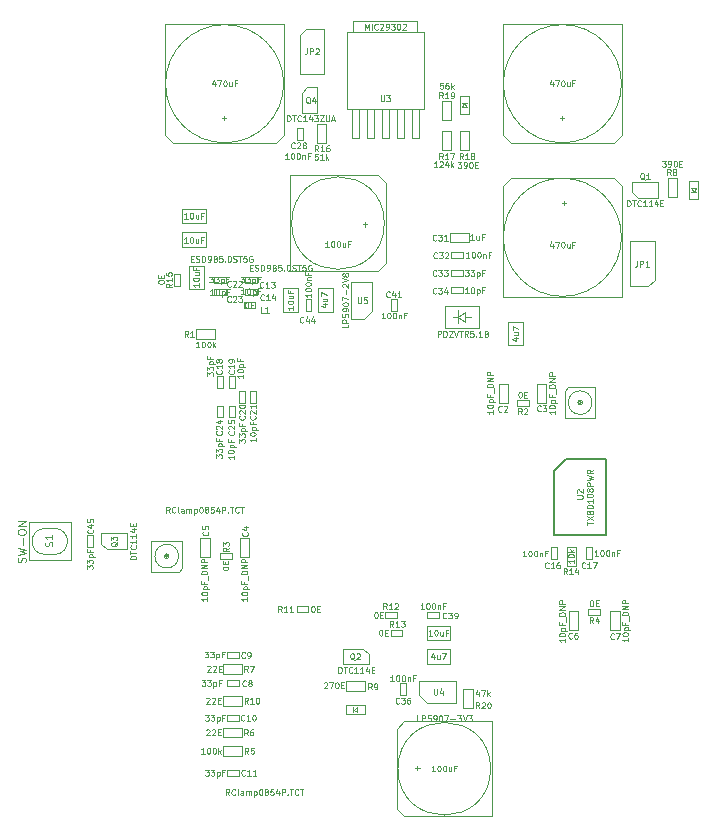
<source format=gbr>
G04 #@! TF.GenerationSoftware,KiCad,Pcbnew,5.1.2-f72e74a~84~ubuntu18.04.1*
G04 #@! TF.CreationDate,2019-06-22T18:56:12+05:30*
G04 #@! TF.ProjectId,mc60,6d633630-2e6b-4696-9361-645f70636258,rev?*
G04 #@! TF.SameCoordinates,PX41cdb40PY7bfa480*
G04 #@! TF.FileFunction,Other,Fab,Top*
%FSLAX46Y46*%
G04 Gerber Fmt 4.6, Leading zero omitted, Abs format (unit mm)*
G04 Created by KiCad (PCBNEW 5.1.2-f72e74a~84~ubuntu18.04.1) date 2019-06-22 18:56:12*
%MOMM*%
%LPD*%
G04 APERTURE LIST*
%ADD10C,0.100000*%
%ADD11C,0.150000*%
%ADD12C,0.080000*%
%ADD13C,0.060000*%
G04 APERTURE END LIST*
D10*
X4000000Y23150000D02*
G75*
G03X4000000Y25350000I0J1100000D01*
G01*
X5400000Y22650000D02*
X5400000Y25850000D01*
X5400000Y25850000D02*
X1800000Y25850000D01*
X1800000Y25850000D02*
X1800000Y22650000D01*
X1800000Y22650000D02*
X5400000Y22650000D01*
X3200000Y25350000D02*
G75*
G03X3200000Y23150000I0J-1100000D01*
G01*
X3200000Y25350000D02*
X4000000Y25350000D01*
X4000000Y23150000D02*
X3200000Y23150000D01*
X54275000Y45845000D02*
X52700000Y45845000D01*
X52700000Y45845000D02*
X52700000Y49655000D01*
X52700000Y49655000D02*
X54800000Y49655000D01*
X54800000Y49655000D02*
X54800000Y46370000D01*
X54800000Y46370000D02*
X54275000Y45845000D01*
X25275000Y67635000D02*
X26850000Y67635000D01*
X26850000Y67635000D02*
X26850000Y63825000D01*
X26850000Y63825000D02*
X24750000Y63825000D01*
X24750000Y63825000D02*
X24750000Y67110000D01*
X24750000Y67110000D02*
X25275000Y67635000D01*
X7900000Y24070000D02*
X8400000Y23570000D01*
X10100000Y24920000D02*
X10100000Y23570000D01*
X7900000Y24920000D02*
X10100000Y24920000D01*
X8400000Y23570000D02*
X10100000Y23570000D01*
X7900000Y24920000D02*
X7900000Y24070000D01*
X7250000Y24750000D02*
X7250000Y23750000D01*
X7250000Y23750000D02*
X6750000Y23750000D01*
X6750000Y23750000D02*
X6750000Y24750000D01*
X6750000Y24750000D02*
X7250000Y24750000D01*
X44150000Y35750000D02*
X43150000Y35750000D01*
X43150000Y35750000D02*
X43150000Y36250000D01*
X43150000Y36250000D02*
X44150000Y36250000D01*
X44150000Y36250000D02*
X44150000Y35750000D01*
X18000000Y23250000D02*
X19000000Y23250000D01*
X19000000Y23250000D02*
X19000000Y22750000D01*
X19000000Y22750000D02*
X18000000Y22750000D01*
X18000000Y22750000D02*
X18000000Y23250000D01*
X50200000Y18020000D02*
X49200000Y18020000D01*
X49200000Y18020000D02*
X49200000Y18520000D01*
X49200000Y18520000D02*
X50200000Y18520000D01*
X50200000Y18520000D02*
X50200000Y18020000D01*
X25500000Y18250000D02*
X24500000Y18250000D01*
X24500000Y18250000D02*
X24500000Y18750000D01*
X24500000Y18750000D02*
X25500000Y18750000D01*
X25500000Y18750000D02*
X25500000Y18250000D01*
X33000000Y17750000D02*
X32000000Y17750000D01*
X32000000Y17750000D02*
X32000000Y18250000D01*
X32000000Y18250000D02*
X33000000Y18250000D01*
X33000000Y18250000D02*
X33000000Y17750000D01*
X33450000Y16250000D02*
X32450000Y16250000D01*
X32450000Y16250000D02*
X32450000Y16750000D01*
X32450000Y16750000D02*
X33450000Y16750000D01*
X33450000Y16750000D02*
X33450000Y16250000D01*
X14650000Y46900000D02*
X14650000Y45900000D01*
X14650000Y45900000D02*
X14150000Y45900000D01*
X14150000Y45900000D02*
X14150000Y46900000D01*
X14150000Y46900000D02*
X14650000Y46900000D01*
X41040000Y9040000D02*
X33630000Y9040000D01*
X33630000Y9040000D02*
X32960000Y8370000D01*
X32960000Y8370000D02*
X32960000Y1630000D01*
X32960000Y1630000D02*
X33630000Y960000D01*
X33630000Y960000D02*
X41040000Y960000D01*
X41040000Y960000D02*
X41040000Y9040000D01*
X40921734Y5000000D02*
G75*
G03X40921734Y5000000I-3921734J0D01*
G01*
X23960000Y47160000D02*
X31370000Y47160000D01*
X31370000Y47160000D02*
X32040000Y47830000D01*
X32040000Y47830000D02*
X32040000Y54570000D01*
X32040000Y54570000D02*
X31370000Y55240000D01*
X31370000Y55240000D02*
X23960000Y55240000D01*
X23960000Y55240000D02*
X23960000Y47160000D01*
X31921734Y51200000D02*
G75*
G03X31921734Y51200000I-3921734J0D01*
G01*
X52050000Y44950000D02*
X52050000Y54380000D01*
X52050000Y54380000D02*
X51380000Y55050000D01*
X51380000Y55050000D02*
X42620000Y55050000D01*
X42620000Y55050000D02*
X41950000Y54380000D01*
X41950000Y54380000D02*
X41950000Y44950000D01*
X41950000Y44950000D02*
X52050000Y44950000D01*
X52001000Y50000000D02*
G75*
G03X52001000Y50000000I-5001000J0D01*
G01*
X13350000Y68050000D02*
X13350000Y58620000D01*
X13350000Y58620000D02*
X14020000Y57950000D01*
X14020000Y57950000D02*
X22780000Y57950000D01*
X22780000Y57950000D02*
X23450000Y58620000D01*
X23450000Y58620000D02*
X23450000Y68050000D01*
X23450000Y68050000D02*
X13350000Y68050000D01*
X23401000Y63000000D02*
G75*
G03X23401000Y63000000I-5001000J0D01*
G01*
X41950000Y68050000D02*
X41950000Y58620000D01*
X41950000Y58620000D02*
X42620000Y57950000D01*
X42620000Y57950000D02*
X51380000Y57950000D01*
X51380000Y57950000D02*
X52050000Y58620000D01*
X52050000Y58620000D02*
X52050000Y68050000D01*
X52050000Y68050000D02*
X41950000Y68050000D01*
X52001000Y63000000D02*
G75*
G03X52001000Y63000000I-5001000J0D01*
G01*
X43670000Y40850000D02*
X42430000Y40850000D01*
X43670000Y42850000D02*
X43670000Y40850000D01*
X42430000Y42850000D02*
X43670000Y42850000D01*
X42430000Y40850000D02*
X42430000Y42850000D01*
X19600000Y14900000D02*
X19600000Y14400000D01*
X18600000Y14900000D02*
X19600000Y14900000D01*
X18600000Y14400000D02*
X18600000Y14900000D01*
X19600000Y14400000D02*
X18600000Y14400000D01*
X48350000Y16720000D02*
X47550000Y16720000D01*
X48350000Y18320000D02*
X48350000Y16720000D01*
X47550000Y18320000D02*
X48350000Y18320000D01*
X47550000Y16720000D02*
X47550000Y18320000D01*
X41600000Y37550000D02*
X42400000Y37550000D01*
X41600000Y35950000D02*
X41600000Y37550000D01*
X42400000Y35950000D02*
X41600000Y35950000D01*
X42400000Y37550000D02*
X42400000Y35950000D01*
X44850000Y37550000D02*
X45650000Y37550000D01*
X44850000Y35950000D02*
X44850000Y37550000D01*
X45650000Y35950000D02*
X44850000Y35950000D01*
X45650000Y37550000D02*
X45650000Y35950000D01*
X19700000Y24550000D02*
X20500000Y24550000D01*
X19700000Y22950000D02*
X19700000Y24550000D01*
X20500000Y22950000D02*
X19700000Y22950000D01*
X20500000Y24550000D02*
X20500000Y22950000D01*
X16350000Y24550000D02*
X17150000Y24550000D01*
X16350000Y22950000D02*
X16350000Y24550000D01*
X17150000Y22950000D02*
X16350000Y22950000D01*
X17150000Y24550000D02*
X17150000Y22950000D01*
X51850000Y16720000D02*
X51050000Y16720000D01*
X51850000Y18320000D02*
X51850000Y16720000D01*
X51050000Y18320000D02*
X51850000Y18320000D01*
X51050000Y16720000D02*
X51050000Y18320000D01*
X16800000Y52420000D02*
X16800000Y51180000D01*
X14800000Y52420000D02*
X16800000Y52420000D01*
X14800000Y51180000D02*
X14800000Y52420000D01*
X16800000Y51180000D02*
X14800000Y51180000D01*
X16800000Y50420000D02*
X16800000Y49180000D01*
X14800000Y50420000D02*
X16800000Y50420000D01*
X14800000Y49180000D02*
X14800000Y50420000D01*
X16800000Y49180000D02*
X14800000Y49180000D01*
X16620000Y45600000D02*
X15380000Y45600000D01*
X16620000Y47600000D02*
X16620000Y45600000D01*
X15380000Y47600000D02*
X16620000Y47600000D01*
X15380000Y45600000D02*
X15380000Y47600000D01*
X37450000Y49600000D02*
X37450000Y50400000D01*
X39050000Y49600000D02*
X37450000Y49600000D01*
X39050000Y50400000D02*
X39050000Y49600000D01*
X37450000Y50400000D02*
X39050000Y50400000D01*
X35500000Y13880000D02*
X35500000Y15120000D01*
X37500000Y13880000D02*
X35500000Y13880000D01*
X37500000Y15120000D02*
X37500000Y13880000D01*
X35500000Y15120000D02*
X37500000Y15120000D01*
X35500000Y15880000D02*
X35500000Y17120000D01*
X37500000Y15880000D02*
X35500000Y15880000D01*
X37500000Y17120000D02*
X37500000Y15880000D01*
X35500000Y17120000D02*
X37500000Y17120000D01*
X27556000Y43700000D02*
X26316000Y43700000D01*
X27556000Y45700000D02*
X27556000Y43700000D01*
X26316000Y45700000D02*
X27556000Y45700000D01*
X26316000Y43700000D02*
X26316000Y45700000D01*
X24620000Y43700000D02*
X23380000Y43700000D01*
X24620000Y45700000D02*
X24620000Y43700000D01*
X23380000Y45700000D02*
X24620000Y45700000D01*
X23380000Y43700000D02*
X23380000Y45700000D01*
X58500000Y53200000D02*
X57700000Y53200000D01*
X57700000Y53200000D02*
X57700000Y54800000D01*
X57700000Y54800000D02*
X58500000Y54800000D01*
X58500000Y54800000D02*
X58500000Y53200000D01*
X57900000Y54150000D02*
X58300000Y54150000D01*
X58300000Y54150000D02*
X58100000Y53850000D01*
X58100000Y53850000D02*
X57900000Y54150000D01*
X57900000Y53800000D02*
X58300000Y53800000D01*
X28700000Y9600000D02*
X28700000Y10400000D01*
X28700000Y10400000D02*
X30300000Y10400000D01*
X30300000Y10400000D02*
X30300000Y9600000D01*
X30300000Y9600000D02*
X28700000Y9600000D01*
X29650000Y10200000D02*
X29650000Y9800000D01*
X29650000Y9800000D02*
X29350000Y10000000D01*
X29350000Y10000000D02*
X29650000Y10200000D01*
X29300000Y10200000D02*
X29300000Y9800000D01*
X37100000Y44150000D02*
X39900000Y44150000D01*
X39900000Y44150000D02*
X39900000Y42350000D01*
X39900000Y42350000D02*
X37100000Y42350000D01*
X37100000Y42350000D02*
X37100000Y44150000D01*
X37750000Y43250000D02*
X38150000Y43250000D01*
X38150000Y43250000D02*
X38150000Y43800000D01*
X38150000Y43250000D02*
X38150000Y42700000D01*
X38150000Y43250000D02*
X38750000Y43650000D01*
X38750000Y43650000D02*
X38750000Y42850000D01*
X38750000Y42850000D02*
X38150000Y43250000D01*
X38750000Y43250000D02*
X39250000Y43250000D01*
X38300000Y62000000D02*
X39100000Y62000000D01*
X39100000Y62000000D02*
X39100000Y60400000D01*
X39100000Y60400000D02*
X38300000Y60400000D01*
X38300000Y60400000D02*
X38300000Y62000000D01*
X38900000Y61050000D02*
X38500000Y61050000D01*
X38500000Y61050000D02*
X38700000Y61350000D01*
X38700000Y61350000D02*
X38900000Y61050000D01*
X38900000Y61400000D02*
X38500000Y61400000D01*
X52900000Y53820000D02*
X53400000Y53320000D01*
X55100000Y54670000D02*
X55100000Y53320000D01*
X52900000Y54670000D02*
X55100000Y54670000D01*
X53400000Y53320000D02*
X55100000Y53320000D01*
X52900000Y54670000D02*
X52900000Y53820000D01*
X30600000Y14680000D02*
X30100000Y15180000D01*
X28400000Y13830000D02*
X28400000Y15180000D01*
X30600000Y13830000D02*
X28400000Y13830000D01*
X30100000Y15180000D02*
X28400000Y15180000D01*
X30600000Y13830000D02*
X30600000Y14680000D01*
X25414000Y62754000D02*
X24914000Y62254000D01*
X26264000Y60554000D02*
X24914000Y60554000D01*
X26264000Y62754000D02*
X26264000Y60554000D01*
X24914000Y62254000D02*
X24914000Y60554000D01*
X26264000Y62754000D02*
X25414000Y62754000D01*
X17600000Y41400000D02*
X16000000Y41400000D01*
X16000000Y41400000D02*
X16000000Y42200000D01*
X16000000Y42200000D02*
X17600000Y42200000D01*
X17600000Y42200000D02*
X17600000Y41400000D01*
X18300000Y6900000D02*
X19900000Y6900000D01*
X19900000Y6900000D02*
X19900000Y6100000D01*
X19900000Y6100000D02*
X18300000Y6100000D01*
X18300000Y6100000D02*
X18300000Y6900000D01*
X18300000Y8450000D02*
X19900000Y8450000D01*
X19900000Y8450000D02*
X19900000Y7650000D01*
X19900000Y7650000D02*
X18300000Y7650000D01*
X18300000Y7650000D02*
X18300000Y8450000D01*
X18300000Y13850000D02*
X19900000Y13850000D01*
X19900000Y13850000D02*
X19900000Y13050000D01*
X19900000Y13050000D02*
X18300000Y13050000D01*
X18300000Y13050000D02*
X18300000Y13850000D01*
X55900000Y53450000D02*
X55900000Y55050000D01*
X55900000Y55050000D02*
X56700000Y55050000D01*
X56700000Y55050000D02*
X56700000Y53450000D01*
X56700000Y53450000D02*
X55900000Y53450000D01*
X28700000Y12400000D02*
X30300000Y12400000D01*
X30300000Y12400000D02*
X30300000Y11600000D01*
X30300000Y11600000D02*
X28700000Y11600000D01*
X28700000Y11600000D02*
X28700000Y12400000D01*
X18300000Y11150000D02*
X19900000Y11150000D01*
X19900000Y11150000D02*
X19900000Y10350000D01*
X19900000Y10350000D02*
X18300000Y10350000D01*
X18300000Y10350000D02*
X18300000Y11150000D01*
X48150000Y23800000D02*
X48150000Y22200000D01*
X48150000Y22200000D02*
X47350000Y22200000D01*
X47350000Y22200000D02*
X47350000Y23800000D01*
X47350000Y23800000D02*
X48150000Y23800000D01*
X26210000Y57950000D02*
X26210000Y59550000D01*
X26210000Y59550000D02*
X27010000Y59550000D01*
X27010000Y59550000D02*
X27010000Y57950000D01*
X27010000Y57950000D02*
X26210000Y57950000D01*
X36800000Y57400000D02*
X36800000Y59000000D01*
X36800000Y59000000D02*
X37600000Y59000000D01*
X37600000Y59000000D02*
X37600000Y57400000D01*
X37600000Y57400000D02*
X36800000Y57400000D01*
X38299999Y57400000D02*
X38299999Y59000000D01*
X38299999Y59000000D02*
X39099999Y59000000D01*
X39099999Y59000000D02*
X39099999Y57400000D01*
X39099999Y57400000D02*
X38299999Y57400000D01*
X36800000Y59900000D02*
X36800000Y61500000D01*
X36800000Y61500000D02*
X37600000Y61500000D01*
X37600000Y61500000D02*
X37600000Y59900000D01*
X37600000Y59900000D02*
X36800000Y59900000D01*
X38600000Y10150000D02*
X38600000Y11750000D01*
X38600000Y11750000D02*
X39400000Y11750000D01*
X39400000Y11750000D02*
X39400000Y10150000D01*
X39400000Y10150000D02*
X38600000Y10150000D01*
D11*
X46300000Y30250000D02*
X47300000Y31250000D01*
X46300000Y24750000D02*
X46300000Y30250000D01*
X50700000Y24750000D02*
X46300000Y24750000D01*
X50700000Y31250000D02*
X50700000Y24750000D01*
X47300000Y31250000D02*
X50700000Y31250000D01*
D10*
X34840000Y58430000D02*
X34840000Y60850000D01*
X34240000Y58430000D02*
X34840000Y58430000D01*
X34240000Y60850000D02*
X34240000Y58430000D01*
X33570000Y58430000D02*
X33570000Y60850000D01*
X32970000Y58430000D02*
X33570000Y58430000D01*
X32970000Y60850000D02*
X32970000Y58430000D01*
X32300000Y58430000D02*
X32300000Y60850000D01*
X31700000Y58430000D02*
X32300000Y58430000D01*
X31700000Y60850000D02*
X31700000Y58430000D01*
X31030000Y58430000D02*
X31030000Y60850000D01*
X30430000Y58430000D02*
X31030000Y58430000D01*
X30430000Y60850000D02*
X30430000Y58430000D01*
X29760000Y58430000D02*
X29760000Y60850000D01*
X29160000Y58430000D02*
X29760000Y58430000D01*
X29150000Y60850000D02*
X29150000Y58430000D01*
X28750000Y60850000D02*
X28750000Y67350000D01*
X35250000Y60850000D02*
X28750000Y60850000D01*
X35250000Y67350000D02*
X35250000Y60850000D01*
X28750000Y67350000D02*
X35250000Y67350000D01*
X34700000Y68350000D02*
X34700000Y67350000D01*
X29300000Y68350000D02*
X34700000Y68350000D01*
X29300000Y67350000D02*
X29300000Y68350000D01*
X34900000Y12400000D02*
X38000000Y12400000D01*
X38000000Y12400000D02*
X38000000Y10600000D01*
X35550000Y10600000D02*
X38000000Y10600000D01*
X34900000Y12400000D02*
X34900000Y11250000D01*
X35550000Y10600000D02*
X34900000Y11250000D01*
X29084000Y43100000D02*
X29084000Y46200000D01*
X29084000Y46200000D02*
X30884000Y46200000D01*
X30884000Y43750000D02*
X30884000Y46200000D01*
X29084000Y43100000D02*
X30234000Y43100000D01*
X30884000Y43750000D02*
X30234000Y43100000D01*
X19600000Y12500000D02*
X19600000Y12000000D01*
X18600000Y12500000D02*
X19600000Y12500000D01*
X18600000Y12000000D02*
X18600000Y12500000D01*
X19600000Y12000000D02*
X18600000Y12000000D01*
X19600000Y9550000D02*
X19600000Y9050000D01*
X18600000Y9550000D02*
X19600000Y9550000D01*
X18600000Y9050000D02*
X18600000Y9550000D01*
X19600000Y9050000D02*
X18600000Y9050000D01*
X18600000Y4400000D02*
X18600000Y4900000D01*
X19600000Y4400000D02*
X18600000Y4400000D01*
X19600000Y4900000D02*
X19600000Y4400000D01*
X18600000Y4900000D02*
X19600000Y4900000D01*
X21100000Y46650000D02*
X21100000Y46150000D01*
X20100000Y46650000D02*
X21100000Y46650000D01*
X20100000Y46150000D02*
X20100000Y46650000D01*
X21100000Y46150000D02*
X20100000Y46150000D01*
X21100000Y45650000D02*
X21100000Y45150000D01*
X20100000Y45650000D02*
X21100000Y45650000D01*
X20100000Y45150000D02*
X20100000Y45650000D01*
X21100000Y45150000D02*
X20100000Y45150000D01*
X46000000Y23750000D02*
X46500000Y23750000D01*
X46000000Y22750000D02*
X46000000Y23750000D01*
X46500000Y22750000D02*
X46000000Y22750000D01*
X46500000Y23750000D02*
X46500000Y22750000D01*
X49000000Y23750000D02*
X49500000Y23750000D01*
X49000000Y22750000D02*
X49000000Y23750000D01*
X49500000Y22750000D02*
X49000000Y22750000D01*
X49500000Y23750000D02*
X49500000Y22750000D01*
X18250000Y37250000D02*
X17750000Y37250000D01*
X18250000Y38250000D02*
X18250000Y37250000D01*
X17750000Y38250000D02*
X18250000Y38250000D01*
X17750000Y37250000D02*
X17750000Y38250000D01*
X19250000Y37250000D02*
X18750000Y37250000D01*
X19250000Y38250000D02*
X19250000Y37250000D01*
X18750000Y38250000D02*
X19250000Y38250000D01*
X18750000Y37250000D02*
X18750000Y38250000D01*
X20150000Y36000000D02*
X19650000Y36000000D01*
X20150000Y37000000D02*
X20150000Y36000000D01*
X19650000Y37000000D02*
X20150000Y37000000D01*
X19650000Y36000000D02*
X19650000Y37000000D01*
X21050000Y36000000D02*
X20550000Y36000000D01*
X21050000Y37000000D02*
X21050000Y36000000D01*
X20550000Y37000000D02*
X21050000Y37000000D01*
X20550000Y36000000D02*
X20550000Y37000000D01*
X18500000Y46650000D02*
X18500000Y46150000D01*
X17500000Y46650000D02*
X18500000Y46650000D01*
X17500000Y46150000D02*
X17500000Y46650000D01*
X18500000Y46150000D02*
X17500000Y46150000D01*
X18500000Y45650000D02*
X18500000Y45150000D01*
X17500000Y45650000D02*
X18500000Y45650000D01*
X17500000Y45150000D02*
X17500000Y45650000D01*
X18500000Y45150000D02*
X17500000Y45150000D01*
X18250000Y34750000D02*
X17750000Y34750000D01*
X18250000Y35750000D02*
X18250000Y34750000D01*
X17750000Y35750000D02*
X18250000Y35750000D01*
X17750000Y34750000D02*
X17750000Y35750000D01*
X19250000Y34750000D02*
X18750000Y34750000D01*
X19250000Y35750000D02*
X19250000Y34750000D01*
X18750000Y35750000D02*
X19250000Y35750000D01*
X18750000Y34750000D02*
X18750000Y35750000D01*
X25000000Y58250000D02*
X24500000Y58250000D01*
X25000000Y59250000D02*
X25000000Y58250000D01*
X24500000Y59250000D02*
X25000000Y59250000D01*
X24500000Y58250000D02*
X24500000Y59250000D01*
X37550000Y48250000D02*
X37550000Y48750000D01*
X38550000Y48250000D02*
X37550000Y48250000D01*
X38550000Y48750000D02*
X38550000Y48250000D01*
X37550000Y48750000D02*
X38550000Y48750000D01*
X37550000Y46750000D02*
X37550000Y47250000D01*
X38550000Y46750000D02*
X37550000Y46750000D01*
X38550000Y47250000D02*
X38550000Y46750000D01*
X37550000Y47250000D02*
X38550000Y47250000D01*
X37550000Y45250000D02*
X37550000Y45750000D01*
X38550000Y45250000D02*
X37550000Y45250000D01*
X38550000Y45750000D02*
X38550000Y45250000D01*
X37550000Y45750000D02*
X38550000Y45750000D01*
X33750000Y11250000D02*
X33250000Y11250000D01*
X33750000Y12250000D02*
X33750000Y11250000D01*
X33250000Y12250000D02*
X33750000Y12250000D01*
X33250000Y11250000D02*
X33250000Y12250000D01*
X35550000Y17750000D02*
X35550000Y18250000D01*
X36550000Y17750000D02*
X35550000Y17750000D01*
X36550000Y18250000D02*
X36550000Y17750000D01*
X35550000Y18250000D02*
X36550000Y18250000D01*
X33000000Y43750000D02*
X32500000Y43750000D01*
X33000000Y44750000D02*
X33000000Y43750000D01*
X32500000Y44750000D02*
X33000000Y44750000D01*
X32500000Y43750000D02*
X32500000Y44750000D01*
X25750000Y43750000D02*
X25250000Y43750000D01*
X25750000Y44750000D02*
X25750000Y43750000D01*
X25250000Y44750000D02*
X25750000Y44750000D01*
X25250000Y43750000D02*
X25250000Y44750000D01*
X48700000Y36000000D02*
G75*
G03X48700000Y36000000I-200000J0D01*
G01*
X47200000Y37000000D02*
X47200000Y34700000D01*
X49800000Y34700000D02*
X47200000Y34700000D01*
X47500000Y37300000D02*
X47200000Y37000000D01*
X49800000Y37300000D02*
X47500000Y37300000D01*
X49800000Y37300000D02*
X49800000Y34700000D01*
X49500000Y36000000D02*
G75*
G03X49500000Y36000000I-1000000J0D01*
G01*
X48625000Y36000000D02*
G75*
G03X48625000Y36000000I-125000J0D01*
G01*
X48550000Y36000000D02*
G75*
G03X48550000Y36000000I-50000J0D01*
G01*
X13700000Y23000000D02*
G75*
G03X13700000Y23000000I-200000J0D01*
G01*
X14800000Y22000000D02*
X14800000Y24300000D01*
X12200000Y24300000D02*
X14800000Y24300000D01*
X14500000Y21700000D02*
X14800000Y22000000D01*
X12200000Y21700000D02*
X14500000Y21700000D01*
X12200000Y21700000D02*
X12200000Y24300000D01*
X14500000Y23000000D02*
G75*
G03X14500000Y23000000I-1000000J0D01*
G01*
X13625000Y23000000D02*
G75*
G03X13625000Y23000000I-125000J0D01*
G01*
X13550000Y23000000D02*
G75*
G03X13550000Y23000000I-50000J0D01*
G01*
X21000000Y44500000D02*
X21000000Y44000000D01*
X20000000Y44500000D02*
X21000000Y44500000D01*
X20000000Y44000000D02*
X20000000Y44500000D01*
X21000000Y44000000D02*
X20000000Y44000000D01*
D12*
X1533333Y22483334D02*
X1566666Y22583334D01*
X1566666Y22750000D01*
X1533333Y22816667D01*
X1500000Y22850000D01*
X1433333Y22883334D01*
X1366666Y22883334D01*
X1300000Y22850000D01*
X1266666Y22816667D01*
X1233333Y22750000D01*
X1200000Y22616667D01*
X1166666Y22550000D01*
X1133333Y22516667D01*
X1066666Y22483334D01*
X1000000Y22483334D01*
X933333Y22516667D01*
X900000Y22550000D01*
X866666Y22616667D01*
X866666Y22783334D01*
X900000Y22883334D01*
X866666Y23116667D02*
X1566666Y23283334D01*
X1066666Y23416667D01*
X1566666Y23550000D01*
X866666Y23716667D01*
X1300000Y23983334D02*
X1300000Y24516667D01*
X866666Y24983334D02*
X866666Y25116667D01*
X900000Y25183334D01*
X966666Y25250000D01*
X1100000Y25283334D01*
X1333333Y25283334D01*
X1466666Y25250000D01*
X1533333Y25183334D01*
X1566666Y25116667D01*
X1566666Y24983334D01*
X1533333Y24916667D01*
X1466666Y24850000D01*
X1333333Y24816667D01*
X1100000Y24816667D01*
X966666Y24850000D01*
X900000Y24916667D01*
X866666Y24983334D01*
X1566666Y25583334D02*
X866666Y25583334D01*
X1566666Y25983334D01*
X866666Y25983334D01*
D13*
X3792857Y23842858D02*
X3821428Y23928572D01*
X3821428Y24071429D01*
X3792857Y24128572D01*
X3764285Y24157143D01*
X3707142Y24185715D01*
X3650000Y24185715D01*
X3592857Y24157143D01*
X3564285Y24128572D01*
X3535714Y24071429D01*
X3507142Y23957143D01*
X3478571Y23900000D01*
X3450000Y23871429D01*
X3392857Y23842858D01*
X3335714Y23842858D01*
X3278571Y23871429D01*
X3250000Y23900000D01*
X3221428Y23957143D01*
X3221428Y24100000D01*
X3250000Y24185715D01*
X3821428Y24757143D02*
X3821428Y24414286D01*
X3821428Y24585715D02*
X3221428Y24585715D01*
X3307142Y24528572D01*
X3364285Y24471429D01*
X3392857Y24414286D01*
D10*
X53333333Y48023810D02*
X53333333Y47666667D01*
X53309523Y47595239D01*
X53261904Y47547620D01*
X53190476Y47523810D01*
X53142857Y47523810D01*
X53571428Y47523810D02*
X53571428Y48023810D01*
X53761904Y48023810D01*
X53809523Y48000000D01*
X53833333Y47976191D01*
X53857142Y47928572D01*
X53857142Y47857143D01*
X53833333Y47809524D01*
X53809523Y47785715D01*
X53761904Y47761905D01*
X53571428Y47761905D01*
X54333333Y47523810D02*
X54047619Y47523810D01*
X54190476Y47523810D02*
X54190476Y48023810D01*
X54142857Y47952381D01*
X54095238Y47904762D01*
X54047619Y47880953D01*
X25383333Y66003810D02*
X25383333Y65646667D01*
X25359523Y65575239D01*
X25311904Y65527620D01*
X25240476Y65503810D01*
X25192857Y65503810D01*
X25621428Y65503810D02*
X25621428Y66003810D01*
X25811904Y66003810D01*
X25859523Y65980000D01*
X25883333Y65956191D01*
X25907142Y65908572D01*
X25907142Y65837143D01*
X25883333Y65789524D01*
X25859523Y65765715D01*
X25811904Y65741905D01*
X25621428Y65741905D01*
X26097619Y65956191D02*
X26121428Y65980000D01*
X26169047Y66003810D01*
X26288095Y66003810D01*
X26335714Y65980000D01*
X26359523Y65956191D01*
X26383333Y65908572D01*
X26383333Y65860953D01*
X26359523Y65789524D01*
X26073809Y65503810D01*
X26383333Y65503810D01*
X10926190Y22738096D02*
X10426190Y22738096D01*
X10426190Y22857143D01*
X10450000Y22928572D01*
X10497619Y22976191D01*
X10545238Y23000000D01*
X10640476Y23023810D01*
X10711904Y23023810D01*
X10807142Y23000000D01*
X10854761Y22976191D01*
X10902380Y22928572D01*
X10926190Y22857143D01*
X10926190Y22738096D01*
X10426190Y23166667D02*
X10426190Y23452381D01*
X10926190Y23309524D02*
X10426190Y23309524D01*
X10878571Y23904762D02*
X10902380Y23880953D01*
X10926190Y23809524D01*
X10926190Y23761905D01*
X10902380Y23690477D01*
X10854761Y23642858D01*
X10807142Y23619048D01*
X10711904Y23595239D01*
X10640476Y23595239D01*
X10545238Y23619048D01*
X10497619Y23642858D01*
X10450000Y23690477D01*
X10426190Y23761905D01*
X10426190Y23809524D01*
X10450000Y23880953D01*
X10473809Y23904762D01*
X10926190Y24380953D02*
X10926190Y24095239D01*
X10926190Y24238096D02*
X10426190Y24238096D01*
X10497619Y24190477D01*
X10545238Y24142858D01*
X10569047Y24095239D01*
X10926190Y24857143D02*
X10926190Y24571429D01*
X10926190Y24714286D02*
X10426190Y24714286D01*
X10497619Y24666667D01*
X10545238Y24619048D01*
X10569047Y24571429D01*
X10592857Y25285715D02*
X10926190Y25285715D01*
X10402380Y25166667D02*
X10759523Y25047620D01*
X10759523Y25357143D01*
X10664285Y25547620D02*
X10664285Y25714286D01*
X10926190Y25785715D02*
X10926190Y25547620D01*
X10426190Y25547620D01*
X10426190Y25785715D01*
X9323809Y24202381D02*
X9300000Y24154762D01*
X9252380Y24107143D01*
X9180952Y24035715D01*
X9157142Y23988096D01*
X9157142Y23940477D01*
X9276190Y23964286D02*
X9252380Y23916667D01*
X9204761Y23869048D01*
X9109523Y23845239D01*
X8942857Y23845239D01*
X8847619Y23869048D01*
X8800000Y23916667D01*
X8776190Y23964286D01*
X8776190Y24059524D01*
X8800000Y24107143D01*
X8847619Y24154762D01*
X8942857Y24178572D01*
X9109523Y24178572D01*
X9204761Y24154762D01*
X9252380Y24107143D01*
X9276190Y24059524D01*
X9276190Y23964286D01*
X8776190Y24345239D02*
X8776190Y24654762D01*
X8966666Y24488096D01*
X8966666Y24559524D01*
X8990476Y24607143D01*
X9014285Y24630953D01*
X9061904Y24654762D01*
X9180952Y24654762D01*
X9228571Y24630953D01*
X9252380Y24607143D01*
X9276190Y24559524D01*
X9276190Y24416667D01*
X9252380Y24369048D01*
X9228571Y24345239D01*
X6726190Y21904762D02*
X6726190Y22214286D01*
X6916666Y22047620D01*
X6916666Y22119048D01*
X6940476Y22166667D01*
X6964285Y22190477D01*
X7011904Y22214286D01*
X7130952Y22214286D01*
X7178571Y22190477D01*
X7202380Y22166667D01*
X7226190Y22119048D01*
X7226190Y21976191D01*
X7202380Y21928572D01*
X7178571Y21904762D01*
X6726190Y22380953D02*
X6726190Y22690477D01*
X6916666Y22523810D01*
X6916666Y22595239D01*
X6940476Y22642858D01*
X6964285Y22666667D01*
X7011904Y22690477D01*
X7130952Y22690477D01*
X7178571Y22666667D01*
X7202380Y22642858D01*
X7226190Y22595239D01*
X7226190Y22452381D01*
X7202380Y22404762D01*
X7178571Y22380953D01*
X6892857Y22904762D02*
X7392857Y22904762D01*
X6916666Y22904762D02*
X6892857Y22952381D01*
X6892857Y23047620D01*
X6916666Y23095239D01*
X6940476Y23119048D01*
X6988095Y23142858D01*
X7130952Y23142858D01*
X7178571Y23119048D01*
X7202380Y23095239D01*
X7226190Y23047620D01*
X7226190Y22952381D01*
X7202380Y22904762D01*
X6964285Y23523810D02*
X6964285Y23357143D01*
X7226190Y23357143D02*
X6726190Y23357143D01*
X6726190Y23595239D01*
X7228571Y25228572D02*
X7252380Y25204762D01*
X7276190Y25133334D01*
X7276190Y25085715D01*
X7252380Y25014286D01*
X7204761Y24966667D01*
X7157142Y24942858D01*
X7061904Y24919048D01*
X6990476Y24919048D01*
X6895238Y24942858D01*
X6847619Y24966667D01*
X6800000Y25014286D01*
X6776190Y25085715D01*
X6776190Y25133334D01*
X6800000Y25204762D01*
X6823809Y25228572D01*
X6942857Y25657143D02*
X7276190Y25657143D01*
X6752380Y25538096D02*
X7109523Y25419048D01*
X7109523Y25728572D01*
X6776190Y26157143D02*
X6776190Y25919048D01*
X7014285Y25895239D01*
X6990476Y25919048D01*
X6966666Y25966667D01*
X6966666Y26085715D01*
X6990476Y26133334D01*
X7014285Y26157143D01*
X7061904Y26180953D01*
X7180952Y26180953D01*
X7228571Y26157143D01*
X7252380Y26133334D01*
X7276190Y26085715D01*
X7276190Y25966667D01*
X7252380Y25919048D01*
X7228571Y25895239D01*
X43400000Y36923810D02*
X43447619Y36923810D01*
X43495238Y36900000D01*
X43519047Y36876191D01*
X43542857Y36828572D01*
X43566666Y36733334D01*
X43566666Y36614286D01*
X43542857Y36519048D01*
X43519047Y36471429D01*
X43495238Y36447620D01*
X43447619Y36423810D01*
X43400000Y36423810D01*
X43352380Y36447620D01*
X43328571Y36471429D01*
X43304761Y36519048D01*
X43280952Y36614286D01*
X43280952Y36733334D01*
X43304761Y36828572D01*
X43328571Y36876191D01*
X43352380Y36900000D01*
X43400000Y36923810D01*
X43780952Y36685715D02*
X43947619Y36685715D01*
X44019047Y36423810D02*
X43780952Y36423810D01*
X43780952Y36923810D01*
X44019047Y36923810D01*
X43566666Y35023810D02*
X43400000Y35261905D01*
X43280952Y35023810D02*
X43280952Y35523810D01*
X43471428Y35523810D01*
X43519047Y35500000D01*
X43542857Y35476191D01*
X43566666Y35428572D01*
X43566666Y35357143D01*
X43542857Y35309524D01*
X43519047Y35285715D01*
X43471428Y35261905D01*
X43280952Y35261905D01*
X43757142Y35476191D02*
X43780952Y35500000D01*
X43828571Y35523810D01*
X43947619Y35523810D01*
X43995238Y35500000D01*
X44019047Y35476191D01*
X44042857Y35428572D01*
X44042857Y35380953D01*
X44019047Y35309524D01*
X43733333Y35023810D01*
X44042857Y35023810D01*
X18226190Y21950000D02*
X18226190Y21997620D01*
X18250000Y22045239D01*
X18273809Y22069048D01*
X18321428Y22092858D01*
X18416666Y22116667D01*
X18535714Y22116667D01*
X18630952Y22092858D01*
X18678571Y22069048D01*
X18702380Y22045239D01*
X18726190Y21997620D01*
X18726190Y21950000D01*
X18702380Y21902381D01*
X18678571Y21878572D01*
X18630952Y21854762D01*
X18535714Y21830953D01*
X18416666Y21830953D01*
X18321428Y21854762D01*
X18273809Y21878572D01*
X18250000Y21902381D01*
X18226190Y21950000D01*
X18464285Y22330953D02*
X18464285Y22497620D01*
X18726190Y22569048D02*
X18726190Y22330953D01*
X18226190Y22330953D01*
X18226190Y22569048D01*
X18776190Y23716667D02*
X18538095Y23550000D01*
X18776190Y23430953D02*
X18276190Y23430953D01*
X18276190Y23621429D01*
X18300000Y23669048D01*
X18323809Y23692858D01*
X18371428Y23716667D01*
X18442857Y23716667D01*
X18490476Y23692858D01*
X18514285Y23669048D01*
X18538095Y23621429D01*
X18538095Y23430953D01*
X18276190Y23883334D02*
X18276190Y24192858D01*
X18466666Y24026191D01*
X18466666Y24097620D01*
X18490476Y24145239D01*
X18514285Y24169048D01*
X18561904Y24192858D01*
X18680952Y24192858D01*
X18728571Y24169048D01*
X18752380Y24145239D01*
X18776190Y24097620D01*
X18776190Y23954762D01*
X18752380Y23907143D01*
X18728571Y23883334D01*
X49450000Y19273810D02*
X49497619Y19273810D01*
X49545238Y19250000D01*
X49569047Y19226191D01*
X49592857Y19178572D01*
X49616666Y19083334D01*
X49616666Y18964286D01*
X49592857Y18869048D01*
X49569047Y18821429D01*
X49545238Y18797620D01*
X49497619Y18773810D01*
X49450000Y18773810D01*
X49402380Y18797620D01*
X49378571Y18821429D01*
X49354761Y18869048D01*
X49330952Y18964286D01*
X49330952Y19083334D01*
X49354761Y19178572D01*
X49378571Y19226191D01*
X49402380Y19250000D01*
X49450000Y19273810D01*
X49830952Y19035715D02*
X49997619Y19035715D01*
X50069047Y18773810D02*
X49830952Y18773810D01*
X49830952Y19273810D01*
X50069047Y19273810D01*
X49616666Y17323810D02*
X49450000Y17561905D01*
X49330952Y17323810D02*
X49330952Y17823810D01*
X49521428Y17823810D01*
X49569047Y17800000D01*
X49592857Y17776191D01*
X49616666Y17728572D01*
X49616666Y17657143D01*
X49592857Y17609524D01*
X49569047Y17585715D01*
X49521428Y17561905D01*
X49330952Y17561905D01*
X50045238Y17657143D02*
X50045238Y17323810D01*
X49926190Y17847620D02*
X49807142Y17490477D01*
X50116666Y17490477D01*
X25850000Y18773810D02*
X25897619Y18773810D01*
X25945238Y18750000D01*
X25969047Y18726191D01*
X25992857Y18678572D01*
X26016666Y18583334D01*
X26016666Y18464286D01*
X25992857Y18369048D01*
X25969047Y18321429D01*
X25945238Y18297620D01*
X25897619Y18273810D01*
X25850000Y18273810D01*
X25802380Y18297620D01*
X25778571Y18321429D01*
X25754761Y18369048D01*
X25730952Y18464286D01*
X25730952Y18583334D01*
X25754761Y18678572D01*
X25778571Y18726191D01*
X25802380Y18750000D01*
X25850000Y18773810D01*
X26230952Y18535715D02*
X26397619Y18535715D01*
X26469047Y18273810D02*
X26230952Y18273810D01*
X26230952Y18773810D01*
X26469047Y18773810D01*
X23228571Y18273810D02*
X23061904Y18511905D01*
X22942857Y18273810D02*
X22942857Y18773810D01*
X23133333Y18773810D01*
X23180952Y18750000D01*
X23204761Y18726191D01*
X23228571Y18678572D01*
X23228571Y18607143D01*
X23204761Y18559524D01*
X23180952Y18535715D01*
X23133333Y18511905D01*
X22942857Y18511905D01*
X23704761Y18273810D02*
X23419047Y18273810D01*
X23561904Y18273810D02*
X23561904Y18773810D01*
X23514285Y18702381D01*
X23466666Y18654762D01*
X23419047Y18630953D01*
X24180952Y18273810D02*
X23895238Y18273810D01*
X24038095Y18273810D02*
X24038095Y18773810D01*
X23990476Y18702381D01*
X23942857Y18654762D01*
X23895238Y18630953D01*
X31200000Y18273810D02*
X31247619Y18273810D01*
X31295238Y18250000D01*
X31319047Y18226191D01*
X31342857Y18178572D01*
X31366666Y18083334D01*
X31366666Y17964286D01*
X31342857Y17869048D01*
X31319047Y17821429D01*
X31295238Y17797620D01*
X31247619Y17773810D01*
X31200000Y17773810D01*
X31152380Y17797620D01*
X31128571Y17821429D01*
X31104761Y17869048D01*
X31080952Y17964286D01*
X31080952Y18083334D01*
X31104761Y18178572D01*
X31128571Y18226191D01*
X31152380Y18250000D01*
X31200000Y18273810D01*
X31580952Y18035715D02*
X31747619Y18035715D01*
X31819047Y17773810D02*
X31580952Y17773810D01*
X31580952Y18273810D01*
X31819047Y18273810D01*
X32128571Y18523810D02*
X31961904Y18761905D01*
X31842857Y18523810D02*
X31842857Y19023810D01*
X32033333Y19023810D01*
X32080952Y19000000D01*
X32104761Y18976191D01*
X32128571Y18928572D01*
X32128571Y18857143D01*
X32104761Y18809524D01*
X32080952Y18785715D01*
X32033333Y18761905D01*
X31842857Y18761905D01*
X32604761Y18523810D02*
X32319047Y18523810D01*
X32461904Y18523810D02*
X32461904Y19023810D01*
X32414285Y18952381D01*
X32366666Y18904762D01*
X32319047Y18880953D01*
X32795238Y18976191D02*
X32819047Y19000000D01*
X32866666Y19023810D01*
X32985714Y19023810D01*
X33033333Y19000000D01*
X33057142Y18976191D01*
X33080952Y18928572D01*
X33080952Y18880953D01*
X33057142Y18809524D01*
X32771428Y18523810D01*
X33080952Y18523810D01*
X31600000Y16773810D02*
X31647619Y16773810D01*
X31695238Y16750000D01*
X31719047Y16726191D01*
X31742857Y16678572D01*
X31766666Y16583334D01*
X31766666Y16464286D01*
X31742857Y16369048D01*
X31719047Y16321429D01*
X31695238Y16297620D01*
X31647619Y16273810D01*
X31600000Y16273810D01*
X31552380Y16297620D01*
X31528571Y16321429D01*
X31504761Y16369048D01*
X31480952Y16464286D01*
X31480952Y16583334D01*
X31504761Y16678572D01*
X31528571Y16726191D01*
X31552380Y16750000D01*
X31600000Y16773810D01*
X31980952Y16535715D02*
X32147619Y16535715D01*
X32219047Y16273810D02*
X31980952Y16273810D01*
X31980952Y16773810D01*
X32219047Y16773810D01*
X32678571Y17023810D02*
X32511904Y17261905D01*
X32392857Y17023810D02*
X32392857Y17523810D01*
X32583333Y17523810D01*
X32630952Y17500000D01*
X32654761Y17476191D01*
X32678571Y17428572D01*
X32678571Y17357143D01*
X32654761Y17309524D01*
X32630952Y17285715D01*
X32583333Y17261905D01*
X32392857Y17261905D01*
X33154761Y17023810D02*
X32869047Y17023810D01*
X33011904Y17023810D02*
X33011904Y17523810D01*
X32964285Y17452381D01*
X32916666Y17404762D01*
X32869047Y17380953D01*
X33321428Y17523810D02*
X33630952Y17523810D01*
X33464285Y17333334D01*
X33535714Y17333334D01*
X33583333Y17309524D01*
X33607142Y17285715D01*
X33630952Y17238096D01*
X33630952Y17119048D01*
X33607142Y17071429D01*
X33583333Y17047620D01*
X33535714Y17023810D01*
X33392857Y17023810D01*
X33345238Y17047620D01*
X33321428Y17071429D01*
X12776190Y46200000D02*
X12776190Y46247620D01*
X12800000Y46295239D01*
X12823809Y46319048D01*
X12871428Y46342858D01*
X12966666Y46366667D01*
X13085714Y46366667D01*
X13180952Y46342858D01*
X13228571Y46319048D01*
X13252380Y46295239D01*
X13276190Y46247620D01*
X13276190Y46200000D01*
X13252380Y46152381D01*
X13228571Y46128572D01*
X13180952Y46104762D01*
X13085714Y46080953D01*
X12966666Y46080953D01*
X12871428Y46104762D01*
X12823809Y46128572D01*
X12800000Y46152381D01*
X12776190Y46200000D01*
X13014285Y46580953D02*
X13014285Y46747620D01*
X13276190Y46819048D02*
X13276190Y46580953D01*
X12776190Y46580953D01*
X12776190Y46819048D01*
X13926190Y46078572D02*
X13688095Y45911905D01*
X13926190Y45792858D02*
X13426190Y45792858D01*
X13426190Y45983334D01*
X13450000Y46030953D01*
X13473809Y46054762D01*
X13521428Y46078572D01*
X13592857Y46078572D01*
X13640476Y46054762D01*
X13664285Y46030953D01*
X13688095Y45983334D01*
X13688095Y45792858D01*
X13926190Y46554762D02*
X13926190Y46269048D01*
X13926190Y46411905D02*
X13426190Y46411905D01*
X13497619Y46364286D01*
X13545238Y46316667D01*
X13569047Y46269048D01*
X13426190Y47007143D02*
X13426190Y46769048D01*
X13664285Y46745239D01*
X13640476Y46769048D01*
X13616666Y46816667D01*
X13616666Y46935715D01*
X13640476Y46983334D01*
X13664285Y47007143D01*
X13711904Y47030953D01*
X13830952Y47030953D01*
X13878571Y47007143D01*
X13902380Y46983334D01*
X13926190Y46935715D01*
X13926190Y46816667D01*
X13902380Y46769048D01*
X13878571Y46745239D01*
X36226190Y4773810D02*
X35940476Y4773810D01*
X36083333Y4773810D02*
X36083333Y5273810D01*
X36035714Y5202381D01*
X35988095Y5154762D01*
X35940476Y5130953D01*
X36535714Y5273810D02*
X36583333Y5273810D01*
X36630952Y5250000D01*
X36654761Y5226191D01*
X36678571Y5178572D01*
X36702380Y5083334D01*
X36702380Y4964286D01*
X36678571Y4869048D01*
X36654761Y4821429D01*
X36630952Y4797620D01*
X36583333Y4773810D01*
X36535714Y4773810D01*
X36488095Y4797620D01*
X36464285Y4821429D01*
X36440476Y4869048D01*
X36416666Y4964286D01*
X36416666Y5083334D01*
X36440476Y5178572D01*
X36464285Y5226191D01*
X36488095Y5250000D01*
X36535714Y5273810D01*
X37011904Y5273810D02*
X37059523Y5273810D01*
X37107142Y5250000D01*
X37130952Y5226191D01*
X37154761Y5178572D01*
X37178571Y5083334D01*
X37178571Y4964286D01*
X37154761Y4869048D01*
X37130952Y4821429D01*
X37107142Y4797620D01*
X37059523Y4773810D01*
X37011904Y4773810D01*
X36964285Y4797620D01*
X36940476Y4821429D01*
X36916666Y4869048D01*
X36892857Y4964286D01*
X36892857Y5083334D01*
X36916666Y5178572D01*
X36940476Y5226191D01*
X36964285Y5250000D01*
X37011904Y5273810D01*
X37607142Y5107143D02*
X37607142Y4773810D01*
X37392857Y5107143D02*
X37392857Y4845239D01*
X37416666Y4797620D01*
X37464285Y4773810D01*
X37535714Y4773810D01*
X37583333Y4797620D01*
X37607142Y4821429D01*
X38011904Y5035715D02*
X37845238Y5035715D01*
X37845238Y4773810D02*
X37845238Y5273810D01*
X38083333Y5273810D01*
X34539523Y5044286D02*
X34920476Y5044286D01*
X34730000Y4853810D02*
X34730000Y5234762D01*
X27226190Y49173810D02*
X26940476Y49173810D01*
X27083333Y49173810D02*
X27083333Y49673810D01*
X27035714Y49602381D01*
X26988095Y49554762D01*
X26940476Y49530953D01*
X27535714Y49673810D02*
X27583333Y49673810D01*
X27630952Y49650000D01*
X27654761Y49626191D01*
X27678571Y49578572D01*
X27702380Y49483334D01*
X27702380Y49364286D01*
X27678571Y49269048D01*
X27654761Y49221429D01*
X27630952Y49197620D01*
X27583333Y49173810D01*
X27535714Y49173810D01*
X27488095Y49197620D01*
X27464285Y49221429D01*
X27440476Y49269048D01*
X27416666Y49364286D01*
X27416666Y49483334D01*
X27440476Y49578572D01*
X27464285Y49626191D01*
X27488095Y49650000D01*
X27535714Y49673810D01*
X28011904Y49673810D02*
X28059523Y49673810D01*
X28107142Y49650000D01*
X28130952Y49626191D01*
X28154761Y49578572D01*
X28178571Y49483334D01*
X28178571Y49364286D01*
X28154761Y49269048D01*
X28130952Y49221429D01*
X28107142Y49197620D01*
X28059523Y49173810D01*
X28011904Y49173810D01*
X27964285Y49197620D01*
X27940476Y49221429D01*
X27916666Y49269048D01*
X27892857Y49364286D01*
X27892857Y49483334D01*
X27916666Y49578572D01*
X27940476Y49626191D01*
X27964285Y49650000D01*
X28011904Y49673810D01*
X28607142Y49507143D02*
X28607142Y49173810D01*
X28392857Y49507143D02*
X28392857Y49245239D01*
X28416666Y49197620D01*
X28464285Y49173810D01*
X28535714Y49173810D01*
X28583333Y49197620D01*
X28607142Y49221429D01*
X29011904Y49435715D02*
X28845238Y49435715D01*
X28845238Y49173810D02*
X28845238Y49673810D01*
X29083333Y49673810D01*
X30079523Y51084286D02*
X30460476Y51084286D01*
X30270000Y50893810D02*
X30270000Y51274762D01*
X46178571Y49457143D02*
X46178571Y49123810D01*
X46059523Y49647620D02*
X45940476Y49290477D01*
X46250000Y49290477D01*
X46392857Y49623810D02*
X46726190Y49623810D01*
X46511904Y49123810D01*
X47011904Y49623810D02*
X47059523Y49623810D01*
X47107142Y49600000D01*
X47130952Y49576191D01*
X47154761Y49528572D01*
X47178571Y49433334D01*
X47178571Y49314286D01*
X47154761Y49219048D01*
X47130952Y49171429D01*
X47107142Y49147620D01*
X47059523Y49123810D01*
X47011904Y49123810D01*
X46964285Y49147620D01*
X46940476Y49171429D01*
X46916666Y49219048D01*
X46892857Y49314286D01*
X46892857Y49433334D01*
X46916666Y49528572D01*
X46940476Y49576191D01*
X46964285Y49600000D01*
X47011904Y49623810D01*
X47607142Y49457143D02*
X47607142Y49123810D01*
X47392857Y49457143D02*
X47392857Y49195239D01*
X47416666Y49147620D01*
X47464285Y49123810D01*
X47535714Y49123810D01*
X47583333Y49147620D01*
X47607142Y49171429D01*
X48011904Y49385715D02*
X47845238Y49385715D01*
X47845238Y49123810D02*
X47845238Y49623810D01*
X48083333Y49623810D01*
X47115714Y52719524D02*
X47115714Y53100477D01*
X47306190Y52910000D02*
X46925238Y52910000D01*
X17578571Y63107143D02*
X17578571Y62773810D01*
X17459523Y63297620D02*
X17340476Y62940477D01*
X17650000Y62940477D01*
X17792857Y63273810D02*
X18126190Y63273810D01*
X17911904Y62773810D01*
X18411904Y63273810D02*
X18459523Y63273810D01*
X18507142Y63250000D01*
X18530952Y63226191D01*
X18554761Y63178572D01*
X18578571Y63083334D01*
X18578571Y62964286D01*
X18554761Y62869048D01*
X18530952Y62821429D01*
X18507142Y62797620D01*
X18459523Y62773810D01*
X18411904Y62773810D01*
X18364285Y62797620D01*
X18340476Y62821429D01*
X18316666Y62869048D01*
X18292857Y62964286D01*
X18292857Y63083334D01*
X18316666Y63178572D01*
X18340476Y63226191D01*
X18364285Y63250000D01*
X18411904Y63273810D01*
X19007142Y63107143D02*
X19007142Y62773810D01*
X18792857Y63107143D02*
X18792857Y62845239D01*
X18816666Y62797620D01*
X18864285Y62773810D01*
X18935714Y62773810D01*
X18983333Y62797620D01*
X19007142Y62821429D01*
X19411904Y63035715D02*
X19245238Y63035715D01*
X19245238Y62773810D02*
X19245238Y63273810D01*
X19483333Y63273810D01*
X18355714Y59899524D02*
X18355714Y60280477D01*
X18546190Y60090000D02*
X18165238Y60090000D01*
X46178571Y63107143D02*
X46178571Y62773810D01*
X46059523Y63297620D02*
X45940476Y62940477D01*
X46250000Y62940477D01*
X46392857Y63273810D02*
X46726190Y63273810D01*
X46511904Y62773810D01*
X47011904Y63273810D02*
X47059523Y63273810D01*
X47107142Y63250000D01*
X47130952Y63226191D01*
X47154761Y63178572D01*
X47178571Y63083334D01*
X47178571Y62964286D01*
X47154761Y62869048D01*
X47130952Y62821429D01*
X47107142Y62797620D01*
X47059523Y62773810D01*
X47011904Y62773810D01*
X46964285Y62797620D01*
X46940476Y62821429D01*
X46916666Y62869048D01*
X46892857Y62964286D01*
X46892857Y63083334D01*
X46916666Y63178572D01*
X46940476Y63226191D01*
X46964285Y63250000D01*
X47011904Y63273810D01*
X47607142Y63107143D02*
X47607142Y62773810D01*
X47392857Y63107143D02*
X47392857Y62845239D01*
X47416666Y62797620D01*
X47464285Y62773810D01*
X47535714Y62773810D01*
X47583333Y62797620D01*
X47607142Y62821429D01*
X48011904Y63035715D02*
X47845238Y63035715D01*
X47845238Y62773810D02*
X47845238Y63273810D01*
X48083333Y63273810D01*
X46955714Y59899524D02*
X46955714Y60280477D01*
X47146190Y60090000D02*
X46765238Y60090000D01*
X42942857Y41480953D02*
X43276190Y41480953D01*
X42752380Y41361905D02*
X43109523Y41242858D01*
X43109523Y41552381D01*
X42942857Y41957143D02*
X43276190Y41957143D01*
X42942857Y41742858D02*
X43204761Y41742858D01*
X43252380Y41766667D01*
X43276190Y41814286D01*
X43276190Y41885715D01*
X43252380Y41933334D01*
X43228571Y41957143D01*
X42776190Y42147620D02*
X42776190Y42480953D01*
X43276190Y42266667D01*
X16704761Y14923810D02*
X17014285Y14923810D01*
X16847619Y14733334D01*
X16919047Y14733334D01*
X16966666Y14709524D01*
X16990476Y14685715D01*
X17014285Y14638096D01*
X17014285Y14519048D01*
X16990476Y14471429D01*
X16966666Y14447620D01*
X16919047Y14423810D01*
X16776190Y14423810D01*
X16728571Y14447620D01*
X16704761Y14471429D01*
X17180952Y14923810D02*
X17490476Y14923810D01*
X17323809Y14733334D01*
X17395238Y14733334D01*
X17442857Y14709524D01*
X17466666Y14685715D01*
X17490476Y14638096D01*
X17490476Y14519048D01*
X17466666Y14471429D01*
X17442857Y14447620D01*
X17395238Y14423810D01*
X17252380Y14423810D01*
X17204761Y14447620D01*
X17180952Y14471429D01*
X17704761Y14757143D02*
X17704761Y14257143D01*
X17704761Y14733334D02*
X17752380Y14757143D01*
X17847619Y14757143D01*
X17895238Y14733334D01*
X17919047Y14709524D01*
X17942857Y14661905D01*
X17942857Y14519048D01*
X17919047Y14471429D01*
X17895238Y14447620D01*
X17847619Y14423810D01*
X17752380Y14423810D01*
X17704761Y14447620D01*
X18323809Y14685715D02*
X18157142Y14685715D01*
X18157142Y14423810D02*
X18157142Y14923810D01*
X18395238Y14923810D01*
X20116666Y14421429D02*
X20092857Y14397620D01*
X20021428Y14373810D01*
X19973809Y14373810D01*
X19902380Y14397620D01*
X19854761Y14445239D01*
X19830952Y14492858D01*
X19807142Y14588096D01*
X19807142Y14659524D01*
X19830952Y14754762D01*
X19854761Y14802381D01*
X19902380Y14850000D01*
X19973809Y14873810D01*
X20021428Y14873810D01*
X20092857Y14850000D01*
X20116666Y14826191D01*
X20354761Y14373810D02*
X20450000Y14373810D01*
X20497619Y14397620D01*
X20521428Y14421429D01*
X20569047Y14492858D01*
X20592857Y14588096D01*
X20592857Y14778572D01*
X20569047Y14826191D01*
X20545238Y14850000D01*
X20497619Y14873810D01*
X20402380Y14873810D01*
X20354761Y14850000D01*
X20330952Y14826191D01*
X20307142Y14778572D01*
X20307142Y14659524D01*
X20330952Y14611905D01*
X20354761Y14588096D01*
X20402380Y14564286D01*
X20497619Y14564286D01*
X20545238Y14588096D01*
X20569047Y14611905D01*
X20592857Y14659524D01*
X47226190Y16011905D02*
X47226190Y15726191D01*
X47226190Y15869048D02*
X46726190Y15869048D01*
X46797619Y15821429D01*
X46845238Y15773810D01*
X46869047Y15726191D01*
X46726190Y16321429D02*
X46726190Y16369048D01*
X46750000Y16416667D01*
X46773809Y16440477D01*
X46821428Y16464286D01*
X46916666Y16488096D01*
X47035714Y16488096D01*
X47130952Y16464286D01*
X47178571Y16440477D01*
X47202380Y16416667D01*
X47226190Y16369048D01*
X47226190Y16321429D01*
X47202380Y16273810D01*
X47178571Y16250000D01*
X47130952Y16226191D01*
X47035714Y16202381D01*
X46916666Y16202381D01*
X46821428Y16226191D01*
X46773809Y16250000D01*
X46750000Y16273810D01*
X46726190Y16321429D01*
X46892857Y16702381D02*
X47392857Y16702381D01*
X46916666Y16702381D02*
X46892857Y16750000D01*
X46892857Y16845239D01*
X46916666Y16892858D01*
X46940476Y16916667D01*
X46988095Y16940477D01*
X47130952Y16940477D01*
X47178571Y16916667D01*
X47202380Y16892858D01*
X47226190Y16845239D01*
X47226190Y16750000D01*
X47202380Y16702381D01*
X46964285Y17321429D02*
X46964285Y17154762D01*
X47226190Y17154762D02*
X46726190Y17154762D01*
X46726190Y17392858D01*
X47273809Y17464286D02*
X47273809Y17845239D01*
X47226190Y17964286D02*
X46726190Y17964286D01*
X46726190Y18083334D01*
X46750000Y18154762D01*
X46797619Y18202381D01*
X46845238Y18226191D01*
X46940476Y18250000D01*
X47011904Y18250000D01*
X47107142Y18226191D01*
X47154761Y18202381D01*
X47202380Y18154762D01*
X47226190Y18083334D01*
X47226190Y17964286D01*
X47226190Y18464286D02*
X46726190Y18464286D01*
X47226190Y18750000D01*
X46726190Y18750000D01*
X47226190Y18988096D02*
X46726190Y18988096D01*
X46726190Y19178572D01*
X46750000Y19226191D01*
X46773809Y19250000D01*
X46821428Y19273810D01*
X46892857Y19273810D01*
X46940476Y19250000D01*
X46964285Y19226191D01*
X46988095Y19178572D01*
X46988095Y18988096D01*
X47816666Y16071429D02*
X47792857Y16047620D01*
X47721428Y16023810D01*
X47673809Y16023810D01*
X47602380Y16047620D01*
X47554761Y16095239D01*
X47530952Y16142858D01*
X47507142Y16238096D01*
X47507142Y16309524D01*
X47530952Y16404762D01*
X47554761Y16452381D01*
X47602380Y16500000D01*
X47673809Y16523810D01*
X47721428Y16523810D01*
X47792857Y16500000D01*
X47816666Y16476191D01*
X48245238Y16523810D02*
X48150000Y16523810D01*
X48102380Y16500000D01*
X48078571Y16476191D01*
X48030952Y16404762D01*
X48007142Y16309524D01*
X48007142Y16119048D01*
X48030952Y16071429D01*
X48054761Y16047620D01*
X48102380Y16023810D01*
X48197619Y16023810D01*
X48245238Y16047620D01*
X48269047Y16071429D01*
X48292857Y16119048D01*
X48292857Y16238096D01*
X48269047Y16285715D01*
X48245238Y16309524D01*
X48197619Y16333334D01*
X48102380Y16333334D01*
X48054761Y16309524D01*
X48030952Y16285715D01*
X48007142Y16238096D01*
X41126190Y35361905D02*
X41126190Y35076191D01*
X41126190Y35219048D02*
X40626190Y35219048D01*
X40697619Y35171429D01*
X40745238Y35123810D01*
X40769047Y35076191D01*
X40626190Y35671429D02*
X40626190Y35719048D01*
X40650000Y35766667D01*
X40673809Y35790477D01*
X40721428Y35814286D01*
X40816666Y35838096D01*
X40935714Y35838096D01*
X41030952Y35814286D01*
X41078571Y35790477D01*
X41102380Y35766667D01*
X41126190Y35719048D01*
X41126190Y35671429D01*
X41102380Y35623810D01*
X41078571Y35600000D01*
X41030952Y35576191D01*
X40935714Y35552381D01*
X40816666Y35552381D01*
X40721428Y35576191D01*
X40673809Y35600000D01*
X40650000Y35623810D01*
X40626190Y35671429D01*
X40792857Y36052381D02*
X41292857Y36052381D01*
X40816666Y36052381D02*
X40792857Y36100000D01*
X40792857Y36195239D01*
X40816666Y36242858D01*
X40840476Y36266667D01*
X40888095Y36290477D01*
X41030952Y36290477D01*
X41078571Y36266667D01*
X41102380Y36242858D01*
X41126190Y36195239D01*
X41126190Y36100000D01*
X41102380Y36052381D01*
X40864285Y36671429D02*
X40864285Y36504762D01*
X41126190Y36504762D02*
X40626190Y36504762D01*
X40626190Y36742858D01*
X41173809Y36814286D02*
X41173809Y37195239D01*
X41126190Y37314286D02*
X40626190Y37314286D01*
X40626190Y37433334D01*
X40650000Y37504762D01*
X40697619Y37552381D01*
X40745238Y37576191D01*
X40840476Y37600000D01*
X40911904Y37600000D01*
X41007142Y37576191D01*
X41054761Y37552381D01*
X41102380Y37504762D01*
X41126190Y37433334D01*
X41126190Y37314286D01*
X41126190Y37814286D02*
X40626190Y37814286D01*
X41126190Y38100000D01*
X40626190Y38100000D01*
X41126190Y38338096D02*
X40626190Y38338096D01*
X40626190Y38528572D01*
X40650000Y38576191D01*
X40673809Y38600000D01*
X40721428Y38623810D01*
X40792857Y38623810D01*
X40840476Y38600000D01*
X40864285Y38576191D01*
X40888095Y38528572D01*
X40888095Y38338096D01*
X41866666Y35271429D02*
X41842857Y35247620D01*
X41771428Y35223810D01*
X41723809Y35223810D01*
X41652380Y35247620D01*
X41604761Y35295239D01*
X41580952Y35342858D01*
X41557142Y35438096D01*
X41557142Y35509524D01*
X41580952Y35604762D01*
X41604761Y35652381D01*
X41652380Y35700000D01*
X41723809Y35723810D01*
X41771428Y35723810D01*
X41842857Y35700000D01*
X41866666Y35676191D01*
X42057142Y35676191D02*
X42080952Y35700000D01*
X42128571Y35723810D01*
X42247619Y35723810D01*
X42295238Y35700000D01*
X42319047Y35676191D01*
X42342857Y35628572D01*
X42342857Y35580953D01*
X42319047Y35509524D01*
X42033333Y35223810D01*
X42342857Y35223810D01*
X46376190Y35311905D02*
X46376190Y35026191D01*
X46376190Y35169048D02*
X45876190Y35169048D01*
X45947619Y35121429D01*
X45995238Y35073810D01*
X46019047Y35026191D01*
X45876190Y35621429D02*
X45876190Y35669048D01*
X45900000Y35716667D01*
X45923809Y35740477D01*
X45971428Y35764286D01*
X46066666Y35788096D01*
X46185714Y35788096D01*
X46280952Y35764286D01*
X46328571Y35740477D01*
X46352380Y35716667D01*
X46376190Y35669048D01*
X46376190Y35621429D01*
X46352380Y35573810D01*
X46328571Y35550000D01*
X46280952Y35526191D01*
X46185714Y35502381D01*
X46066666Y35502381D01*
X45971428Y35526191D01*
X45923809Y35550000D01*
X45900000Y35573810D01*
X45876190Y35621429D01*
X46042857Y36002381D02*
X46542857Y36002381D01*
X46066666Y36002381D02*
X46042857Y36050000D01*
X46042857Y36145239D01*
X46066666Y36192858D01*
X46090476Y36216667D01*
X46138095Y36240477D01*
X46280952Y36240477D01*
X46328571Y36216667D01*
X46352380Y36192858D01*
X46376190Y36145239D01*
X46376190Y36050000D01*
X46352380Y36002381D01*
X46114285Y36621429D02*
X46114285Y36454762D01*
X46376190Y36454762D02*
X45876190Y36454762D01*
X45876190Y36692858D01*
X46423809Y36764286D02*
X46423809Y37145239D01*
X46376190Y37264286D02*
X45876190Y37264286D01*
X45876190Y37383334D01*
X45900000Y37454762D01*
X45947619Y37502381D01*
X45995238Y37526191D01*
X46090476Y37550000D01*
X46161904Y37550000D01*
X46257142Y37526191D01*
X46304761Y37502381D01*
X46352380Y37454762D01*
X46376190Y37383334D01*
X46376190Y37264286D01*
X46376190Y37764286D02*
X45876190Y37764286D01*
X46376190Y38050000D01*
X45876190Y38050000D01*
X46376190Y38288096D02*
X45876190Y38288096D01*
X45876190Y38478572D01*
X45900000Y38526191D01*
X45923809Y38550000D01*
X45971428Y38573810D01*
X46042857Y38573810D01*
X46090476Y38550000D01*
X46114285Y38526191D01*
X46138095Y38478572D01*
X46138095Y38288096D01*
X45166666Y35321429D02*
X45142857Y35297620D01*
X45071428Y35273810D01*
X45023809Y35273810D01*
X44952380Y35297620D01*
X44904761Y35345239D01*
X44880952Y35392858D01*
X44857142Y35488096D01*
X44857142Y35559524D01*
X44880952Y35654762D01*
X44904761Y35702381D01*
X44952380Y35750000D01*
X45023809Y35773810D01*
X45071428Y35773810D01*
X45142857Y35750000D01*
X45166666Y35726191D01*
X45333333Y35773810D02*
X45642857Y35773810D01*
X45476190Y35583334D01*
X45547619Y35583334D01*
X45595238Y35559524D01*
X45619047Y35535715D01*
X45642857Y35488096D01*
X45642857Y35369048D01*
X45619047Y35321429D01*
X45595238Y35297620D01*
X45547619Y35273810D01*
X45404761Y35273810D01*
X45357142Y35297620D01*
X45333333Y35321429D01*
X20326190Y19511905D02*
X20326190Y19226191D01*
X20326190Y19369048D02*
X19826190Y19369048D01*
X19897619Y19321429D01*
X19945238Y19273810D01*
X19969047Y19226191D01*
X19826190Y19821429D02*
X19826190Y19869048D01*
X19850000Y19916667D01*
X19873809Y19940477D01*
X19921428Y19964286D01*
X20016666Y19988096D01*
X20135714Y19988096D01*
X20230952Y19964286D01*
X20278571Y19940477D01*
X20302380Y19916667D01*
X20326190Y19869048D01*
X20326190Y19821429D01*
X20302380Y19773810D01*
X20278571Y19750000D01*
X20230952Y19726191D01*
X20135714Y19702381D01*
X20016666Y19702381D01*
X19921428Y19726191D01*
X19873809Y19750000D01*
X19850000Y19773810D01*
X19826190Y19821429D01*
X19992857Y20202381D02*
X20492857Y20202381D01*
X20016666Y20202381D02*
X19992857Y20250000D01*
X19992857Y20345239D01*
X20016666Y20392858D01*
X20040476Y20416667D01*
X20088095Y20440477D01*
X20230952Y20440477D01*
X20278571Y20416667D01*
X20302380Y20392858D01*
X20326190Y20345239D01*
X20326190Y20250000D01*
X20302380Y20202381D01*
X20064285Y20821429D02*
X20064285Y20654762D01*
X20326190Y20654762D02*
X19826190Y20654762D01*
X19826190Y20892858D01*
X20373809Y20964286D02*
X20373809Y21345239D01*
X20326190Y21464286D02*
X19826190Y21464286D01*
X19826190Y21583334D01*
X19850000Y21654762D01*
X19897619Y21702381D01*
X19945238Y21726191D01*
X20040476Y21750000D01*
X20111904Y21750000D01*
X20207142Y21726191D01*
X20254761Y21702381D01*
X20302380Y21654762D01*
X20326190Y21583334D01*
X20326190Y21464286D01*
X20326190Y21964286D02*
X19826190Y21964286D01*
X20326190Y22250000D01*
X19826190Y22250000D01*
X20326190Y22488096D02*
X19826190Y22488096D01*
X19826190Y22678572D01*
X19850000Y22726191D01*
X19873809Y22750000D01*
X19921428Y22773810D01*
X19992857Y22773810D01*
X20040476Y22750000D01*
X20064285Y22726191D01*
X20088095Y22678572D01*
X20088095Y22488096D01*
X20328571Y25016667D02*
X20352380Y24992858D01*
X20376190Y24921429D01*
X20376190Y24873810D01*
X20352380Y24802381D01*
X20304761Y24754762D01*
X20257142Y24730953D01*
X20161904Y24707143D01*
X20090476Y24707143D01*
X19995238Y24730953D01*
X19947619Y24754762D01*
X19900000Y24802381D01*
X19876190Y24873810D01*
X19876190Y24921429D01*
X19900000Y24992858D01*
X19923809Y25016667D01*
X20042857Y25445239D02*
X20376190Y25445239D01*
X19852380Y25326191D02*
X20209523Y25207143D01*
X20209523Y25516667D01*
X16926190Y19511905D02*
X16926190Y19226191D01*
X16926190Y19369048D02*
X16426190Y19369048D01*
X16497619Y19321429D01*
X16545238Y19273810D01*
X16569047Y19226191D01*
X16426190Y19821429D02*
X16426190Y19869048D01*
X16450000Y19916667D01*
X16473809Y19940477D01*
X16521428Y19964286D01*
X16616666Y19988096D01*
X16735714Y19988096D01*
X16830952Y19964286D01*
X16878571Y19940477D01*
X16902380Y19916667D01*
X16926190Y19869048D01*
X16926190Y19821429D01*
X16902380Y19773810D01*
X16878571Y19750000D01*
X16830952Y19726191D01*
X16735714Y19702381D01*
X16616666Y19702381D01*
X16521428Y19726191D01*
X16473809Y19750000D01*
X16450000Y19773810D01*
X16426190Y19821429D01*
X16592857Y20202381D02*
X17092857Y20202381D01*
X16616666Y20202381D02*
X16592857Y20250000D01*
X16592857Y20345239D01*
X16616666Y20392858D01*
X16640476Y20416667D01*
X16688095Y20440477D01*
X16830952Y20440477D01*
X16878571Y20416667D01*
X16902380Y20392858D01*
X16926190Y20345239D01*
X16926190Y20250000D01*
X16902380Y20202381D01*
X16664285Y20821429D02*
X16664285Y20654762D01*
X16926190Y20654762D02*
X16426190Y20654762D01*
X16426190Y20892858D01*
X16973809Y20964286D02*
X16973809Y21345239D01*
X16926190Y21464286D02*
X16426190Y21464286D01*
X16426190Y21583334D01*
X16450000Y21654762D01*
X16497619Y21702381D01*
X16545238Y21726191D01*
X16640476Y21750000D01*
X16711904Y21750000D01*
X16807142Y21726191D01*
X16854761Y21702381D01*
X16902380Y21654762D01*
X16926190Y21583334D01*
X16926190Y21464286D01*
X16926190Y21964286D02*
X16426190Y21964286D01*
X16926190Y22250000D01*
X16426190Y22250000D01*
X16926190Y22488096D02*
X16426190Y22488096D01*
X16426190Y22678572D01*
X16450000Y22726191D01*
X16473809Y22750000D01*
X16521428Y22773810D01*
X16592857Y22773810D01*
X16640476Y22750000D01*
X16664285Y22726191D01*
X16688095Y22678572D01*
X16688095Y22488096D01*
X16978571Y25066667D02*
X17002380Y25042858D01*
X17026190Y24971429D01*
X17026190Y24923810D01*
X17002380Y24852381D01*
X16954761Y24804762D01*
X16907142Y24780953D01*
X16811904Y24757143D01*
X16740476Y24757143D01*
X16645238Y24780953D01*
X16597619Y24804762D01*
X16550000Y24852381D01*
X16526190Y24923810D01*
X16526190Y24971429D01*
X16550000Y25042858D01*
X16573809Y25066667D01*
X16526190Y25519048D02*
X16526190Y25280953D01*
X16764285Y25257143D01*
X16740476Y25280953D01*
X16716666Y25328572D01*
X16716666Y25447620D01*
X16740476Y25495239D01*
X16764285Y25519048D01*
X16811904Y25542858D01*
X16930952Y25542858D01*
X16978571Y25519048D01*
X17002380Y25495239D01*
X17026190Y25447620D01*
X17026190Y25328572D01*
X17002380Y25280953D01*
X16978571Y25257143D01*
X52576190Y16061905D02*
X52576190Y15776191D01*
X52576190Y15919048D02*
X52076190Y15919048D01*
X52147619Y15871429D01*
X52195238Y15823810D01*
X52219047Y15776191D01*
X52076190Y16371429D02*
X52076190Y16419048D01*
X52100000Y16466667D01*
X52123809Y16490477D01*
X52171428Y16514286D01*
X52266666Y16538096D01*
X52385714Y16538096D01*
X52480952Y16514286D01*
X52528571Y16490477D01*
X52552380Y16466667D01*
X52576190Y16419048D01*
X52576190Y16371429D01*
X52552380Y16323810D01*
X52528571Y16300000D01*
X52480952Y16276191D01*
X52385714Y16252381D01*
X52266666Y16252381D01*
X52171428Y16276191D01*
X52123809Y16300000D01*
X52100000Y16323810D01*
X52076190Y16371429D01*
X52242857Y16752381D02*
X52742857Y16752381D01*
X52266666Y16752381D02*
X52242857Y16800000D01*
X52242857Y16895239D01*
X52266666Y16942858D01*
X52290476Y16966667D01*
X52338095Y16990477D01*
X52480952Y16990477D01*
X52528571Y16966667D01*
X52552380Y16942858D01*
X52576190Y16895239D01*
X52576190Y16800000D01*
X52552380Y16752381D01*
X52314285Y17371429D02*
X52314285Y17204762D01*
X52576190Y17204762D02*
X52076190Y17204762D01*
X52076190Y17442858D01*
X52623809Y17514286D02*
X52623809Y17895239D01*
X52576190Y18014286D02*
X52076190Y18014286D01*
X52076190Y18133334D01*
X52100000Y18204762D01*
X52147619Y18252381D01*
X52195238Y18276191D01*
X52290476Y18300000D01*
X52361904Y18300000D01*
X52457142Y18276191D01*
X52504761Y18252381D01*
X52552380Y18204762D01*
X52576190Y18133334D01*
X52576190Y18014286D01*
X52576190Y18514286D02*
X52076190Y18514286D01*
X52576190Y18800000D01*
X52076190Y18800000D01*
X52576190Y19038096D02*
X52076190Y19038096D01*
X52076190Y19228572D01*
X52100000Y19276191D01*
X52123809Y19300000D01*
X52171428Y19323810D01*
X52242857Y19323810D01*
X52290476Y19300000D01*
X52314285Y19276191D01*
X52338095Y19228572D01*
X52338095Y19038096D01*
X51366666Y16021429D02*
X51342857Y15997620D01*
X51271428Y15973810D01*
X51223809Y15973810D01*
X51152380Y15997620D01*
X51104761Y16045239D01*
X51080952Y16092858D01*
X51057142Y16188096D01*
X51057142Y16259524D01*
X51080952Y16354762D01*
X51104761Y16402381D01*
X51152380Y16450000D01*
X51223809Y16473810D01*
X51271428Y16473810D01*
X51342857Y16450000D01*
X51366666Y16426191D01*
X51533333Y16473810D02*
X51866666Y16473810D01*
X51652380Y15973810D01*
X15264285Y51573810D02*
X14978571Y51573810D01*
X15121428Y51573810D02*
X15121428Y52073810D01*
X15073809Y52002381D01*
X15026190Y51954762D01*
X14978571Y51930953D01*
X15573809Y52073810D02*
X15621428Y52073810D01*
X15669047Y52050000D01*
X15692857Y52026191D01*
X15716666Y51978572D01*
X15740476Y51883334D01*
X15740476Y51764286D01*
X15716666Y51669048D01*
X15692857Y51621429D01*
X15669047Y51597620D01*
X15621428Y51573810D01*
X15573809Y51573810D01*
X15526190Y51597620D01*
X15502380Y51621429D01*
X15478571Y51669048D01*
X15454761Y51764286D01*
X15454761Y51883334D01*
X15478571Y51978572D01*
X15502380Y52026191D01*
X15526190Y52050000D01*
X15573809Y52073810D01*
X16169047Y51907143D02*
X16169047Y51573810D01*
X15954761Y51907143D02*
X15954761Y51645239D01*
X15978571Y51597620D01*
X16026190Y51573810D01*
X16097619Y51573810D01*
X16145238Y51597620D01*
X16169047Y51621429D01*
X16573809Y51835715D02*
X16407142Y51835715D01*
X16407142Y51573810D02*
X16407142Y52073810D01*
X16645238Y52073810D01*
X15264285Y49523810D02*
X14978571Y49523810D01*
X15121428Y49523810D02*
X15121428Y50023810D01*
X15073809Y49952381D01*
X15026190Y49904762D01*
X14978571Y49880953D01*
X15573809Y50023810D02*
X15621428Y50023810D01*
X15669047Y50000000D01*
X15692857Y49976191D01*
X15716666Y49928572D01*
X15740476Y49833334D01*
X15740476Y49714286D01*
X15716666Y49619048D01*
X15692857Y49571429D01*
X15669047Y49547620D01*
X15621428Y49523810D01*
X15573809Y49523810D01*
X15526190Y49547620D01*
X15502380Y49571429D01*
X15478571Y49619048D01*
X15454761Y49714286D01*
X15454761Y49833334D01*
X15478571Y49928572D01*
X15502380Y49976191D01*
X15526190Y50000000D01*
X15573809Y50023810D01*
X16169047Y49857143D02*
X16169047Y49523810D01*
X15954761Y49857143D02*
X15954761Y49595239D01*
X15978571Y49547620D01*
X16026190Y49523810D01*
X16097619Y49523810D01*
X16145238Y49547620D01*
X16169047Y49571429D01*
X16573809Y49785715D02*
X16407142Y49785715D01*
X16407142Y49523810D02*
X16407142Y50023810D01*
X16645238Y50023810D01*
X16226190Y46114286D02*
X16226190Y45828572D01*
X16226190Y45971429D02*
X15726190Y45971429D01*
X15797619Y45923810D01*
X15845238Y45876191D01*
X15869047Y45828572D01*
X15726190Y46423810D02*
X15726190Y46471429D01*
X15750000Y46519048D01*
X15773809Y46542858D01*
X15821428Y46566667D01*
X15916666Y46590477D01*
X16035714Y46590477D01*
X16130952Y46566667D01*
X16178571Y46542858D01*
X16202380Y46519048D01*
X16226190Y46471429D01*
X16226190Y46423810D01*
X16202380Y46376191D01*
X16178571Y46352381D01*
X16130952Y46328572D01*
X16035714Y46304762D01*
X15916666Y46304762D01*
X15821428Y46328572D01*
X15773809Y46352381D01*
X15750000Y46376191D01*
X15726190Y46423810D01*
X15892857Y47019048D02*
X16226190Y47019048D01*
X15892857Y46804762D02*
X16154761Y46804762D01*
X16202380Y46828572D01*
X16226190Y46876191D01*
X16226190Y46947620D01*
X16202380Y46995239D01*
X16178571Y47019048D01*
X15964285Y47423810D02*
X15964285Y47257143D01*
X16226190Y47257143D02*
X15726190Y47257143D01*
X15726190Y47495239D01*
X39502380Y49773810D02*
X39216666Y49773810D01*
X39359523Y49773810D02*
X39359523Y50273810D01*
X39311904Y50202381D01*
X39264285Y50154762D01*
X39216666Y50130953D01*
X39930952Y50107143D02*
X39930952Y49773810D01*
X39716666Y50107143D02*
X39716666Y49845239D01*
X39740476Y49797620D01*
X39788095Y49773810D01*
X39859523Y49773810D01*
X39907142Y49797620D01*
X39930952Y49821429D01*
X40335714Y50035715D02*
X40169047Y50035715D01*
X40169047Y49773810D02*
X40169047Y50273810D01*
X40407142Y50273810D01*
X36328571Y49771429D02*
X36304761Y49747620D01*
X36233333Y49723810D01*
X36185714Y49723810D01*
X36114285Y49747620D01*
X36066666Y49795239D01*
X36042857Y49842858D01*
X36019047Y49938096D01*
X36019047Y50009524D01*
X36042857Y50104762D01*
X36066666Y50152381D01*
X36114285Y50200000D01*
X36185714Y50223810D01*
X36233333Y50223810D01*
X36304761Y50200000D01*
X36328571Y50176191D01*
X36495238Y50223810D02*
X36804761Y50223810D01*
X36638095Y50033334D01*
X36709523Y50033334D01*
X36757142Y50009524D01*
X36780952Y49985715D01*
X36804761Y49938096D01*
X36804761Y49819048D01*
X36780952Y49771429D01*
X36757142Y49747620D01*
X36709523Y49723810D01*
X36566666Y49723810D01*
X36519047Y49747620D01*
X36495238Y49771429D01*
X37280952Y49723810D02*
X36995238Y49723810D01*
X37138095Y49723810D02*
X37138095Y50223810D01*
X37090476Y50152381D01*
X37042857Y50104762D01*
X36995238Y50080953D01*
X36130952Y14607143D02*
X36130952Y14273810D01*
X36011904Y14797620D02*
X35892857Y14440477D01*
X36202380Y14440477D01*
X36607142Y14607143D02*
X36607142Y14273810D01*
X36392857Y14607143D02*
X36392857Y14345239D01*
X36416666Y14297620D01*
X36464285Y14273810D01*
X36535714Y14273810D01*
X36583333Y14297620D01*
X36607142Y14321429D01*
X36797619Y14773810D02*
X37130952Y14773810D01*
X36916666Y14273810D01*
X35964285Y16273810D02*
X35678571Y16273810D01*
X35821428Y16273810D02*
X35821428Y16773810D01*
X35773809Y16702381D01*
X35726190Y16654762D01*
X35678571Y16630953D01*
X36273809Y16773810D02*
X36321428Y16773810D01*
X36369047Y16750000D01*
X36392857Y16726191D01*
X36416666Y16678572D01*
X36440476Y16583334D01*
X36440476Y16464286D01*
X36416666Y16369048D01*
X36392857Y16321429D01*
X36369047Y16297620D01*
X36321428Y16273810D01*
X36273809Y16273810D01*
X36226190Y16297620D01*
X36202380Y16321429D01*
X36178571Y16369048D01*
X36154761Y16464286D01*
X36154761Y16583334D01*
X36178571Y16678572D01*
X36202380Y16726191D01*
X36226190Y16750000D01*
X36273809Y16773810D01*
X36869047Y16607143D02*
X36869047Y16273810D01*
X36654761Y16607143D02*
X36654761Y16345239D01*
X36678571Y16297620D01*
X36726190Y16273810D01*
X36797619Y16273810D01*
X36845238Y16297620D01*
X36869047Y16321429D01*
X37273809Y16535715D02*
X37107142Y16535715D01*
X37107142Y16273810D02*
X37107142Y16773810D01*
X37345238Y16773810D01*
X26742857Y44330953D02*
X27076190Y44330953D01*
X26552380Y44211905D02*
X26909523Y44092858D01*
X26909523Y44402381D01*
X26742857Y44807143D02*
X27076190Y44807143D01*
X26742857Y44592858D02*
X27004761Y44592858D01*
X27052380Y44616667D01*
X27076190Y44664286D01*
X27076190Y44735715D01*
X27052380Y44783334D01*
X27028571Y44807143D01*
X26576190Y44997620D02*
X26576190Y45330953D01*
X27076190Y45116667D01*
X24226190Y44164286D02*
X24226190Y43878572D01*
X24226190Y44021429D02*
X23726190Y44021429D01*
X23797619Y43973810D01*
X23845238Y43926191D01*
X23869047Y43878572D01*
X23726190Y44473810D02*
X23726190Y44521429D01*
X23750000Y44569048D01*
X23773809Y44592858D01*
X23821428Y44616667D01*
X23916666Y44640477D01*
X24035714Y44640477D01*
X24130952Y44616667D01*
X24178571Y44592858D01*
X24202380Y44569048D01*
X24226190Y44521429D01*
X24226190Y44473810D01*
X24202380Y44426191D01*
X24178571Y44402381D01*
X24130952Y44378572D01*
X24035714Y44354762D01*
X23916666Y44354762D01*
X23821428Y44378572D01*
X23773809Y44402381D01*
X23750000Y44426191D01*
X23726190Y44473810D01*
X23892857Y45069048D02*
X24226190Y45069048D01*
X23892857Y44854762D02*
X24154761Y44854762D01*
X24202380Y44878572D01*
X24226190Y44926191D01*
X24226190Y44997620D01*
X24202380Y45045239D01*
X24178571Y45069048D01*
X23964285Y45473810D02*
X23964285Y45307143D01*
X24226190Y45307143D02*
X23726190Y45307143D01*
X23726190Y45545239D01*
X13735714Y26673810D02*
X13569047Y26911905D01*
X13450000Y26673810D02*
X13450000Y27173810D01*
X13640476Y27173810D01*
X13688095Y27150000D01*
X13711904Y27126191D01*
X13735714Y27078572D01*
X13735714Y27007143D01*
X13711904Y26959524D01*
X13688095Y26935715D01*
X13640476Y26911905D01*
X13450000Y26911905D01*
X14235714Y26721429D02*
X14211904Y26697620D01*
X14140476Y26673810D01*
X14092857Y26673810D01*
X14021428Y26697620D01*
X13973809Y26745239D01*
X13950000Y26792858D01*
X13926190Y26888096D01*
X13926190Y26959524D01*
X13950000Y27054762D01*
X13973809Y27102381D01*
X14021428Y27150000D01*
X14092857Y27173810D01*
X14140476Y27173810D01*
X14211904Y27150000D01*
X14235714Y27126191D01*
X14521428Y26673810D02*
X14473809Y26697620D01*
X14450000Y26745239D01*
X14450000Y27173810D01*
X14926190Y26673810D02*
X14926190Y26935715D01*
X14902380Y26983334D01*
X14854761Y27007143D01*
X14759523Y27007143D01*
X14711904Y26983334D01*
X14926190Y26697620D02*
X14878571Y26673810D01*
X14759523Y26673810D01*
X14711904Y26697620D01*
X14688095Y26745239D01*
X14688095Y26792858D01*
X14711904Y26840477D01*
X14759523Y26864286D01*
X14878571Y26864286D01*
X14926190Y26888096D01*
X15164285Y26673810D02*
X15164285Y27007143D01*
X15164285Y26959524D02*
X15188095Y26983334D01*
X15235714Y27007143D01*
X15307142Y27007143D01*
X15354761Y26983334D01*
X15378571Y26935715D01*
X15378571Y26673810D01*
X15378571Y26935715D02*
X15402380Y26983334D01*
X15450000Y27007143D01*
X15521428Y27007143D01*
X15569047Y26983334D01*
X15592857Y26935715D01*
X15592857Y26673810D01*
X15830952Y27007143D02*
X15830952Y26507143D01*
X15830952Y26983334D02*
X15878571Y27007143D01*
X15973809Y27007143D01*
X16021428Y26983334D01*
X16045238Y26959524D01*
X16069047Y26911905D01*
X16069047Y26769048D01*
X16045238Y26721429D01*
X16021428Y26697620D01*
X15973809Y26673810D01*
X15878571Y26673810D01*
X15830952Y26697620D01*
X16378571Y27173810D02*
X16426190Y27173810D01*
X16473809Y27150000D01*
X16497619Y27126191D01*
X16521428Y27078572D01*
X16545238Y26983334D01*
X16545238Y26864286D01*
X16521428Y26769048D01*
X16497619Y26721429D01*
X16473809Y26697620D01*
X16426190Y26673810D01*
X16378571Y26673810D01*
X16330952Y26697620D01*
X16307142Y26721429D01*
X16283333Y26769048D01*
X16259523Y26864286D01*
X16259523Y26983334D01*
X16283333Y27078572D01*
X16307142Y27126191D01*
X16330952Y27150000D01*
X16378571Y27173810D01*
X16830952Y26959524D02*
X16783333Y26983334D01*
X16759523Y27007143D01*
X16735714Y27054762D01*
X16735714Y27078572D01*
X16759523Y27126191D01*
X16783333Y27150000D01*
X16830952Y27173810D01*
X16926190Y27173810D01*
X16973809Y27150000D01*
X16997619Y27126191D01*
X17021428Y27078572D01*
X17021428Y27054762D01*
X16997619Y27007143D01*
X16973809Y26983334D01*
X16926190Y26959524D01*
X16830952Y26959524D01*
X16783333Y26935715D01*
X16759523Y26911905D01*
X16735714Y26864286D01*
X16735714Y26769048D01*
X16759523Y26721429D01*
X16783333Y26697620D01*
X16830952Y26673810D01*
X16926190Y26673810D01*
X16973809Y26697620D01*
X16997619Y26721429D01*
X17021428Y26769048D01*
X17021428Y26864286D01*
X16997619Y26911905D01*
X16973809Y26935715D01*
X16926190Y26959524D01*
X17473809Y27173810D02*
X17235714Y27173810D01*
X17211904Y26935715D01*
X17235714Y26959524D01*
X17283333Y26983334D01*
X17402380Y26983334D01*
X17450000Y26959524D01*
X17473809Y26935715D01*
X17497619Y26888096D01*
X17497619Y26769048D01*
X17473809Y26721429D01*
X17450000Y26697620D01*
X17402380Y26673810D01*
X17283333Y26673810D01*
X17235714Y26697620D01*
X17211904Y26721429D01*
X17926190Y27007143D02*
X17926190Y26673810D01*
X17807142Y27197620D02*
X17688095Y26840477D01*
X17997619Y26840477D01*
X18188095Y26673810D02*
X18188095Y27173810D01*
X18378571Y27173810D01*
X18426190Y27150000D01*
X18450000Y27126191D01*
X18473809Y27078572D01*
X18473809Y27007143D01*
X18450000Y26959524D01*
X18426190Y26935715D01*
X18378571Y26911905D01*
X18188095Y26911905D01*
X18688095Y26721429D02*
X18711904Y26697620D01*
X18688095Y26673810D01*
X18664285Y26697620D01*
X18688095Y26721429D01*
X18688095Y26673810D01*
X18854761Y27173810D02*
X19140476Y27173810D01*
X18997619Y26673810D02*
X18997619Y27173810D01*
X19592857Y26721429D02*
X19569047Y26697620D01*
X19497619Y26673810D01*
X19450000Y26673810D01*
X19378571Y26697620D01*
X19330952Y26745239D01*
X19307142Y26792858D01*
X19283333Y26888096D01*
X19283333Y26959524D01*
X19307142Y27054762D01*
X19330952Y27102381D01*
X19378571Y27150000D01*
X19450000Y27173810D01*
X19497619Y27173810D01*
X19569047Y27150000D01*
X19592857Y27126191D01*
X19735714Y27173810D02*
X20021428Y27173810D01*
X19878571Y26673810D02*
X19878571Y27173810D01*
X18785714Y2773810D02*
X18619047Y3011905D01*
X18500000Y2773810D02*
X18500000Y3273810D01*
X18690476Y3273810D01*
X18738095Y3250000D01*
X18761904Y3226191D01*
X18785714Y3178572D01*
X18785714Y3107143D01*
X18761904Y3059524D01*
X18738095Y3035715D01*
X18690476Y3011905D01*
X18500000Y3011905D01*
X19285714Y2821429D02*
X19261904Y2797620D01*
X19190476Y2773810D01*
X19142857Y2773810D01*
X19071428Y2797620D01*
X19023809Y2845239D01*
X19000000Y2892858D01*
X18976190Y2988096D01*
X18976190Y3059524D01*
X19000000Y3154762D01*
X19023809Y3202381D01*
X19071428Y3250000D01*
X19142857Y3273810D01*
X19190476Y3273810D01*
X19261904Y3250000D01*
X19285714Y3226191D01*
X19571428Y2773810D02*
X19523809Y2797620D01*
X19500000Y2845239D01*
X19500000Y3273810D01*
X19976190Y2773810D02*
X19976190Y3035715D01*
X19952380Y3083334D01*
X19904761Y3107143D01*
X19809523Y3107143D01*
X19761904Y3083334D01*
X19976190Y2797620D02*
X19928571Y2773810D01*
X19809523Y2773810D01*
X19761904Y2797620D01*
X19738095Y2845239D01*
X19738095Y2892858D01*
X19761904Y2940477D01*
X19809523Y2964286D01*
X19928571Y2964286D01*
X19976190Y2988096D01*
X20214285Y2773810D02*
X20214285Y3107143D01*
X20214285Y3059524D02*
X20238095Y3083334D01*
X20285714Y3107143D01*
X20357142Y3107143D01*
X20404761Y3083334D01*
X20428571Y3035715D01*
X20428571Y2773810D01*
X20428571Y3035715D02*
X20452380Y3083334D01*
X20500000Y3107143D01*
X20571428Y3107143D01*
X20619047Y3083334D01*
X20642857Y3035715D01*
X20642857Y2773810D01*
X20880952Y3107143D02*
X20880952Y2607143D01*
X20880952Y3083334D02*
X20928571Y3107143D01*
X21023809Y3107143D01*
X21071428Y3083334D01*
X21095238Y3059524D01*
X21119047Y3011905D01*
X21119047Y2869048D01*
X21095238Y2821429D01*
X21071428Y2797620D01*
X21023809Y2773810D01*
X20928571Y2773810D01*
X20880952Y2797620D01*
X21428571Y3273810D02*
X21476190Y3273810D01*
X21523809Y3250000D01*
X21547619Y3226191D01*
X21571428Y3178572D01*
X21595238Y3083334D01*
X21595238Y2964286D01*
X21571428Y2869048D01*
X21547619Y2821429D01*
X21523809Y2797620D01*
X21476190Y2773810D01*
X21428571Y2773810D01*
X21380952Y2797620D01*
X21357142Y2821429D01*
X21333333Y2869048D01*
X21309523Y2964286D01*
X21309523Y3083334D01*
X21333333Y3178572D01*
X21357142Y3226191D01*
X21380952Y3250000D01*
X21428571Y3273810D01*
X21880952Y3059524D02*
X21833333Y3083334D01*
X21809523Y3107143D01*
X21785714Y3154762D01*
X21785714Y3178572D01*
X21809523Y3226191D01*
X21833333Y3250000D01*
X21880952Y3273810D01*
X21976190Y3273810D01*
X22023809Y3250000D01*
X22047619Y3226191D01*
X22071428Y3178572D01*
X22071428Y3154762D01*
X22047619Y3107143D01*
X22023809Y3083334D01*
X21976190Y3059524D01*
X21880952Y3059524D01*
X21833333Y3035715D01*
X21809523Y3011905D01*
X21785714Y2964286D01*
X21785714Y2869048D01*
X21809523Y2821429D01*
X21833333Y2797620D01*
X21880952Y2773810D01*
X21976190Y2773810D01*
X22023809Y2797620D01*
X22047619Y2821429D01*
X22071428Y2869048D01*
X22071428Y2964286D01*
X22047619Y3011905D01*
X22023809Y3035715D01*
X21976190Y3059524D01*
X22523809Y3273810D02*
X22285714Y3273810D01*
X22261904Y3035715D01*
X22285714Y3059524D01*
X22333333Y3083334D01*
X22452380Y3083334D01*
X22500000Y3059524D01*
X22523809Y3035715D01*
X22547619Y2988096D01*
X22547619Y2869048D01*
X22523809Y2821429D01*
X22500000Y2797620D01*
X22452380Y2773810D01*
X22333333Y2773810D01*
X22285714Y2797620D01*
X22261904Y2821429D01*
X22976190Y3107143D02*
X22976190Y2773810D01*
X22857142Y3297620D02*
X22738095Y2940477D01*
X23047619Y2940477D01*
X23238095Y2773810D02*
X23238095Y3273810D01*
X23428571Y3273810D01*
X23476190Y3250000D01*
X23500000Y3226191D01*
X23523809Y3178572D01*
X23523809Y3107143D01*
X23500000Y3059524D01*
X23476190Y3035715D01*
X23428571Y3011905D01*
X23238095Y3011905D01*
X23738095Y2821429D02*
X23761904Y2797620D01*
X23738095Y2773810D01*
X23714285Y2797620D01*
X23738095Y2821429D01*
X23738095Y2773810D01*
X23904761Y3273810D02*
X24190476Y3273810D01*
X24047619Y2773810D02*
X24047619Y3273810D01*
X24642857Y2821429D02*
X24619047Y2797620D01*
X24547619Y2773810D01*
X24500000Y2773810D01*
X24428571Y2797620D01*
X24380952Y2845239D01*
X24357142Y2892858D01*
X24333333Y2988096D01*
X24333333Y3059524D01*
X24357142Y3154762D01*
X24380952Y3202381D01*
X24428571Y3250000D01*
X24500000Y3273810D01*
X24547619Y3273810D01*
X24619047Y3250000D01*
X24642857Y3226191D01*
X24785714Y3273810D02*
X25071428Y3273810D01*
X24928571Y2773810D02*
X24928571Y3273810D01*
X20554761Y47435715D02*
X20721428Y47435715D01*
X20792857Y47173810D02*
X20554761Y47173810D01*
X20554761Y47673810D01*
X20792857Y47673810D01*
X20983333Y47197620D02*
X21054761Y47173810D01*
X21173809Y47173810D01*
X21221428Y47197620D01*
X21245238Y47221429D01*
X21269047Y47269048D01*
X21269047Y47316667D01*
X21245238Y47364286D01*
X21221428Y47388096D01*
X21173809Y47411905D01*
X21078571Y47435715D01*
X21030952Y47459524D01*
X21007142Y47483334D01*
X20983333Y47530953D01*
X20983333Y47578572D01*
X21007142Y47626191D01*
X21030952Y47650000D01*
X21078571Y47673810D01*
X21197619Y47673810D01*
X21269047Y47650000D01*
X21483333Y47173810D02*
X21483333Y47673810D01*
X21602380Y47673810D01*
X21673809Y47650000D01*
X21721428Y47602381D01*
X21745238Y47554762D01*
X21769047Y47459524D01*
X21769047Y47388096D01*
X21745238Y47292858D01*
X21721428Y47245239D01*
X21673809Y47197620D01*
X21602380Y47173810D01*
X21483333Y47173810D01*
X22007142Y47173810D02*
X22102380Y47173810D01*
X22150000Y47197620D01*
X22173809Y47221429D01*
X22221428Y47292858D01*
X22245238Y47388096D01*
X22245238Y47578572D01*
X22221428Y47626191D01*
X22197619Y47650000D01*
X22150000Y47673810D01*
X22054761Y47673810D01*
X22007142Y47650000D01*
X21983333Y47626191D01*
X21959523Y47578572D01*
X21959523Y47459524D01*
X21983333Y47411905D01*
X22007142Y47388096D01*
X22054761Y47364286D01*
X22150000Y47364286D01*
X22197619Y47388096D01*
X22221428Y47411905D01*
X22245238Y47459524D01*
X22626190Y47435715D02*
X22697619Y47411905D01*
X22721428Y47388096D01*
X22745238Y47340477D01*
X22745238Y47269048D01*
X22721428Y47221429D01*
X22697619Y47197620D01*
X22650000Y47173810D01*
X22459523Y47173810D01*
X22459523Y47673810D01*
X22626190Y47673810D01*
X22673809Y47650000D01*
X22697619Y47626191D01*
X22721428Y47578572D01*
X22721428Y47530953D01*
X22697619Y47483334D01*
X22673809Y47459524D01*
X22626190Y47435715D01*
X22459523Y47435715D01*
X23197619Y47673810D02*
X22959523Y47673810D01*
X22935714Y47435715D01*
X22959523Y47459524D01*
X23007142Y47483334D01*
X23126190Y47483334D01*
X23173809Y47459524D01*
X23197619Y47435715D01*
X23221428Y47388096D01*
X23221428Y47269048D01*
X23197619Y47221429D01*
X23173809Y47197620D01*
X23126190Y47173810D01*
X23007142Y47173810D01*
X22959523Y47197620D01*
X22935714Y47221429D01*
X23435714Y47221429D02*
X23459523Y47197620D01*
X23435714Y47173810D01*
X23411904Y47197620D01*
X23435714Y47221429D01*
X23435714Y47173810D01*
X23769047Y47673810D02*
X23816666Y47673810D01*
X23864285Y47650000D01*
X23888095Y47626191D01*
X23911904Y47578572D01*
X23935714Y47483334D01*
X23935714Y47364286D01*
X23911904Y47269048D01*
X23888095Y47221429D01*
X23864285Y47197620D01*
X23816666Y47173810D01*
X23769047Y47173810D01*
X23721428Y47197620D01*
X23697619Y47221429D01*
X23673809Y47269048D01*
X23650000Y47364286D01*
X23650000Y47483334D01*
X23673809Y47578572D01*
X23697619Y47626191D01*
X23721428Y47650000D01*
X23769047Y47673810D01*
X24126190Y47197620D02*
X24197619Y47173810D01*
X24316666Y47173810D01*
X24364285Y47197620D01*
X24388095Y47221429D01*
X24411904Y47269048D01*
X24411904Y47316667D01*
X24388095Y47364286D01*
X24364285Y47388096D01*
X24316666Y47411905D01*
X24221428Y47435715D01*
X24173809Y47459524D01*
X24150000Y47483334D01*
X24126190Y47530953D01*
X24126190Y47578572D01*
X24150000Y47626191D01*
X24173809Y47650000D01*
X24221428Y47673810D01*
X24340476Y47673810D01*
X24411904Y47650000D01*
X24554761Y47673810D02*
X24840476Y47673810D01*
X24697619Y47173810D02*
X24697619Y47673810D01*
X25245238Y47673810D02*
X25007142Y47673810D01*
X24983333Y47435715D01*
X25007142Y47459524D01*
X25054761Y47483334D01*
X25173809Y47483334D01*
X25221428Y47459524D01*
X25245238Y47435715D01*
X25269047Y47388096D01*
X25269047Y47269048D01*
X25245238Y47221429D01*
X25221428Y47197620D01*
X25173809Y47173810D01*
X25054761Y47173810D01*
X25007142Y47197620D01*
X24983333Y47221429D01*
X25745238Y47650000D02*
X25697619Y47673810D01*
X25626190Y47673810D01*
X25554761Y47650000D01*
X25507142Y47602381D01*
X25483333Y47554762D01*
X25459523Y47459524D01*
X25459523Y47388096D01*
X25483333Y47292858D01*
X25507142Y47245239D01*
X25554761Y47197620D01*
X25626190Y47173810D01*
X25673809Y47173810D01*
X25745238Y47197620D01*
X25769047Y47221429D01*
X25769047Y47388096D01*
X25673809Y47388096D01*
X15554761Y48185715D02*
X15721428Y48185715D01*
X15792857Y47923810D02*
X15554761Y47923810D01*
X15554761Y48423810D01*
X15792857Y48423810D01*
X15983333Y47947620D02*
X16054761Y47923810D01*
X16173809Y47923810D01*
X16221428Y47947620D01*
X16245238Y47971429D01*
X16269047Y48019048D01*
X16269047Y48066667D01*
X16245238Y48114286D01*
X16221428Y48138096D01*
X16173809Y48161905D01*
X16078571Y48185715D01*
X16030952Y48209524D01*
X16007142Y48233334D01*
X15983333Y48280953D01*
X15983333Y48328572D01*
X16007142Y48376191D01*
X16030952Y48400000D01*
X16078571Y48423810D01*
X16197619Y48423810D01*
X16269047Y48400000D01*
X16483333Y47923810D02*
X16483333Y48423810D01*
X16602380Y48423810D01*
X16673809Y48400000D01*
X16721428Y48352381D01*
X16745238Y48304762D01*
X16769047Y48209524D01*
X16769047Y48138096D01*
X16745238Y48042858D01*
X16721428Y47995239D01*
X16673809Y47947620D01*
X16602380Y47923810D01*
X16483333Y47923810D01*
X17007142Y47923810D02*
X17102380Y47923810D01*
X17150000Y47947620D01*
X17173809Y47971429D01*
X17221428Y48042858D01*
X17245238Y48138096D01*
X17245238Y48328572D01*
X17221428Y48376191D01*
X17197619Y48400000D01*
X17150000Y48423810D01*
X17054761Y48423810D01*
X17007142Y48400000D01*
X16983333Y48376191D01*
X16959523Y48328572D01*
X16959523Y48209524D01*
X16983333Y48161905D01*
X17007142Y48138096D01*
X17054761Y48114286D01*
X17150000Y48114286D01*
X17197619Y48138096D01*
X17221428Y48161905D01*
X17245238Y48209524D01*
X17626190Y48185715D02*
X17697619Y48161905D01*
X17721428Y48138096D01*
X17745238Y48090477D01*
X17745238Y48019048D01*
X17721428Y47971429D01*
X17697619Y47947620D01*
X17650000Y47923810D01*
X17459523Y47923810D01*
X17459523Y48423810D01*
X17626190Y48423810D01*
X17673809Y48400000D01*
X17697619Y48376191D01*
X17721428Y48328572D01*
X17721428Y48280953D01*
X17697619Y48233334D01*
X17673809Y48209524D01*
X17626190Y48185715D01*
X17459523Y48185715D01*
X18197619Y48423810D02*
X17959523Y48423810D01*
X17935714Y48185715D01*
X17959523Y48209524D01*
X18007142Y48233334D01*
X18126190Y48233334D01*
X18173809Y48209524D01*
X18197619Y48185715D01*
X18221428Y48138096D01*
X18221428Y48019048D01*
X18197619Y47971429D01*
X18173809Y47947620D01*
X18126190Y47923810D01*
X18007142Y47923810D01*
X17959523Y47947620D01*
X17935714Y47971429D01*
X18435714Y47971429D02*
X18459523Y47947620D01*
X18435714Y47923810D01*
X18411904Y47947620D01*
X18435714Y47971429D01*
X18435714Y47923810D01*
X18769047Y48423810D02*
X18816666Y48423810D01*
X18864285Y48400000D01*
X18888095Y48376191D01*
X18911904Y48328572D01*
X18935714Y48233334D01*
X18935714Y48114286D01*
X18911904Y48019048D01*
X18888095Y47971429D01*
X18864285Y47947620D01*
X18816666Y47923810D01*
X18769047Y47923810D01*
X18721428Y47947620D01*
X18697619Y47971429D01*
X18673809Y48019048D01*
X18650000Y48114286D01*
X18650000Y48233334D01*
X18673809Y48328572D01*
X18697619Y48376191D01*
X18721428Y48400000D01*
X18769047Y48423810D01*
X19126190Y47947620D02*
X19197619Y47923810D01*
X19316666Y47923810D01*
X19364285Y47947620D01*
X19388095Y47971429D01*
X19411904Y48019048D01*
X19411904Y48066667D01*
X19388095Y48114286D01*
X19364285Y48138096D01*
X19316666Y48161905D01*
X19221428Y48185715D01*
X19173809Y48209524D01*
X19150000Y48233334D01*
X19126190Y48280953D01*
X19126190Y48328572D01*
X19150000Y48376191D01*
X19173809Y48400000D01*
X19221428Y48423810D01*
X19340476Y48423810D01*
X19411904Y48400000D01*
X19554761Y48423810D02*
X19840476Y48423810D01*
X19697619Y47923810D02*
X19697619Y48423810D01*
X20245238Y48423810D02*
X20007142Y48423810D01*
X19983333Y48185715D01*
X20007142Y48209524D01*
X20054761Y48233334D01*
X20173809Y48233334D01*
X20221428Y48209524D01*
X20245238Y48185715D01*
X20269047Y48138096D01*
X20269047Y48019048D01*
X20245238Y47971429D01*
X20221428Y47947620D01*
X20173809Y47923810D01*
X20054761Y47923810D01*
X20007142Y47947620D01*
X19983333Y47971429D01*
X20745238Y48400000D02*
X20697619Y48423810D01*
X20626190Y48423810D01*
X20554761Y48400000D01*
X20507142Y48352381D01*
X20483333Y48304762D01*
X20459523Y48209524D01*
X20459523Y48138096D01*
X20483333Y48042858D01*
X20507142Y47995239D01*
X20554761Y47947620D01*
X20626190Y47923810D01*
X20673809Y47923810D01*
X20745238Y47947620D01*
X20769047Y47971429D01*
X20769047Y48138096D01*
X20673809Y48138096D01*
X36430952Y41573810D02*
X36430952Y42073810D01*
X36621428Y42073810D01*
X36669047Y42050000D01*
X36692857Y42026191D01*
X36716666Y41978572D01*
X36716666Y41907143D01*
X36692857Y41859524D01*
X36669047Y41835715D01*
X36621428Y41811905D01*
X36430952Y41811905D01*
X36930952Y41573810D02*
X36930952Y42073810D01*
X37050000Y42073810D01*
X37121428Y42050000D01*
X37169047Y42002381D01*
X37192857Y41954762D01*
X37216666Y41859524D01*
X37216666Y41788096D01*
X37192857Y41692858D01*
X37169047Y41645239D01*
X37121428Y41597620D01*
X37050000Y41573810D01*
X36930952Y41573810D01*
X37383333Y42073810D02*
X37716666Y42073810D01*
X37383333Y41573810D01*
X37716666Y41573810D01*
X37835714Y42073810D02*
X38002380Y41573810D01*
X38169047Y42073810D01*
X38264285Y42073810D02*
X38550000Y42073810D01*
X38407142Y41573810D02*
X38407142Y42073810D01*
X39002380Y41573810D02*
X38835714Y41811905D01*
X38716666Y41573810D02*
X38716666Y42073810D01*
X38907142Y42073810D01*
X38954761Y42050000D01*
X38978571Y42026191D01*
X39002380Y41978572D01*
X39002380Y41907143D01*
X38978571Y41859524D01*
X38954761Y41835715D01*
X38907142Y41811905D01*
X38716666Y41811905D01*
X39454761Y42073810D02*
X39216666Y42073810D01*
X39192857Y41835715D01*
X39216666Y41859524D01*
X39264285Y41883334D01*
X39383333Y41883334D01*
X39430952Y41859524D01*
X39454761Y41835715D01*
X39478571Y41788096D01*
X39478571Y41669048D01*
X39454761Y41621429D01*
X39430952Y41597620D01*
X39383333Y41573810D01*
X39264285Y41573810D01*
X39216666Y41597620D01*
X39192857Y41621429D01*
X39692857Y41621429D02*
X39716666Y41597620D01*
X39692857Y41573810D01*
X39669047Y41597620D01*
X39692857Y41621429D01*
X39692857Y41573810D01*
X40192857Y41573810D02*
X39907142Y41573810D01*
X40050000Y41573810D02*
X40050000Y42073810D01*
X40002380Y42002381D01*
X39954761Y41954762D01*
X39907142Y41930953D01*
X40573809Y41835715D02*
X40645238Y41811905D01*
X40669047Y41788096D01*
X40692857Y41740477D01*
X40692857Y41669048D01*
X40669047Y41621429D01*
X40645238Y41597620D01*
X40597619Y41573810D01*
X40407142Y41573810D01*
X40407142Y42073810D01*
X40573809Y42073810D01*
X40621428Y42050000D01*
X40645238Y42026191D01*
X40669047Y41978572D01*
X40669047Y41930953D01*
X40645238Y41883334D01*
X40621428Y41859524D01*
X40573809Y41835715D01*
X40407142Y41835715D01*
X52488095Y52623810D02*
X52488095Y53123810D01*
X52607142Y53123810D01*
X52678571Y53100000D01*
X52726190Y53052381D01*
X52750000Y53004762D01*
X52773809Y52909524D01*
X52773809Y52838096D01*
X52750000Y52742858D01*
X52726190Y52695239D01*
X52678571Y52647620D01*
X52607142Y52623810D01*
X52488095Y52623810D01*
X52916666Y53123810D02*
X53202380Y53123810D01*
X53059523Y52623810D02*
X53059523Y53123810D01*
X53654761Y52671429D02*
X53630952Y52647620D01*
X53559523Y52623810D01*
X53511904Y52623810D01*
X53440476Y52647620D01*
X53392857Y52695239D01*
X53369047Y52742858D01*
X53345238Y52838096D01*
X53345238Y52909524D01*
X53369047Y53004762D01*
X53392857Y53052381D01*
X53440476Y53100000D01*
X53511904Y53123810D01*
X53559523Y53123810D01*
X53630952Y53100000D01*
X53654761Y53076191D01*
X54130952Y52623810D02*
X53845238Y52623810D01*
X53988095Y52623810D02*
X53988095Y53123810D01*
X53940476Y53052381D01*
X53892857Y53004762D01*
X53845238Y52980953D01*
X54607142Y52623810D02*
X54321428Y52623810D01*
X54464285Y52623810D02*
X54464285Y53123810D01*
X54416666Y53052381D01*
X54369047Y53004762D01*
X54321428Y52980953D01*
X55035714Y52957143D02*
X55035714Y52623810D01*
X54916666Y53147620D02*
X54797619Y52790477D01*
X55107142Y52790477D01*
X55297619Y52885715D02*
X55464285Y52885715D01*
X55535714Y52623810D02*
X55297619Y52623810D01*
X55297619Y53123810D01*
X55535714Y53123810D01*
X53952380Y54876191D02*
X53904761Y54900000D01*
X53857142Y54947620D01*
X53785714Y55019048D01*
X53738095Y55042858D01*
X53690476Y55042858D01*
X53714285Y54923810D02*
X53666666Y54947620D01*
X53619047Y54995239D01*
X53595238Y55090477D01*
X53595238Y55257143D01*
X53619047Y55352381D01*
X53666666Y55400000D01*
X53714285Y55423810D01*
X53809523Y55423810D01*
X53857142Y55400000D01*
X53904761Y55352381D01*
X53928571Y55257143D01*
X53928571Y55090477D01*
X53904761Y54995239D01*
X53857142Y54947620D01*
X53809523Y54923810D01*
X53714285Y54923810D01*
X54404761Y54923810D02*
X54119047Y54923810D01*
X54261904Y54923810D02*
X54261904Y55423810D01*
X54214285Y55352381D01*
X54166666Y55304762D01*
X54119047Y55280953D01*
X28038095Y13123810D02*
X28038095Y13623810D01*
X28157142Y13623810D01*
X28228571Y13600000D01*
X28276190Y13552381D01*
X28300000Y13504762D01*
X28323809Y13409524D01*
X28323809Y13338096D01*
X28300000Y13242858D01*
X28276190Y13195239D01*
X28228571Y13147620D01*
X28157142Y13123810D01*
X28038095Y13123810D01*
X28466666Y13623810D02*
X28752380Y13623810D01*
X28609523Y13123810D02*
X28609523Y13623810D01*
X29204761Y13171429D02*
X29180952Y13147620D01*
X29109523Y13123810D01*
X29061904Y13123810D01*
X28990476Y13147620D01*
X28942857Y13195239D01*
X28919047Y13242858D01*
X28895238Y13338096D01*
X28895238Y13409524D01*
X28919047Y13504762D01*
X28942857Y13552381D01*
X28990476Y13600000D01*
X29061904Y13623810D01*
X29109523Y13623810D01*
X29180952Y13600000D01*
X29204761Y13576191D01*
X29680952Y13123810D02*
X29395238Y13123810D01*
X29538095Y13123810D02*
X29538095Y13623810D01*
X29490476Y13552381D01*
X29442857Y13504762D01*
X29395238Y13480953D01*
X30157142Y13123810D02*
X29871428Y13123810D01*
X30014285Y13123810D02*
X30014285Y13623810D01*
X29966666Y13552381D01*
X29919047Y13504762D01*
X29871428Y13480953D01*
X30585714Y13457143D02*
X30585714Y13123810D01*
X30466666Y13647620D02*
X30347619Y13290477D01*
X30657142Y13290477D01*
X30847619Y13385715D02*
X31014285Y13385715D01*
X31085714Y13123810D02*
X30847619Y13123810D01*
X30847619Y13623810D01*
X31085714Y13623810D01*
X29402380Y14226191D02*
X29354761Y14250000D01*
X29307142Y14297620D01*
X29235714Y14369048D01*
X29188095Y14392858D01*
X29140476Y14392858D01*
X29164285Y14273810D02*
X29116666Y14297620D01*
X29069047Y14345239D01*
X29045238Y14440477D01*
X29045238Y14607143D01*
X29069047Y14702381D01*
X29116666Y14750000D01*
X29164285Y14773810D01*
X29259523Y14773810D01*
X29307142Y14750000D01*
X29354761Y14702381D01*
X29378571Y14607143D01*
X29378571Y14440477D01*
X29354761Y14345239D01*
X29307142Y14297620D01*
X29259523Y14273810D01*
X29164285Y14273810D01*
X29569047Y14726191D02*
X29592857Y14750000D01*
X29640476Y14773810D01*
X29759523Y14773810D01*
X29807142Y14750000D01*
X29830952Y14726191D01*
X29854761Y14678572D01*
X29854761Y14630953D01*
X29830952Y14559524D01*
X29545238Y14273810D01*
X29854761Y14273810D01*
X23700000Y59823810D02*
X23700000Y60323810D01*
X23819047Y60323810D01*
X23890476Y60300000D01*
X23938095Y60252381D01*
X23961904Y60204762D01*
X23985714Y60109524D01*
X23985714Y60038096D01*
X23961904Y59942858D01*
X23938095Y59895239D01*
X23890476Y59847620D01*
X23819047Y59823810D01*
X23700000Y59823810D01*
X24128571Y60323810D02*
X24414285Y60323810D01*
X24271428Y59823810D02*
X24271428Y60323810D01*
X24866666Y59871429D02*
X24842857Y59847620D01*
X24771428Y59823810D01*
X24723809Y59823810D01*
X24652380Y59847620D01*
X24604761Y59895239D01*
X24580952Y59942858D01*
X24557142Y60038096D01*
X24557142Y60109524D01*
X24580952Y60204762D01*
X24604761Y60252381D01*
X24652380Y60300000D01*
X24723809Y60323810D01*
X24771428Y60323810D01*
X24842857Y60300000D01*
X24866666Y60276191D01*
X25342857Y59823810D02*
X25057142Y59823810D01*
X25200000Y59823810D02*
X25200000Y60323810D01*
X25152380Y60252381D01*
X25104761Y60204762D01*
X25057142Y60180953D01*
X25771428Y60157143D02*
X25771428Y59823810D01*
X25652380Y60347620D02*
X25533333Y59990477D01*
X25842857Y59990477D01*
X25985714Y60323810D02*
X26295238Y60323810D01*
X26128571Y60133334D01*
X26200000Y60133334D01*
X26247619Y60109524D01*
X26271428Y60085715D01*
X26295238Y60038096D01*
X26295238Y59919048D01*
X26271428Y59871429D01*
X26247619Y59847620D01*
X26200000Y59823810D01*
X26057142Y59823810D01*
X26009523Y59847620D01*
X25985714Y59871429D01*
X26461904Y60323810D02*
X26795238Y60323810D01*
X26461904Y59823810D01*
X26795238Y59823810D01*
X26985714Y60323810D02*
X26985714Y59919048D01*
X27009523Y59871429D01*
X27033333Y59847620D01*
X27080952Y59823810D01*
X27176190Y59823810D01*
X27223809Y59847620D01*
X27247619Y59871429D01*
X27271428Y59919048D01*
X27271428Y60323810D01*
X27485714Y59966667D02*
X27723809Y59966667D01*
X27438095Y59823810D02*
X27604761Y60323810D01*
X27771428Y59823810D01*
X25652380Y61326191D02*
X25604761Y61350000D01*
X25557142Y61397620D01*
X25485714Y61469048D01*
X25438095Y61492858D01*
X25390476Y61492858D01*
X25414285Y61373810D02*
X25366666Y61397620D01*
X25319047Y61445239D01*
X25295238Y61540477D01*
X25295238Y61707143D01*
X25319047Y61802381D01*
X25366666Y61850000D01*
X25414285Y61873810D01*
X25509523Y61873810D01*
X25557142Y61850000D01*
X25604761Y61802381D01*
X25628571Y61707143D01*
X25628571Y61540477D01*
X25604761Y61445239D01*
X25557142Y61397620D01*
X25509523Y61373810D01*
X25414285Y61373810D01*
X26057142Y61707143D02*
X26057142Y61373810D01*
X25938095Y61897620D02*
X25819047Y61540477D01*
X26128571Y61540477D01*
X16264285Y40673810D02*
X15978571Y40673810D01*
X16121428Y40673810D02*
X16121428Y41173810D01*
X16073809Y41102381D01*
X16026190Y41054762D01*
X15978571Y41030953D01*
X16573809Y41173810D02*
X16621428Y41173810D01*
X16669047Y41150000D01*
X16692857Y41126191D01*
X16716666Y41078572D01*
X16740476Y40983334D01*
X16740476Y40864286D01*
X16716666Y40769048D01*
X16692857Y40721429D01*
X16669047Y40697620D01*
X16621428Y40673810D01*
X16573809Y40673810D01*
X16526190Y40697620D01*
X16502380Y40721429D01*
X16478571Y40769048D01*
X16454761Y40864286D01*
X16454761Y40983334D01*
X16478571Y41078572D01*
X16502380Y41126191D01*
X16526190Y41150000D01*
X16573809Y41173810D01*
X17050000Y41173810D02*
X17097619Y41173810D01*
X17145238Y41150000D01*
X17169047Y41126191D01*
X17192857Y41078572D01*
X17216666Y40983334D01*
X17216666Y40864286D01*
X17192857Y40769048D01*
X17169047Y40721429D01*
X17145238Y40697620D01*
X17097619Y40673810D01*
X17050000Y40673810D01*
X17002380Y40697620D01*
X16978571Y40721429D01*
X16954761Y40769048D01*
X16930952Y40864286D01*
X16930952Y40983334D01*
X16954761Y41078572D01*
X16978571Y41126191D01*
X17002380Y41150000D01*
X17050000Y41173810D01*
X17430952Y40673810D02*
X17430952Y41173810D01*
X17478571Y40864286D02*
X17621428Y40673810D01*
X17621428Y41007143D02*
X17430952Y40816667D01*
X15316666Y41573810D02*
X15150000Y41811905D01*
X15030952Y41573810D02*
X15030952Y42073810D01*
X15221428Y42073810D01*
X15269047Y42050000D01*
X15292857Y42026191D01*
X15316666Y41978572D01*
X15316666Y41907143D01*
X15292857Y41859524D01*
X15269047Y41835715D01*
X15221428Y41811905D01*
X15030952Y41811905D01*
X15792857Y41573810D02*
X15507142Y41573810D01*
X15650000Y41573810D02*
X15650000Y42073810D01*
X15602380Y42002381D01*
X15554761Y41954762D01*
X15507142Y41930953D01*
X16714285Y6273810D02*
X16428571Y6273810D01*
X16571428Y6273810D02*
X16571428Y6773810D01*
X16523809Y6702381D01*
X16476190Y6654762D01*
X16428571Y6630953D01*
X17023809Y6773810D02*
X17071428Y6773810D01*
X17119047Y6750000D01*
X17142857Y6726191D01*
X17166666Y6678572D01*
X17190476Y6583334D01*
X17190476Y6464286D01*
X17166666Y6369048D01*
X17142857Y6321429D01*
X17119047Y6297620D01*
X17071428Y6273810D01*
X17023809Y6273810D01*
X16976190Y6297620D01*
X16952380Y6321429D01*
X16928571Y6369048D01*
X16904761Y6464286D01*
X16904761Y6583334D01*
X16928571Y6678572D01*
X16952380Y6726191D01*
X16976190Y6750000D01*
X17023809Y6773810D01*
X17500000Y6773810D02*
X17547619Y6773810D01*
X17595238Y6750000D01*
X17619047Y6726191D01*
X17642857Y6678572D01*
X17666666Y6583334D01*
X17666666Y6464286D01*
X17642857Y6369048D01*
X17619047Y6321429D01*
X17595238Y6297620D01*
X17547619Y6273810D01*
X17500000Y6273810D01*
X17452380Y6297620D01*
X17428571Y6321429D01*
X17404761Y6369048D01*
X17380952Y6464286D01*
X17380952Y6583334D01*
X17404761Y6678572D01*
X17428571Y6726191D01*
X17452380Y6750000D01*
X17500000Y6773810D01*
X17880952Y6273810D02*
X17880952Y6773810D01*
X17928571Y6464286D02*
X18071428Y6273810D01*
X18071428Y6607143D02*
X17880952Y6416667D01*
X20416666Y6273810D02*
X20250000Y6511905D01*
X20130952Y6273810D02*
X20130952Y6773810D01*
X20321428Y6773810D01*
X20369047Y6750000D01*
X20392857Y6726191D01*
X20416666Y6678572D01*
X20416666Y6607143D01*
X20392857Y6559524D01*
X20369047Y6535715D01*
X20321428Y6511905D01*
X20130952Y6511905D01*
X20869047Y6773810D02*
X20630952Y6773810D01*
X20607142Y6535715D01*
X20630952Y6559524D01*
X20678571Y6583334D01*
X20797619Y6583334D01*
X20845238Y6559524D01*
X20869047Y6535715D01*
X20892857Y6488096D01*
X20892857Y6369048D01*
X20869047Y6321429D01*
X20845238Y6297620D01*
X20797619Y6273810D01*
X20678571Y6273810D01*
X20630952Y6297620D01*
X20607142Y6321429D01*
X16842857Y8276191D02*
X16866666Y8300000D01*
X16914285Y8323810D01*
X17033333Y8323810D01*
X17080952Y8300000D01*
X17104761Y8276191D01*
X17128571Y8228572D01*
X17128571Y8180953D01*
X17104761Y8109524D01*
X16819047Y7823810D01*
X17128571Y7823810D01*
X17319047Y8276191D02*
X17342857Y8300000D01*
X17390476Y8323810D01*
X17509523Y8323810D01*
X17557142Y8300000D01*
X17580952Y8276191D01*
X17604761Y8228572D01*
X17604761Y8180953D01*
X17580952Y8109524D01*
X17295238Y7823810D01*
X17604761Y7823810D01*
X17819047Y8085715D02*
X17985714Y8085715D01*
X18057142Y7823810D02*
X17819047Y7823810D01*
X17819047Y8323810D01*
X18057142Y8323810D01*
X20366666Y7823810D02*
X20200000Y8061905D01*
X20080952Y7823810D02*
X20080952Y8323810D01*
X20271428Y8323810D01*
X20319047Y8300000D01*
X20342857Y8276191D01*
X20366666Y8228572D01*
X20366666Y8157143D01*
X20342857Y8109524D01*
X20319047Y8085715D01*
X20271428Y8061905D01*
X20080952Y8061905D01*
X20795238Y8323810D02*
X20700000Y8323810D01*
X20652380Y8300000D01*
X20628571Y8276191D01*
X20580952Y8204762D01*
X20557142Y8109524D01*
X20557142Y7919048D01*
X20580952Y7871429D01*
X20604761Y7847620D01*
X20652380Y7823810D01*
X20747619Y7823810D01*
X20795238Y7847620D01*
X20819047Y7871429D01*
X20842857Y7919048D01*
X20842857Y8038096D01*
X20819047Y8085715D01*
X20795238Y8109524D01*
X20747619Y8133334D01*
X20652380Y8133334D01*
X20604761Y8109524D01*
X20580952Y8085715D01*
X20557142Y8038096D01*
X16942857Y13676191D02*
X16966666Y13700000D01*
X17014285Y13723810D01*
X17133333Y13723810D01*
X17180952Y13700000D01*
X17204761Y13676191D01*
X17228571Y13628572D01*
X17228571Y13580953D01*
X17204761Y13509524D01*
X16919047Y13223810D01*
X17228571Y13223810D01*
X17419047Y13676191D02*
X17442857Y13700000D01*
X17490476Y13723810D01*
X17609523Y13723810D01*
X17657142Y13700000D01*
X17680952Y13676191D01*
X17704761Y13628572D01*
X17704761Y13580953D01*
X17680952Y13509524D01*
X17395238Y13223810D01*
X17704761Y13223810D01*
X17919047Y13485715D02*
X18085714Y13485715D01*
X18157142Y13223810D02*
X17919047Y13223810D01*
X17919047Y13723810D01*
X18157142Y13723810D01*
X20366666Y13223810D02*
X20200000Y13461905D01*
X20080952Y13223810D02*
X20080952Y13723810D01*
X20271428Y13723810D01*
X20319047Y13700000D01*
X20342857Y13676191D01*
X20366666Y13628572D01*
X20366666Y13557143D01*
X20342857Y13509524D01*
X20319047Y13485715D01*
X20271428Y13461905D01*
X20080952Y13461905D01*
X20533333Y13723810D02*
X20866666Y13723810D01*
X20652380Y13223810D01*
X55430952Y56473810D02*
X55740476Y56473810D01*
X55573809Y56283334D01*
X55645238Y56283334D01*
X55692857Y56259524D01*
X55716666Y56235715D01*
X55740476Y56188096D01*
X55740476Y56069048D01*
X55716666Y56021429D01*
X55692857Y55997620D01*
X55645238Y55973810D01*
X55502380Y55973810D01*
X55454761Y55997620D01*
X55430952Y56021429D01*
X55978571Y55973810D02*
X56073809Y55973810D01*
X56121428Y55997620D01*
X56145238Y56021429D01*
X56192857Y56092858D01*
X56216666Y56188096D01*
X56216666Y56378572D01*
X56192857Y56426191D01*
X56169047Y56450000D01*
X56121428Y56473810D01*
X56026190Y56473810D01*
X55978571Y56450000D01*
X55954761Y56426191D01*
X55930952Y56378572D01*
X55930952Y56259524D01*
X55954761Y56211905D01*
X55978571Y56188096D01*
X56026190Y56164286D01*
X56121428Y56164286D01*
X56169047Y56188096D01*
X56192857Y56211905D01*
X56216666Y56259524D01*
X56526190Y56473810D02*
X56573809Y56473810D01*
X56621428Y56450000D01*
X56645238Y56426191D01*
X56669047Y56378572D01*
X56692857Y56283334D01*
X56692857Y56164286D01*
X56669047Y56069048D01*
X56645238Y56021429D01*
X56621428Y55997620D01*
X56573809Y55973810D01*
X56526190Y55973810D01*
X56478571Y55997620D01*
X56454761Y56021429D01*
X56430952Y56069048D01*
X56407142Y56164286D01*
X56407142Y56283334D01*
X56430952Y56378572D01*
X56454761Y56426191D01*
X56478571Y56450000D01*
X56526190Y56473810D01*
X56907142Y56235715D02*
X57073809Y56235715D01*
X57145238Y55973810D02*
X56907142Y55973810D01*
X56907142Y56473810D01*
X57145238Y56473810D01*
X56166666Y55273810D02*
X56000000Y55511905D01*
X55880952Y55273810D02*
X55880952Y55773810D01*
X56071428Y55773810D01*
X56119047Y55750000D01*
X56142857Y55726191D01*
X56166666Y55678572D01*
X56166666Y55607143D01*
X56142857Y55559524D01*
X56119047Y55535715D01*
X56071428Y55511905D01*
X55880952Y55511905D01*
X56452380Y55559524D02*
X56404761Y55583334D01*
X56380952Y55607143D01*
X56357142Y55654762D01*
X56357142Y55678572D01*
X56380952Y55726191D01*
X56404761Y55750000D01*
X56452380Y55773810D01*
X56547619Y55773810D01*
X56595238Y55750000D01*
X56619047Y55726191D01*
X56642857Y55678572D01*
X56642857Y55654762D01*
X56619047Y55607143D01*
X56595238Y55583334D01*
X56547619Y55559524D01*
X56452380Y55559524D01*
X56404761Y55535715D01*
X56380952Y55511905D01*
X56357142Y55464286D01*
X56357142Y55369048D01*
X56380952Y55321429D01*
X56404761Y55297620D01*
X56452380Y55273810D01*
X56547619Y55273810D01*
X56595238Y55297620D01*
X56619047Y55321429D01*
X56642857Y55369048D01*
X56642857Y55464286D01*
X56619047Y55511905D01*
X56595238Y55535715D01*
X56547619Y55559524D01*
X26804761Y12276191D02*
X26828571Y12300000D01*
X26876190Y12323810D01*
X26995238Y12323810D01*
X27042857Y12300000D01*
X27066666Y12276191D01*
X27090476Y12228572D01*
X27090476Y12180953D01*
X27066666Y12109524D01*
X26780952Y11823810D01*
X27090476Y11823810D01*
X27257142Y12323810D02*
X27590476Y12323810D01*
X27376190Y11823810D01*
X27876190Y12323810D02*
X27923809Y12323810D01*
X27971428Y12300000D01*
X27995238Y12276191D01*
X28019047Y12228572D01*
X28042857Y12133334D01*
X28042857Y12014286D01*
X28019047Y11919048D01*
X27995238Y11871429D01*
X27971428Y11847620D01*
X27923809Y11823810D01*
X27876190Y11823810D01*
X27828571Y11847620D01*
X27804761Y11871429D01*
X27780952Y11919048D01*
X27757142Y12014286D01*
X27757142Y12133334D01*
X27780952Y12228572D01*
X27804761Y12276191D01*
X27828571Y12300000D01*
X27876190Y12323810D01*
X28257142Y12085715D02*
X28423809Y12085715D01*
X28495238Y11823810D02*
X28257142Y11823810D01*
X28257142Y12323810D01*
X28495238Y12323810D01*
X30866666Y11723810D02*
X30700000Y11961905D01*
X30580952Y11723810D02*
X30580952Y12223810D01*
X30771428Y12223810D01*
X30819047Y12200000D01*
X30842857Y12176191D01*
X30866666Y12128572D01*
X30866666Y12057143D01*
X30842857Y12009524D01*
X30819047Y11985715D01*
X30771428Y11961905D01*
X30580952Y11961905D01*
X31104761Y11723810D02*
X31200000Y11723810D01*
X31247619Y11747620D01*
X31271428Y11771429D01*
X31319047Y11842858D01*
X31342857Y11938096D01*
X31342857Y12128572D01*
X31319047Y12176191D01*
X31295238Y12200000D01*
X31247619Y12223810D01*
X31152380Y12223810D01*
X31104761Y12200000D01*
X31080952Y12176191D01*
X31057142Y12128572D01*
X31057142Y12009524D01*
X31080952Y11961905D01*
X31104761Y11938096D01*
X31152380Y11914286D01*
X31247619Y11914286D01*
X31295238Y11938096D01*
X31319047Y11961905D01*
X31342857Y12009524D01*
X16842857Y10976191D02*
X16866666Y11000000D01*
X16914285Y11023810D01*
X17033333Y11023810D01*
X17080952Y11000000D01*
X17104761Y10976191D01*
X17128571Y10928572D01*
X17128571Y10880953D01*
X17104761Y10809524D01*
X16819047Y10523810D01*
X17128571Y10523810D01*
X17319047Y10976191D02*
X17342857Y11000000D01*
X17390476Y11023810D01*
X17509523Y11023810D01*
X17557142Y11000000D01*
X17580952Y10976191D01*
X17604761Y10928572D01*
X17604761Y10880953D01*
X17580952Y10809524D01*
X17295238Y10523810D01*
X17604761Y10523810D01*
X17819047Y10785715D02*
X17985714Y10785715D01*
X18057142Y10523810D02*
X17819047Y10523810D01*
X17819047Y11023810D01*
X18057142Y11023810D01*
X20378571Y10523810D02*
X20211904Y10761905D01*
X20092857Y10523810D02*
X20092857Y11023810D01*
X20283333Y11023810D01*
X20330952Y11000000D01*
X20354761Y10976191D01*
X20378571Y10928572D01*
X20378571Y10857143D01*
X20354761Y10809524D01*
X20330952Y10785715D01*
X20283333Y10761905D01*
X20092857Y10761905D01*
X20854761Y10523810D02*
X20569047Y10523810D01*
X20711904Y10523810D02*
X20711904Y11023810D01*
X20664285Y10952381D01*
X20616666Y10904762D01*
X20569047Y10880953D01*
X21164285Y11023810D02*
X21211904Y11023810D01*
X21259523Y11000000D01*
X21283333Y10976191D01*
X21307142Y10928572D01*
X21330952Y10833334D01*
X21330952Y10714286D01*
X21307142Y10619048D01*
X21283333Y10571429D01*
X21259523Y10547620D01*
X21211904Y10523810D01*
X21164285Y10523810D01*
X21116666Y10547620D01*
X21092857Y10571429D01*
X21069047Y10619048D01*
X21045238Y10714286D01*
X21045238Y10833334D01*
X21069047Y10928572D01*
X21092857Y10976191D01*
X21116666Y11000000D01*
X21164285Y11023810D01*
X47976190Y22702381D02*
X47976190Y22416667D01*
X47976190Y22559524D02*
X47476190Y22559524D01*
X47547619Y22511905D01*
X47595238Y22464286D01*
X47619047Y22416667D01*
X47476190Y23011905D02*
X47476190Y23059524D01*
X47500000Y23107143D01*
X47523809Y23130953D01*
X47571428Y23154762D01*
X47666666Y23178572D01*
X47785714Y23178572D01*
X47880952Y23154762D01*
X47928571Y23130953D01*
X47952380Y23107143D01*
X47976190Y23059524D01*
X47976190Y23011905D01*
X47952380Y22964286D01*
X47928571Y22940477D01*
X47880952Y22916667D01*
X47785714Y22892858D01*
X47666666Y22892858D01*
X47571428Y22916667D01*
X47523809Y22940477D01*
X47500000Y22964286D01*
X47476190Y23011905D01*
X47976190Y23392858D02*
X47476190Y23392858D01*
X47785714Y23440477D02*
X47976190Y23583334D01*
X47642857Y23583334D02*
X47833333Y23392858D01*
X47378571Y21473810D02*
X47211904Y21711905D01*
X47092857Y21473810D02*
X47092857Y21973810D01*
X47283333Y21973810D01*
X47330952Y21950000D01*
X47354761Y21926191D01*
X47378571Y21878572D01*
X47378571Y21807143D01*
X47354761Y21759524D01*
X47330952Y21735715D01*
X47283333Y21711905D01*
X47092857Y21711905D01*
X47854761Y21473810D02*
X47569047Y21473810D01*
X47711904Y21473810D02*
X47711904Y21973810D01*
X47664285Y21902381D01*
X47616666Y21854762D01*
X47569047Y21830953D01*
X48283333Y21807143D02*
X48283333Y21473810D01*
X48164285Y21997620D02*
X48045238Y21640477D01*
X48354761Y21640477D01*
X26278571Y57073810D02*
X26040476Y57073810D01*
X26016666Y56835715D01*
X26040476Y56859524D01*
X26088095Y56883334D01*
X26207142Y56883334D01*
X26254761Y56859524D01*
X26278571Y56835715D01*
X26302380Y56788096D01*
X26302380Y56669048D01*
X26278571Y56621429D01*
X26254761Y56597620D01*
X26207142Y56573810D01*
X26088095Y56573810D01*
X26040476Y56597620D01*
X26016666Y56621429D01*
X26778571Y56573810D02*
X26492857Y56573810D01*
X26635714Y56573810D02*
X26635714Y57073810D01*
X26588095Y57002381D01*
X26540476Y56954762D01*
X26492857Y56930953D01*
X26992857Y56573810D02*
X26992857Y57073810D01*
X27040476Y56764286D02*
X27183333Y56573810D01*
X27183333Y56907143D02*
X26992857Y56716667D01*
X26328571Y57273810D02*
X26161904Y57511905D01*
X26042857Y57273810D02*
X26042857Y57773810D01*
X26233333Y57773810D01*
X26280952Y57750000D01*
X26304761Y57726191D01*
X26328571Y57678572D01*
X26328571Y57607143D01*
X26304761Y57559524D01*
X26280952Y57535715D01*
X26233333Y57511905D01*
X26042857Y57511905D01*
X26804761Y57273810D02*
X26519047Y57273810D01*
X26661904Y57273810D02*
X26661904Y57773810D01*
X26614285Y57702381D01*
X26566666Y57654762D01*
X26519047Y57630953D01*
X27233333Y57773810D02*
X27138095Y57773810D01*
X27090476Y57750000D01*
X27066666Y57726191D01*
X27019047Y57654762D01*
X26995238Y57559524D01*
X26995238Y57369048D01*
X27019047Y57321429D01*
X27042857Y57297620D01*
X27090476Y57273810D01*
X27185714Y57273810D01*
X27233333Y57297620D01*
X27257142Y57321429D01*
X27280952Y57369048D01*
X27280952Y57488096D01*
X27257142Y57535715D01*
X27233333Y57559524D01*
X27185714Y57583334D01*
X27090476Y57583334D01*
X27042857Y57559524D01*
X27019047Y57535715D01*
X26995238Y57488096D01*
X36414285Y55923810D02*
X36128571Y55923810D01*
X36271428Y55923810D02*
X36271428Y56423810D01*
X36223809Y56352381D01*
X36176190Y56304762D01*
X36128571Y56280953D01*
X36604761Y56376191D02*
X36628571Y56400000D01*
X36676190Y56423810D01*
X36795238Y56423810D01*
X36842857Y56400000D01*
X36866666Y56376191D01*
X36890476Y56328572D01*
X36890476Y56280953D01*
X36866666Y56209524D01*
X36580952Y55923810D01*
X36890476Y55923810D01*
X37319047Y56257143D02*
X37319047Y55923810D01*
X37200000Y56447620D02*
X37080952Y56090477D01*
X37390476Y56090477D01*
X37580952Y55923810D02*
X37580952Y56423810D01*
X37628571Y56114286D02*
X37771428Y55923810D01*
X37771428Y56257143D02*
X37580952Y56066667D01*
X36878571Y56623810D02*
X36711904Y56861905D01*
X36592857Y56623810D02*
X36592857Y57123810D01*
X36783333Y57123810D01*
X36830952Y57100000D01*
X36854761Y57076191D01*
X36878571Y57028572D01*
X36878571Y56957143D01*
X36854761Y56909524D01*
X36830952Y56885715D01*
X36783333Y56861905D01*
X36592857Y56861905D01*
X37354761Y56623810D02*
X37069047Y56623810D01*
X37211904Y56623810D02*
X37211904Y57123810D01*
X37164285Y57052381D01*
X37116666Y57004762D01*
X37069047Y56980953D01*
X37521428Y57123810D02*
X37854761Y57123810D01*
X37640476Y56623810D01*
X38130952Y56373810D02*
X38440476Y56373810D01*
X38273809Y56183334D01*
X38345238Y56183334D01*
X38392857Y56159524D01*
X38416666Y56135715D01*
X38440476Y56088096D01*
X38440476Y55969048D01*
X38416666Y55921429D01*
X38392857Y55897620D01*
X38345238Y55873810D01*
X38202380Y55873810D01*
X38154761Y55897620D01*
X38130952Y55921429D01*
X38678571Y55873810D02*
X38773809Y55873810D01*
X38821428Y55897620D01*
X38845238Y55921429D01*
X38892857Y55992858D01*
X38916666Y56088096D01*
X38916666Y56278572D01*
X38892857Y56326191D01*
X38869047Y56350000D01*
X38821428Y56373810D01*
X38726190Y56373810D01*
X38678571Y56350000D01*
X38654761Y56326191D01*
X38630952Y56278572D01*
X38630952Y56159524D01*
X38654761Y56111905D01*
X38678571Y56088096D01*
X38726190Y56064286D01*
X38821428Y56064286D01*
X38869047Y56088096D01*
X38892857Y56111905D01*
X38916666Y56159524D01*
X39226190Y56373810D02*
X39273809Y56373810D01*
X39321428Y56350000D01*
X39345238Y56326191D01*
X39369047Y56278572D01*
X39392857Y56183334D01*
X39392857Y56064286D01*
X39369047Y55969048D01*
X39345238Y55921429D01*
X39321428Y55897620D01*
X39273809Y55873810D01*
X39226190Y55873810D01*
X39178571Y55897620D01*
X39154761Y55921429D01*
X39130952Y55969048D01*
X39107142Y56064286D01*
X39107142Y56183334D01*
X39130952Y56278572D01*
X39154761Y56326191D01*
X39178571Y56350000D01*
X39226190Y56373810D01*
X39607142Y56135715D02*
X39773809Y56135715D01*
X39845238Y55873810D02*
X39607142Y55873810D01*
X39607142Y56373810D01*
X39845238Y56373810D01*
X38578571Y56623810D02*
X38411904Y56861905D01*
X38292857Y56623810D02*
X38292857Y57123810D01*
X38483333Y57123810D01*
X38530952Y57100000D01*
X38554761Y57076191D01*
X38578571Y57028572D01*
X38578571Y56957143D01*
X38554761Y56909524D01*
X38530952Y56885715D01*
X38483333Y56861905D01*
X38292857Y56861905D01*
X39054761Y56623810D02*
X38769047Y56623810D01*
X38911904Y56623810D02*
X38911904Y57123810D01*
X38864285Y57052381D01*
X38816666Y57004762D01*
X38769047Y56980953D01*
X39340476Y56909524D02*
X39292857Y56933334D01*
X39269047Y56957143D01*
X39245238Y57004762D01*
X39245238Y57028572D01*
X39269047Y57076191D01*
X39292857Y57100000D01*
X39340476Y57123810D01*
X39435714Y57123810D01*
X39483333Y57100000D01*
X39507142Y57076191D01*
X39530952Y57028572D01*
X39530952Y57004762D01*
X39507142Y56957143D01*
X39483333Y56933334D01*
X39435714Y56909524D01*
X39340476Y56909524D01*
X39292857Y56885715D01*
X39269047Y56861905D01*
X39245238Y56814286D01*
X39245238Y56719048D01*
X39269047Y56671429D01*
X39292857Y56647620D01*
X39340476Y56623810D01*
X39435714Y56623810D01*
X39483333Y56647620D01*
X39507142Y56671429D01*
X39530952Y56719048D01*
X39530952Y56814286D01*
X39507142Y56861905D01*
X39483333Y56885715D01*
X39435714Y56909524D01*
X36878571Y63073810D02*
X36640476Y63073810D01*
X36616666Y62835715D01*
X36640476Y62859524D01*
X36688095Y62883334D01*
X36807142Y62883334D01*
X36854761Y62859524D01*
X36878571Y62835715D01*
X36902380Y62788096D01*
X36902380Y62669048D01*
X36878571Y62621429D01*
X36854761Y62597620D01*
X36807142Y62573810D01*
X36688095Y62573810D01*
X36640476Y62597620D01*
X36616666Y62621429D01*
X37330952Y63073810D02*
X37235714Y63073810D01*
X37188095Y63050000D01*
X37164285Y63026191D01*
X37116666Y62954762D01*
X37092857Y62859524D01*
X37092857Y62669048D01*
X37116666Y62621429D01*
X37140476Y62597620D01*
X37188095Y62573810D01*
X37283333Y62573810D01*
X37330952Y62597620D01*
X37354761Y62621429D01*
X37378571Y62669048D01*
X37378571Y62788096D01*
X37354761Y62835715D01*
X37330952Y62859524D01*
X37283333Y62883334D01*
X37188095Y62883334D01*
X37140476Y62859524D01*
X37116666Y62835715D01*
X37092857Y62788096D01*
X37592857Y62573810D02*
X37592857Y63073810D01*
X37640476Y62764286D02*
X37783333Y62573810D01*
X37783333Y62907143D02*
X37592857Y62716667D01*
X36878571Y61773810D02*
X36711904Y62011905D01*
X36592857Y61773810D02*
X36592857Y62273810D01*
X36783333Y62273810D01*
X36830952Y62250000D01*
X36854761Y62226191D01*
X36878571Y62178572D01*
X36878571Y62107143D01*
X36854761Y62059524D01*
X36830952Y62035715D01*
X36783333Y62011905D01*
X36592857Y62011905D01*
X37354761Y61773810D02*
X37069047Y61773810D01*
X37211904Y61773810D02*
X37211904Y62273810D01*
X37164285Y62202381D01*
X37116666Y62154762D01*
X37069047Y62130953D01*
X37592857Y61773810D02*
X37688095Y61773810D01*
X37735714Y61797620D01*
X37759523Y61821429D01*
X37807142Y61892858D01*
X37830952Y61988096D01*
X37830952Y62178572D01*
X37807142Y62226191D01*
X37783333Y62250000D01*
X37735714Y62273810D01*
X37640476Y62273810D01*
X37592857Y62250000D01*
X37569047Y62226191D01*
X37545238Y62178572D01*
X37545238Y62059524D01*
X37569047Y62011905D01*
X37592857Y61988096D01*
X37640476Y61964286D01*
X37735714Y61964286D01*
X37783333Y61988096D01*
X37807142Y62011905D01*
X37830952Y62059524D01*
X39904761Y11507143D02*
X39904761Y11173810D01*
X39785714Y11697620D02*
X39666666Y11340477D01*
X39976190Y11340477D01*
X40119047Y11673810D02*
X40452380Y11673810D01*
X40238095Y11173810D01*
X40642857Y11173810D02*
X40642857Y11673810D01*
X40690476Y11364286D02*
X40833333Y11173810D01*
X40833333Y11507143D02*
X40642857Y11316667D01*
X39978571Y10123810D02*
X39811904Y10361905D01*
X39692857Y10123810D02*
X39692857Y10623810D01*
X39883333Y10623810D01*
X39930952Y10600000D01*
X39954761Y10576191D01*
X39978571Y10528572D01*
X39978571Y10457143D01*
X39954761Y10409524D01*
X39930952Y10385715D01*
X39883333Y10361905D01*
X39692857Y10361905D01*
X40169047Y10576191D02*
X40192857Y10600000D01*
X40240476Y10623810D01*
X40359523Y10623810D01*
X40407142Y10600000D01*
X40430952Y10576191D01*
X40454761Y10528572D01*
X40454761Y10480953D01*
X40430952Y10409524D01*
X40145238Y10123810D01*
X40454761Y10123810D01*
X40764285Y10623810D02*
X40811904Y10623810D01*
X40859523Y10600000D01*
X40883333Y10576191D01*
X40907142Y10528572D01*
X40930952Y10433334D01*
X40930952Y10314286D01*
X40907142Y10219048D01*
X40883333Y10171429D01*
X40859523Y10147620D01*
X40811904Y10123810D01*
X40764285Y10123810D01*
X40716666Y10147620D01*
X40692857Y10171429D01*
X40669047Y10219048D01*
X40645238Y10314286D01*
X40645238Y10433334D01*
X40669047Y10528572D01*
X40692857Y10576191D01*
X40716666Y10600000D01*
X40764285Y10623810D01*
X49076190Y25630953D02*
X49076190Y25916667D01*
X49576190Y25773810D02*
X49076190Y25773810D01*
X49076190Y26035715D02*
X49576190Y26369048D01*
X49076190Y26369048D02*
X49576190Y26035715D01*
X49314285Y26726191D02*
X49338095Y26797620D01*
X49361904Y26821429D01*
X49409523Y26845239D01*
X49480952Y26845239D01*
X49528571Y26821429D01*
X49552380Y26797620D01*
X49576190Y26750000D01*
X49576190Y26559524D01*
X49076190Y26559524D01*
X49076190Y26726191D01*
X49100000Y26773810D01*
X49123809Y26797620D01*
X49171428Y26821429D01*
X49219047Y26821429D01*
X49266666Y26797620D01*
X49290476Y26773810D01*
X49314285Y26726191D01*
X49314285Y26559524D01*
X49076190Y27154762D02*
X49076190Y27202381D01*
X49100000Y27250000D01*
X49123809Y27273810D01*
X49171428Y27297620D01*
X49266666Y27321429D01*
X49385714Y27321429D01*
X49480952Y27297620D01*
X49528571Y27273810D01*
X49552380Y27250000D01*
X49576190Y27202381D01*
X49576190Y27154762D01*
X49552380Y27107143D01*
X49528571Y27083334D01*
X49480952Y27059524D01*
X49385714Y27035715D01*
X49266666Y27035715D01*
X49171428Y27059524D01*
X49123809Y27083334D01*
X49100000Y27107143D01*
X49076190Y27154762D01*
X49576190Y27797620D02*
X49576190Y27511905D01*
X49576190Y27654762D02*
X49076190Y27654762D01*
X49147619Y27607143D01*
X49195238Y27559524D01*
X49219047Y27511905D01*
X49076190Y28107143D02*
X49076190Y28154762D01*
X49100000Y28202381D01*
X49123809Y28226191D01*
X49171428Y28250000D01*
X49266666Y28273810D01*
X49385714Y28273810D01*
X49480952Y28250000D01*
X49528571Y28226191D01*
X49552380Y28202381D01*
X49576190Y28154762D01*
X49576190Y28107143D01*
X49552380Y28059524D01*
X49528571Y28035715D01*
X49480952Y28011905D01*
X49385714Y27988096D01*
X49266666Y27988096D01*
X49171428Y28011905D01*
X49123809Y28035715D01*
X49100000Y28059524D01*
X49076190Y28107143D01*
X49290476Y28559524D02*
X49266666Y28511905D01*
X49242857Y28488096D01*
X49195238Y28464286D01*
X49171428Y28464286D01*
X49123809Y28488096D01*
X49100000Y28511905D01*
X49076190Y28559524D01*
X49076190Y28654762D01*
X49100000Y28702381D01*
X49123809Y28726191D01*
X49171428Y28750000D01*
X49195238Y28750000D01*
X49242857Y28726191D01*
X49266666Y28702381D01*
X49290476Y28654762D01*
X49290476Y28559524D01*
X49314285Y28511905D01*
X49338095Y28488096D01*
X49385714Y28464286D01*
X49480952Y28464286D01*
X49528571Y28488096D01*
X49552380Y28511905D01*
X49576190Y28559524D01*
X49576190Y28654762D01*
X49552380Y28702381D01*
X49528571Y28726191D01*
X49480952Y28750000D01*
X49385714Y28750000D01*
X49338095Y28726191D01*
X49314285Y28702381D01*
X49290476Y28654762D01*
X49576190Y28964286D02*
X49076190Y28964286D01*
X49076190Y29154762D01*
X49100000Y29202381D01*
X49123809Y29226191D01*
X49171428Y29250000D01*
X49242857Y29250000D01*
X49290476Y29226191D01*
X49314285Y29202381D01*
X49338095Y29154762D01*
X49338095Y28964286D01*
X49076190Y29416667D02*
X49576190Y29535715D01*
X49219047Y29630953D01*
X49576190Y29726191D01*
X49076190Y29845239D01*
X49576190Y30321429D02*
X49338095Y30154762D01*
X49576190Y30035715D02*
X49076190Y30035715D01*
X49076190Y30226191D01*
X49100000Y30273810D01*
X49123809Y30297620D01*
X49171428Y30321429D01*
X49242857Y30321429D01*
X49290476Y30297620D01*
X49314285Y30273810D01*
X49338095Y30226191D01*
X49338095Y30035715D01*
X48226190Y27869048D02*
X48630952Y27869048D01*
X48678571Y27892858D01*
X48702380Y27916667D01*
X48726190Y27964286D01*
X48726190Y28059524D01*
X48702380Y28107143D01*
X48678571Y28130953D01*
X48630952Y28154762D01*
X48226190Y28154762D01*
X48273809Y28369048D02*
X48250000Y28392858D01*
X48226190Y28440477D01*
X48226190Y28559524D01*
X48250000Y28607143D01*
X48273809Y28630953D01*
X48321428Y28654762D01*
X48369047Y28654762D01*
X48440476Y28630953D01*
X48726190Y28345239D01*
X48726190Y28654762D01*
X30273808Y67573810D02*
X30273808Y68073810D01*
X30440475Y67716667D01*
X30607141Y68073810D01*
X30607141Y67573810D01*
X30845237Y67573810D02*
X30845237Y68073810D01*
X31369046Y67621429D02*
X31345237Y67597620D01*
X31273808Y67573810D01*
X31226189Y67573810D01*
X31154760Y67597620D01*
X31107141Y67645239D01*
X31083332Y67692858D01*
X31059522Y67788096D01*
X31059522Y67859524D01*
X31083332Y67954762D01*
X31107141Y68002381D01*
X31154760Y68050000D01*
X31226189Y68073810D01*
X31273808Y68073810D01*
X31345237Y68050000D01*
X31369046Y68026191D01*
X31559522Y68026191D02*
X31583332Y68050000D01*
X31630951Y68073810D01*
X31749999Y68073810D01*
X31797618Y68050000D01*
X31821427Y68026191D01*
X31845237Y67978572D01*
X31845237Y67930953D01*
X31821427Y67859524D01*
X31535713Y67573810D01*
X31845237Y67573810D01*
X32083332Y67573810D02*
X32178570Y67573810D01*
X32226189Y67597620D01*
X32249999Y67621429D01*
X32297618Y67692858D01*
X32321427Y67788096D01*
X32321427Y67978572D01*
X32297618Y68026191D01*
X32273808Y68050000D01*
X32226189Y68073810D01*
X32130951Y68073810D01*
X32083332Y68050000D01*
X32059522Y68026191D01*
X32035713Y67978572D01*
X32035713Y67859524D01*
X32059522Y67811905D01*
X32083332Y67788096D01*
X32130951Y67764286D01*
X32226189Y67764286D01*
X32273808Y67788096D01*
X32297618Y67811905D01*
X32321427Y67859524D01*
X32488094Y68073810D02*
X32797618Y68073810D01*
X32630951Y67883334D01*
X32702379Y67883334D01*
X32749999Y67859524D01*
X32773808Y67835715D01*
X32797618Y67788096D01*
X32797618Y67669048D01*
X32773808Y67621429D01*
X32749999Y67597620D01*
X32702379Y67573810D01*
X32559522Y67573810D01*
X32511903Y67597620D01*
X32488094Y67621429D01*
X33107141Y68073810D02*
X33154760Y68073810D01*
X33202379Y68050000D01*
X33226189Y68026191D01*
X33249999Y67978572D01*
X33273808Y67883334D01*
X33273808Y67764286D01*
X33249999Y67669048D01*
X33226189Y67621429D01*
X33202379Y67597620D01*
X33154760Y67573810D01*
X33107141Y67573810D01*
X33059522Y67597620D01*
X33035713Y67621429D01*
X33011903Y67669048D01*
X32988094Y67764286D01*
X32988094Y67883334D01*
X33011903Y67978572D01*
X33035713Y68026191D01*
X33059522Y68050000D01*
X33107141Y68073810D01*
X33464284Y68026191D02*
X33488094Y68050000D01*
X33535713Y68073810D01*
X33654760Y68073810D01*
X33702379Y68050000D01*
X33726189Y68026191D01*
X33749999Y67978572D01*
X33749999Y67930953D01*
X33726189Y67859524D01*
X33440475Y67573810D01*
X33749999Y67573810D01*
X31619047Y62023810D02*
X31619047Y61619048D01*
X31642857Y61571429D01*
X31666666Y61547620D01*
X31714285Y61523810D01*
X31809523Y61523810D01*
X31857142Y61547620D01*
X31880952Y61571429D01*
X31904761Y61619048D01*
X31904761Y62023810D01*
X32095238Y62023810D02*
X32404761Y62023810D01*
X32238095Y61833334D01*
X32309523Y61833334D01*
X32357142Y61809524D01*
X32380952Y61785715D01*
X32404761Y61738096D01*
X32404761Y61619048D01*
X32380952Y61571429D01*
X32357142Y61547620D01*
X32309523Y61523810D01*
X32166666Y61523810D01*
X32119047Y61547620D01*
X32095238Y61571429D01*
X34952380Y9023810D02*
X34714285Y9023810D01*
X34714285Y9523810D01*
X35119047Y9023810D02*
X35119047Y9523810D01*
X35309523Y9523810D01*
X35357142Y9500000D01*
X35380952Y9476191D01*
X35404761Y9428572D01*
X35404761Y9357143D01*
X35380952Y9309524D01*
X35357142Y9285715D01*
X35309523Y9261905D01*
X35119047Y9261905D01*
X35857142Y9523810D02*
X35619047Y9523810D01*
X35595238Y9285715D01*
X35619047Y9309524D01*
X35666666Y9333334D01*
X35785714Y9333334D01*
X35833333Y9309524D01*
X35857142Y9285715D01*
X35880952Y9238096D01*
X35880952Y9119048D01*
X35857142Y9071429D01*
X35833333Y9047620D01*
X35785714Y9023810D01*
X35666666Y9023810D01*
X35619047Y9047620D01*
X35595238Y9071429D01*
X36119047Y9023810D02*
X36214285Y9023810D01*
X36261904Y9047620D01*
X36285714Y9071429D01*
X36333333Y9142858D01*
X36357142Y9238096D01*
X36357142Y9428572D01*
X36333333Y9476191D01*
X36309523Y9500000D01*
X36261904Y9523810D01*
X36166666Y9523810D01*
X36119047Y9500000D01*
X36095238Y9476191D01*
X36071428Y9428572D01*
X36071428Y9309524D01*
X36095238Y9261905D01*
X36119047Y9238096D01*
X36166666Y9214286D01*
X36261904Y9214286D01*
X36309523Y9238096D01*
X36333333Y9261905D01*
X36357142Y9309524D01*
X36666666Y9523810D02*
X36714285Y9523810D01*
X36761904Y9500000D01*
X36785714Y9476191D01*
X36809523Y9428572D01*
X36833333Y9333334D01*
X36833333Y9214286D01*
X36809523Y9119048D01*
X36785714Y9071429D01*
X36761904Y9047620D01*
X36714285Y9023810D01*
X36666666Y9023810D01*
X36619047Y9047620D01*
X36595238Y9071429D01*
X36571428Y9119048D01*
X36547619Y9214286D01*
X36547619Y9333334D01*
X36571428Y9428572D01*
X36595238Y9476191D01*
X36619047Y9500000D01*
X36666666Y9523810D01*
X37000000Y9523810D02*
X37333333Y9523810D01*
X37119047Y9023810D01*
X37523809Y9214286D02*
X37904761Y9214286D01*
X38095238Y9523810D02*
X38404761Y9523810D01*
X38238095Y9333334D01*
X38309523Y9333334D01*
X38357142Y9309524D01*
X38380952Y9285715D01*
X38404761Y9238096D01*
X38404761Y9119048D01*
X38380952Y9071429D01*
X38357142Y9047620D01*
X38309523Y9023810D01*
X38166666Y9023810D01*
X38119047Y9047620D01*
X38095238Y9071429D01*
X38547619Y9523810D02*
X38714285Y9023810D01*
X38880952Y9523810D01*
X39000000Y9523810D02*
X39309523Y9523810D01*
X39142857Y9333334D01*
X39214285Y9333334D01*
X39261904Y9309524D01*
X39285714Y9285715D01*
X39309523Y9238096D01*
X39309523Y9119048D01*
X39285714Y9071429D01*
X39261904Y9047620D01*
X39214285Y9023810D01*
X39071428Y9023810D01*
X39023809Y9047620D01*
X39000000Y9071429D01*
X36119047Y11773810D02*
X36119047Y11369048D01*
X36142857Y11321429D01*
X36166666Y11297620D01*
X36214285Y11273810D01*
X36309523Y11273810D01*
X36357142Y11297620D01*
X36380952Y11321429D01*
X36404761Y11369048D01*
X36404761Y11773810D01*
X36857142Y11607143D02*
X36857142Y11273810D01*
X36738095Y11797620D02*
X36619047Y11440477D01*
X36928571Y11440477D01*
X28876190Y42602381D02*
X28876190Y42364286D01*
X28376190Y42364286D01*
X28876190Y42769048D02*
X28376190Y42769048D01*
X28376190Y42959524D01*
X28400000Y43007143D01*
X28423809Y43030953D01*
X28471428Y43054762D01*
X28542857Y43054762D01*
X28590476Y43030953D01*
X28614285Y43007143D01*
X28638095Y42959524D01*
X28638095Y42769048D01*
X28376190Y43507143D02*
X28376190Y43269048D01*
X28614285Y43245239D01*
X28590476Y43269048D01*
X28566666Y43316667D01*
X28566666Y43435715D01*
X28590476Y43483334D01*
X28614285Y43507143D01*
X28661904Y43530953D01*
X28780952Y43530953D01*
X28828571Y43507143D01*
X28852380Y43483334D01*
X28876190Y43435715D01*
X28876190Y43316667D01*
X28852380Y43269048D01*
X28828571Y43245239D01*
X28876190Y43769048D02*
X28876190Y43864286D01*
X28852380Y43911905D01*
X28828571Y43935715D01*
X28757142Y43983334D01*
X28661904Y44007143D01*
X28471428Y44007143D01*
X28423809Y43983334D01*
X28400000Y43959524D01*
X28376190Y43911905D01*
X28376190Y43816667D01*
X28400000Y43769048D01*
X28423809Y43745239D01*
X28471428Y43721429D01*
X28590476Y43721429D01*
X28638095Y43745239D01*
X28661904Y43769048D01*
X28685714Y43816667D01*
X28685714Y43911905D01*
X28661904Y43959524D01*
X28638095Y43983334D01*
X28590476Y44007143D01*
X28376190Y44316667D02*
X28376190Y44364286D01*
X28400000Y44411905D01*
X28423809Y44435715D01*
X28471428Y44459524D01*
X28566666Y44483334D01*
X28685714Y44483334D01*
X28780952Y44459524D01*
X28828571Y44435715D01*
X28852380Y44411905D01*
X28876190Y44364286D01*
X28876190Y44316667D01*
X28852380Y44269048D01*
X28828571Y44245239D01*
X28780952Y44221429D01*
X28685714Y44197620D01*
X28566666Y44197620D01*
X28471428Y44221429D01*
X28423809Y44245239D01*
X28400000Y44269048D01*
X28376190Y44316667D01*
X28376190Y44650000D02*
X28376190Y44983334D01*
X28876190Y44769048D01*
X28685714Y45173810D02*
X28685714Y45554762D01*
X28423809Y45769048D02*
X28400000Y45792858D01*
X28376190Y45840477D01*
X28376190Y45959524D01*
X28400000Y46007143D01*
X28423809Y46030953D01*
X28471428Y46054762D01*
X28519047Y46054762D01*
X28590476Y46030953D01*
X28876190Y45745239D01*
X28876190Y46054762D01*
X28376190Y46197620D02*
X28876190Y46364286D01*
X28376190Y46530953D01*
X28590476Y46769048D02*
X28566666Y46721429D01*
X28542857Y46697620D01*
X28495238Y46673810D01*
X28471428Y46673810D01*
X28423809Y46697620D01*
X28400000Y46721429D01*
X28376190Y46769048D01*
X28376190Y46864286D01*
X28400000Y46911905D01*
X28423809Y46935715D01*
X28471428Y46959524D01*
X28495238Y46959524D01*
X28542857Y46935715D01*
X28566666Y46911905D01*
X28590476Y46864286D01*
X28590476Y46769048D01*
X28614285Y46721429D01*
X28638095Y46697620D01*
X28685714Y46673810D01*
X28780952Y46673810D01*
X28828571Y46697620D01*
X28852380Y46721429D01*
X28876190Y46769048D01*
X28876190Y46864286D01*
X28852380Y46911905D01*
X28828571Y46935715D01*
X28780952Y46959524D01*
X28685714Y46959524D01*
X28638095Y46935715D01*
X28614285Y46911905D01*
X28590476Y46864286D01*
X29669047Y44923810D02*
X29669047Y44519048D01*
X29692857Y44471429D01*
X29716666Y44447620D01*
X29764285Y44423810D01*
X29859523Y44423810D01*
X29907142Y44447620D01*
X29930952Y44471429D01*
X29954761Y44519048D01*
X29954761Y44923810D01*
X30430952Y44923810D02*
X30192857Y44923810D01*
X30169047Y44685715D01*
X30192857Y44709524D01*
X30240476Y44733334D01*
X30359523Y44733334D01*
X30407142Y44709524D01*
X30430952Y44685715D01*
X30454761Y44638096D01*
X30454761Y44519048D01*
X30430952Y44471429D01*
X30407142Y44447620D01*
X30359523Y44423810D01*
X30240476Y44423810D01*
X30192857Y44447620D01*
X30169047Y44471429D01*
X16454761Y12523810D02*
X16764285Y12523810D01*
X16597619Y12333334D01*
X16669047Y12333334D01*
X16716666Y12309524D01*
X16740476Y12285715D01*
X16764285Y12238096D01*
X16764285Y12119048D01*
X16740476Y12071429D01*
X16716666Y12047620D01*
X16669047Y12023810D01*
X16526190Y12023810D01*
X16478571Y12047620D01*
X16454761Y12071429D01*
X16930952Y12523810D02*
X17240476Y12523810D01*
X17073809Y12333334D01*
X17145238Y12333334D01*
X17192857Y12309524D01*
X17216666Y12285715D01*
X17240476Y12238096D01*
X17240476Y12119048D01*
X17216666Y12071429D01*
X17192857Y12047620D01*
X17145238Y12023810D01*
X17002380Y12023810D01*
X16954761Y12047620D01*
X16930952Y12071429D01*
X17454761Y12357143D02*
X17454761Y11857143D01*
X17454761Y12333334D02*
X17502380Y12357143D01*
X17597619Y12357143D01*
X17645238Y12333334D01*
X17669047Y12309524D01*
X17692857Y12261905D01*
X17692857Y12119048D01*
X17669047Y12071429D01*
X17645238Y12047620D01*
X17597619Y12023810D01*
X17502380Y12023810D01*
X17454761Y12047620D01*
X18073809Y12285715D02*
X17907142Y12285715D01*
X17907142Y12023810D02*
X17907142Y12523810D01*
X18145238Y12523810D01*
X20216666Y12021429D02*
X20192857Y11997620D01*
X20121428Y11973810D01*
X20073809Y11973810D01*
X20002380Y11997620D01*
X19954761Y12045239D01*
X19930952Y12092858D01*
X19907142Y12188096D01*
X19907142Y12259524D01*
X19930952Y12354762D01*
X19954761Y12402381D01*
X20002380Y12450000D01*
X20073809Y12473810D01*
X20121428Y12473810D01*
X20192857Y12450000D01*
X20216666Y12426191D01*
X20502380Y12259524D02*
X20454761Y12283334D01*
X20430952Y12307143D01*
X20407142Y12354762D01*
X20407142Y12378572D01*
X20430952Y12426191D01*
X20454761Y12450000D01*
X20502380Y12473810D01*
X20597619Y12473810D01*
X20645238Y12450000D01*
X20669047Y12426191D01*
X20692857Y12378572D01*
X20692857Y12354762D01*
X20669047Y12307143D01*
X20645238Y12283334D01*
X20597619Y12259524D01*
X20502380Y12259524D01*
X20454761Y12235715D01*
X20430952Y12211905D01*
X20407142Y12164286D01*
X20407142Y12069048D01*
X20430952Y12021429D01*
X20454761Y11997620D01*
X20502380Y11973810D01*
X20597619Y11973810D01*
X20645238Y11997620D01*
X20669047Y12021429D01*
X20692857Y12069048D01*
X20692857Y12164286D01*
X20669047Y12211905D01*
X20645238Y12235715D01*
X20597619Y12259524D01*
X16754761Y9573810D02*
X17064285Y9573810D01*
X16897619Y9383334D01*
X16969047Y9383334D01*
X17016666Y9359524D01*
X17040476Y9335715D01*
X17064285Y9288096D01*
X17064285Y9169048D01*
X17040476Y9121429D01*
X17016666Y9097620D01*
X16969047Y9073810D01*
X16826190Y9073810D01*
X16778571Y9097620D01*
X16754761Y9121429D01*
X17230952Y9573810D02*
X17540476Y9573810D01*
X17373809Y9383334D01*
X17445238Y9383334D01*
X17492857Y9359524D01*
X17516666Y9335715D01*
X17540476Y9288096D01*
X17540476Y9169048D01*
X17516666Y9121429D01*
X17492857Y9097620D01*
X17445238Y9073810D01*
X17302380Y9073810D01*
X17254761Y9097620D01*
X17230952Y9121429D01*
X17754761Y9407143D02*
X17754761Y8907143D01*
X17754761Y9383334D02*
X17802380Y9407143D01*
X17897619Y9407143D01*
X17945238Y9383334D01*
X17969047Y9359524D01*
X17992857Y9311905D01*
X17992857Y9169048D01*
X17969047Y9121429D01*
X17945238Y9097620D01*
X17897619Y9073810D01*
X17802380Y9073810D01*
X17754761Y9097620D01*
X18373809Y9335715D02*
X18207142Y9335715D01*
X18207142Y9073810D02*
X18207142Y9573810D01*
X18445238Y9573810D01*
X20078571Y9121429D02*
X20054761Y9097620D01*
X19983333Y9073810D01*
X19935714Y9073810D01*
X19864285Y9097620D01*
X19816666Y9145239D01*
X19792857Y9192858D01*
X19769047Y9288096D01*
X19769047Y9359524D01*
X19792857Y9454762D01*
X19816666Y9502381D01*
X19864285Y9550000D01*
X19935714Y9573810D01*
X19983333Y9573810D01*
X20054761Y9550000D01*
X20078571Y9526191D01*
X20554761Y9073810D02*
X20269047Y9073810D01*
X20411904Y9073810D02*
X20411904Y9573810D01*
X20364285Y9502381D01*
X20316666Y9454762D01*
X20269047Y9430953D01*
X20864285Y9573810D02*
X20911904Y9573810D01*
X20959523Y9550000D01*
X20983333Y9526191D01*
X21007142Y9478572D01*
X21030952Y9383334D01*
X21030952Y9264286D01*
X21007142Y9169048D01*
X20983333Y9121429D01*
X20959523Y9097620D01*
X20911904Y9073810D01*
X20864285Y9073810D01*
X20816666Y9097620D01*
X20792857Y9121429D01*
X20769047Y9169048D01*
X20745238Y9264286D01*
X20745238Y9383334D01*
X20769047Y9478572D01*
X20792857Y9526191D01*
X20816666Y9550000D01*
X20864285Y9573810D01*
X16754761Y4923810D02*
X17064285Y4923810D01*
X16897619Y4733334D01*
X16969047Y4733334D01*
X17016666Y4709524D01*
X17040476Y4685715D01*
X17064285Y4638096D01*
X17064285Y4519048D01*
X17040476Y4471429D01*
X17016666Y4447620D01*
X16969047Y4423810D01*
X16826190Y4423810D01*
X16778571Y4447620D01*
X16754761Y4471429D01*
X17230952Y4923810D02*
X17540476Y4923810D01*
X17373809Y4733334D01*
X17445238Y4733334D01*
X17492857Y4709524D01*
X17516666Y4685715D01*
X17540476Y4638096D01*
X17540476Y4519048D01*
X17516666Y4471429D01*
X17492857Y4447620D01*
X17445238Y4423810D01*
X17302380Y4423810D01*
X17254761Y4447620D01*
X17230952Y4471429D01*
X17754761Y4757143D02*
X17754761Y4257143D01*
X17754761Y4733334D02*
X17802380Y4757143D01*
X17897619Y4757143D01*
X17945238Y4733334D01*
X17969047Y4709524D01*
X17992857Y4661905D01*
X17992857Y4519048D01*
X17969047Y4471429D01*
X17945238Y4447620D01*
X17897619Y4423810D01*
X17802380Y4423810D01*
X17754761Y4447620D01*
X18373809Y4685715D02*
X18207142Y4685715D01*
X18207142Y4423810D02*
X18207142Y4923810D01*
X18445238Y4923810D01*
X20128571Y4471429D02*
X20104761Y4447620D01*
X20033333Y4423810D01*
X19985714Y4423810D01*
X19914285Y4447620D01*
X19866666Y4495239D01*
X19842857Y4542858D01*
X19819047Y4638096D01*
X19819047Y4709524D01*
X19842857Y4804762D01*
X19866666Y4852381D01*
X19914285Y4900000D01*
X19985714Y4923810D01*
X20033333Y4923810D01*
X20104761Y4900000D01*
X20128571Y4876191D01*
X20604761Y4423810D02*
X20319047Y4423810D01*
X20461904Y4423810D02*
X20461904Y4923810D01*
X20414285Y4852381D01*
X20366666Y4804762D01*
X20319047Y4780953D01*
X21080952Y4423810D02*
X20795238Y4423810D01*
X20938095Y4423810D02*
X20938095Y4923810D01*
X20890476Y4852381D01*
X20842857Y4804762D01*
X20795238Y4780953D01*
X19754761Y46673810D02*
X20064285Y46673810D01*
X19897619Y46483334D01*
X19969047Y46483334D01*
X20016666Y46459524D01*
X20040476Y46435715D01*
X20064285Y46388096D01*
X20064285Y46269048D01*
X20040476Y46221429D01*
X20016666Y46197620D01*
X19969047Y46173810D01*
X19826190Y46173810D01*
X19778571Y46197620D01*
X19754761Y46221429D01*
X20230952Y46673810D02*
X20540476Y46673810D01*
X20373809Y46483334D01*
X20445238Y46483334D01*
X20492857Y46459524D01*
X20516666Y46435715D01*
X20540476Y46388096D01*
X20540476Y46269048D01*
X20516666Y46221429D01*
X20492857Y46197620D01*
X20445238Y46173810D01*
X20302380Y46173810D01*
X20254761Y46197620D01*
X20230952Y46221429D01*
X20754761Y46507143D02*
X20754761Y46007143D01*
X20754761Y46483334D02*
X20802380Y46507143D01*
X20897619Y46507143D01*
X20945238Y46483334D01*
X20969047Y46459524D01*
X20992857Y46411905D01*
X20992857Y46269048D01*
X20969047Y46221429D01*
X20945238Y46197620D01*
X20897619Y46173810D01*
X20802380Y46173810D01*
X20754761Y46197620D01*
X21373809Y46435715D02*
X21207142Y46435715D01*
X21207142Y46173810D02*
X21207142Y46673810D01*
X21445238Y46673810D01*
X21678571Y45771429D02*
X21654761Y45747620D01*
X21583333Y45723810D01*
X21535714Y45723810D01*
X21464285Y45747620D01*
X21416666Y45795239D01*
X21392857Y45842858D01*
X21369047Y45938096D01*
X21369047Y46009524D01*
X21392857Y46104762D01*
X21416666Y46152381D01*
X21464285Y46200000D01*
X21535714Y46223810D01*
X21583333Y46223810D01*
X21654761Y46200000D01*
X21678571Y46176191D01*
X22154761Y45723810D02*
X21869047Y45723810D01*
X22011904Y45723810D02*
X22011904Y46223810D01*
X21964285Y46152381D01*
X21916666Y46104762D01*
X21869047Y46080953D01*
X22321428Y46223810D02*
X22630952Y46223810D01*
X22464285Y46033334D01*
X22535714Y46033334D01*
X22583333Y46009524D01*
X22607142Y45985715D01*
X22630952Y45938096D01*
X22630952Y45819048D01*
X22607142Y45771429D01*
X22583333Y45747620D01*
X22535714Y45723810D01*
X22392857Y45723810D01*
X22345238Y45747620D01*
X22321428Y45771429D01*
X20114285Y45173810D02*
X19828571Y45173810D01*
X19971428Y45173810D02*
X19971428Y45673810D01*
X19923809Y45602381D01*
X19876190Y45554762D01*
X19828571Y45530953D01*
X20423809Y45673810D02*
X20471428Y45673810D01*
X20519047Y45650000D01*
X20542857Y45626191D01*
X20566666Y45578572D01*
X20590476Y45483334D01*
X20590476Y45364286D01*
X20566666Y45269048D01*
X20542857Y45221429D01*
X20519047Y45197620D01*
X20471428Y45173810D01*
X20423809Y45173810D01*
X20376190Y45197620D01*
X20352380Y45221429D01*
X20328571Y45269048D01*
X20304761Y45364286D01*
X20304761Y45483334D01*
X20328571Y45578572D01*
X20352380Y45626191D01*
X20376190Y45650000D01*
X20423809Y45673810D01*
X20804761Y45507143D02*
X20804761Y45007143D01*
X20804761Y45483334D02*
X20852380Y45507143D01*
X20947619Y45507143D01*
X20995238Y45483334D01*
X21019047Y45459524D01*
X21042857Y45411905D01*
X21042857Y45269048D01*
X21019047Y45221429D01*
X20995238Y45197620D01*
X20947619Y45173810D01*
X20852380Y45173810D01*
X20804761Y45197620D01*
X21423809Y45435715D02*
X21257142Y45435715D01*
X21257142Y45173810D02*
X21257142Y45673810D01*
X21495238Y45673810D01*
X21728571Y44721429D02*
X21704761Y44697620D01*
X21633333Y44673810D01*
X21585714Y44673810D01*
X21514285Y44697620D01*
X21466666Y44745239D01*
X21442857Y44792858D01*
X21419047Y44888096D01*
X21419047Y44959524D01*
X21442857Y45054762D01*
X21466666Y45102381D01*
X21514285Y45150000D01*
X21585714Y45173810D01*
X21633333Y45173810D01*
X21704761Y45150000D01*
X21728571Y45126191D01*
X22204761Y44673810D02*
X21919047Y44673810D01*
X22061904Y44673810D02*
X22061904Y45173810D01*
X22014285Y45102381D01*
X21966666Y45054762D01*
X21919047Y45030953D01*
X22633333Y45007143D02*
X22633333Y44673810D01*
X22514285Y45197620D02*
X22395238Y44840477D01*
X22704761Y44840477D01*
X43926190Y22973810D02*
X43640476Y22973810D01*
X43783333Y22973810D02*
X43783333Y23473810D01*
X43735714Y23402381D01*
X43688095Y23354762D01*
X43640476Y23330953D01*
X44235714Y23473810D02*
X44283333Y23473810D01*
X44330952Y23450000D01*
X44354761Y23426191D01*
X44378571Y23378572D01*
X44402380Y23283334D01*
X44402380Y23164286D01*
X44378571Y23069048D01*
X44354761Y23021429D01*
X44330952Y22997620D01*
X44283333Y22973810D01*
X44235714Y22973810D01*
X44188095Y22997620D01*
X44164285Y23021429D01*
X44140476Y23069048D01*
X44116666Y23164286D01*
X44116666Y23283334D01*
X44140476Y23378572D01*
X44164285Y23426191D01*
X44188095Y23450000D01*
X44235714Y23473810D01*
X44711904Y23473810D02*
X44759523Y23473810D01*
X44807142Y23450000D01*
X44830952Y23426191D01*
X44854761Y23378572D01*
X44878571Y23283334D01*
X44878571Y23164286D01*
X44854761Y23069048D01*
X44830952Y23021429D01*
X44807142Y22997620D01*
X44759523Y22973810D01*
X44711904Y22973810D01*
X44664285Y22997620D01*
X44640476Y23021429D01*
X44616666Y23069048D01*
X44592857Y23164286D01*
X44592857Y23283334D01*
X44616666Y23378572D01*
X44640476Y23426191D01*
X44664285Y23450000D01*
X44711904Y23473810D01*
X45092857Y23307143D02*
X45092857Y22973810D01*
X45092857Y23259524D02*
X45116666Y23283334D01*
X45164285Y23307143D01*
X45235714Y23307143D01*
X45283333Y23283334D01*
X45307142Y23235715D01*
X45307142Y22973810D01*
X45711904Y23235715D02*
X45545238Y23235715D01*
X45545238Y22973810D02*
X45545238Y23473810D01*
X45783333Y23473810D01*
X45828571Y22021429D02*
X45804761Y21997620D01*
X45733333Y21973810D01*
X45685714Y21973810D01*
X45614285Y21997620D01*
X45566666Y22045239D01*
X45542857Y22092858D01*
X45519047Y22188096D01*
X45519047Y22259524D01*
X45542857Y22354762D01*
X45566666Y22402381D01*
X45614285Y22450000D01*
X45685714Y22473810D01*
X45733333Y22473810D01*
X45804761Y22450000D01*
X45828571Y22426191D01*
X46304761Y21973810D02*
X46019047Y21973810D01*
X46161904Y21973810D02*
X46161904Y22473810D01*
X46114285Y22402381D01*
X46066666Y22354762D01*
X46019047Y22330953D01*
X46733333Y22473810D02*
X46638095Y22473810D01*
X46590476Y22450000D01*
X46566666Y22426191D01*
X46519047Y22354762D01*
X46495238Y22259524D01*
X46495238Y22069048D01*
X46519047Y22021429D01*
X46542857Y21997620D01*
X46590476Y21973810D01*
X46685714Y21973810D01*
X46733333Y21997620D01*
X46757142Y22021429D01*
X46780952Y22069048D01*
X46780952Y22188096D01*
X46757142Y22235715D01*
X46733333Y22259524D01*
X46685714Y22283334D01*
X46590476Y22283334D01*
X46542857Y22259524D01*
X46519047Y22235715D01*
X46495238Y22188096D01*
X50026190Y23023810D02*
X49740476Y23023810D01*
X49883333Y23023810D02*
X49883333Y23523810D01*
X49835714Y23452381D01*
X49788095Y23404762D01*
X49740476Y23380953D01*
X50335714Y23523810D02*
X50383333Y23523810D01*
X50430952Y23500000D01*
X50454761Y23476191D01*
X50478571Y23428572D01*
X50502380Y23333334D01*
X50502380Y23214286D01*
X50478571Y23119048D01*
X50454761Y23071429D01*
X50430952Y23047620D01*
X50383333Y23023810D01*
X50335714Y23023810D01*
X50288095Y23047620D01*
X50264285Y23071429D01*
X50240476Y23119048D01*
X50216666Y23214286D01*
X50216666Y23333334D01*
X50240476Y23428572D01*
X50264285Y23476191D01*
X50288095Y23500000D01*
X50335714Y23523810D01*
X50811904Y23523810D02*
X50859523Y23523810D01*
X50907142Y23500000D01*
X50930952Y23476191D01*
X50954761Y23428572D01*
X50978571Y23333334D01*
X50978571Y23214286D01*
X50954761Y23119048D01*
X50930952Y23071429D01*
X50907142Y23047620D01*
X50859523Y23023810D01*
X50811904Y23023810D01*
X50764285Y23047620D01*
X50740476Y23071429D01*
X50716666Y23119048D01*
X50692857Y23214286D01*
X50692857Y23333334D01*
X50716666Y23428572D01*
X50740476Y23476191D01*
X50764285Y23500000D01*
X50811904Y23523810D01*
X51192857Y23357143D02*
X51192857Y23023810D01*
X51192857Y23309524D02*
X51216666Y23333334D01*
X51264285Y23357143D01*
X51335714Y23357143D01*
X51383333Y23333334D01*
X51407142Y23285715D01*
X51407142Y23023810D01*
X51811904Y23285715D02*
X51645238Y23285715D01*
X51645238Y23023810D02*
X51645238Y23523810D01*
X51883333Y23523810D01*
X48928571Y22021429D02*
X48904761Y21997620D01*
X48833333Y21973810D01*
X48785714Y21973810D01*
X48714285Y21997620D01*
X48666666Y22045239D01*
X48642857Y22092858D01*
X48619047Y22188096D01*
X48619047Y22259524D01*
X48642857Y22354762D01*
X48666666Y22402381D01*
X48714285Y22450000D01*
X48785714Y22473810D01*
X48833333Y22473810D01*
X48904761Y22450000D01*
X48928571Y22426191D01*
X49404761Y21973810D02*
X49119047Y21973810D01*
X49261904Y21973810D02*
X49261904Y22473810D01*
X49214285Y22402381D01*
X49166666Y22354762D01*
X49119047Y22330953D01*
X49571428Y22473810D02*
X49904761Y22473810D01*
X49690476Y21973810D01*
X16926190Y38254762D02*
X16926190Y38564286D01*
X17116666Y38397620D01*
X17116666Y38469048D01*
X17140476Y38516667D01*
X17164285Y38540477D01*
X17211904Y38564286D01*
X17330952Y38564286D01*
X17378571Y38540477D01*
X17402380Y38516667D01*
X17426190Y38469048D01*
X17426190Y38326191D01*
X17402380Y38278572D01*
X17378571Y38254762D01*
X16926190Y38730953D02*
X16926190Y39040477D01*
X17116666Y38873810D01*
X17116666Y38945239D01*
X17140476Y38992858D01*
X17164285Y39016667D01*
X17211904Y39040477D01*
X17330952Y39040477D01*
X17378571Y39016667D01*
X17402380Y38992858D01*
X17426190Y38945239D01*
X17426190Y38802381D01*
X17402380Y38754762D01*
X17378571Y38730953D01*
X17092857Y39254762D02*
X17592857Y39254762D01*
X17116666Y39254762D02*
X17092857Y39302381D01*
X17092857Y39397620D01*
X17116666Y39445239D01*
X17140476Y39469048D01*
X17188095Y39492858D01*
X17330952Y39492858D01*
X17378571Y39469048D01*
X17402380Y39445239D01*
X17426190Y39397620D01*
X17426190Y39302381D01*
X17402380Y39254762D01*
X17164285Y39873810D02*
X17164285Y39707143D01*
X17426190Y39707143D02*
X16926190Y39707143D01*
X16926190Y39945239D01*
X18128571Y38728572D02*
X18152380Y38704762D01*
X18176190Y38633334D01*
X18176190Y38585715D01*
X18152380Y38514286D01*
X18104761Y38466667D01*
X18057142Y38442858D01*
X17961904Y38419048D01*
X17890476Y38419048D01*
X17795238Y38442858D01*
X17747619Y38466667D01*
X17700000Y38514286D01*
X17676190Y38585715D01*
X17676190Y38633334D01*
X17700000Y38704762D01*
X17723809Y38728572D01*
X18176190Y39204762D02*
X18176190Y38919048D01*
X18176190Y39061905D02*
X17676190Y39061905D01*
X17747619Y39014286D01*
X17795238Y38966667D01*
X17819047Y38919048D01*
X17890476Y39490477D02*
X17866666Y39442858D01*
X17842857Y39419048D01*
X17795238Y39395239D01*
X17771428Y39395239D01*
X17723809Y39419048D01*
X17700000Y39442858D01*
X17676190Y39490477D01*
X17676190Y39585715D01*
X17700000Y39633334D01*
X17723809Y39657143D01*
X17771428Y39680953D01*
X17795238Y39680953D01*
X17842857Y39657143D01*
X17866666Y39633334D01*
X17890476Y39585715D01*
X17890476Y39490477D01*
X17914285Y39442858D01*
X17938095Y39419048D01*
X17985714Y39395239D01*
X18080952Y39395239D01*
X18128571Y39419048D01*
X18152380Y39442858D01*
X18176190Y39490477D01*
X18176190Y39585715D01*
X18152380Y39633334D01*
X18128571Y39657143D01*
X18080952Y39680953D01*
X17985714Y39680953D01*
X17938095Y39657143D01*
X17914285Y39633334D01*
X17890476Y39585715D01*
X19976190Y38364286D02*
X19976190Y38078572D01*
X19976190Y38221429D02*
X19476190Y38221429D01*
X19547619Y38173810D01*
X19595238Y38126191D01*
X19619047Y38078572D01*
X19476190Y38673810D02*
X19476190Y38721429D01*
X19500000Y38769048D01*
X19523809Y38792858D01*
X19571428Y38816667D01*
X19666666Y38840477D01*
X19785714Y38840477D01*
X19880952Y38816667D01*
X19928571Y38792858D01*
X19952380Y38769048D01*
X19976190Y38721429D01*
X19976190Y38673810D01*
X19952380Y38626191D01*
X19928571Y38602381D01*
X19880952Y38578572D01*
X19785714Y38554762D01*
X19666666Y38554762D01*
X19571428Y38578572D01*
X19523809Y38602381D01*
X19500000Y38626191D01*
X19476190Y38673810D01*
X19642857Y39054762D02*
X20142857Y39054762D01*
X19666666Y39054762D02*
X19642857Y39102381D01*
X19642857Y39197620D01*
X19666666Y39245239D01*
X19690476Y39269048D01*
X19738095Y39292858D01*
X19880952Y39292858D01*
X19928571Y39269048D01*
X19952380Y39245239D01*
X19976190Y39197620D01*
X19976190Y39102381D01*
X19952380Y39054762D01*
X19714285Y39673810D02*
X19714285Y39507143D01*
X19976190Y39507143D02*
X19476190Y39507143D01*
X19476190Y39745239D01*
X19178571Y38728572D02*
X19202380Y38704762D01*
X19226190Y38633334D01*
X19226190Y38585715D01*
X19202380Y38514286D01*
X19154761Y38466667D01*
X19107142Y38442858D01*
X19011904Y38419048D01*
X18940476Y38419048D01*
X18845238Y38442858D01*
X18797619Y38466667D01*
X18750000Y38514286D01*
X18726190Y38585715D01*
X18726190Y38633334D01*
X18750000Y38704762D01*
X18773809Y38728572D01*
X19226190Y39204762D02*
X19226190Y38919048D01*
X19226190Y39061905D02*
X18726190Y39061905D01*
X18797619Y39014286D01*
X18845238Y38966667D01*
X18869047Y38919048D01*
X19226190Y39442858D02*
X19226190Y39538096D01*
X19202380Y39585715D01*
X19178571Y39609524D01*
X19107142Y39657143D01*
X19011904Y39680953D01*
X18821428Y39680953D01*
X18773809Y39657143D01*
X18750000Y39633334D01*
X18726190Y39585715D01*
X18726190Y39490477D01*
X18750000Y39442858D01*
X18773809Y39419048D01*
X18821428Y39395239D01*
X18940476Y39395239D01*
X18988095Y39419048D01*
X19011904Y39442858D01*
X19035714Y39490477D01*
X19035714Y39585715D01*
X19011904Y39633334D01*
X18988095Y39657143D01*
X18940476Y39680953D01*
X19626190Y32604762D02*
X19626190Y32914286D01*
X19816666Y32747620D01*
X19816666Y32819048D01*
X19840476Y32866667D01*
X19864285Y32890477D01*
X19911904Y32914286D01*
X20030952Y32914286D01*
X20078571Y32890477D01*
X20102380Y32866667D01*
X20126190Y32819048D01*
X20126190Y32676191D01*
X20102380Y32628572D01*
X20078571Y32604762D01*
X19626190Y33080953D02*
X19626190Y33390477D01*
X19816666Y33223810D01*
X19816666Y33295239D01*
X19840476Y33342858D01*
X19864285Y33366667D01*
X19911904Y33390477D01*
X20030952Y33390477D01*
X20078571Y33366667D01*
X20102380Y33342858D01*
X20126190Y33295239D01*
X20126190Y33152381D01*
X20102380Y33104762D01*
X20078571Y33080953D01*
X19792857Y33604762D02*
X20292857Y33604762D01*
X19816666Y33604762D02*
X19792857Y33652381D01*
X19792857Y33747620D01*
X19816666Y33795239D01*
X19840476Y33819048D01*
X19888095Y33842858D01*
X20030952Y33842858D01*
X20078571Y33819048D01*
X20102380Y33795239D01*
X20126190Y33747620D01*
X20126190Y33652381D01*
X20102380Y33604762D01*
X19864285Y34223810D02*
X19864285Y34057143D01*
X20126190Y34057143D02*
X19626190Y34057143D01*
X19626190Y34295239D01*
X20078571Y34878572D02*
X20102380Y34854762D01*
X20126190Y34783334D01*
X20126190Y34735715D01*
X20102380Y34664286D01*
X20054761Y34616667D01*
X20007142Y34592858D01*
X19911904Y34569048D01*
X19840476Y34569048D01*
X19745238Y34592858D01*
X19697619Y34616667D01*
X19650000Y34664286D01*
X19626190Y34735715D01*
X19626190Y34783334D01*
X19650000Y34854762D01*
X19673809Y34878572D01*
X19673809Y35069048D02*
X19650000Y35092858D01*
X19626190Y35140477D01*
X19626190Y35259524D01*
X19650000Y35307143D01*
X19673809Y35330953D01*
X19721428Y35354762D01*
X19769047Y35354762D01*
X19840476Y35330953D01*
X20126190Y35045239D01*
X20126190Y35354762D01*
X19626190Y35664286D02*
X19626190Y35711905D01*
X19650000Y35759524D01*
X19673809Y35783334D01*
X19721428Y35807143D01*
X19816666Y35830953D01*
X19935714Y35830953D01*
X20030952Y35807143D01*
X20078571Y35783334D01*
X20102380Y35759524D01*
X20126190Y35711905D01*
X20126190Y35664286D01*
X20102380Y35616667D01*
X20078571Y35592858D01*
X20030952Y35569048D01*
X19935714Y35545239D01*
X19816666Y35545239D01*
X19721428Y35569048D01*
X19673809Y35592858D01*
X19650000Y35616667D01*
X19626190Y35664286D01*
X21026190Y33014286D02*
X21026190Y32728572D01*
X21026190Y32871429D02*
X20526190Y32871429D01*
X20597619Y32823810D01*
X20645238Y32776191D01*
X20669047Y32728572D01*
X20526190Y33323810D02*
X20526190Y33371429D01*
X20550000Y33419048D01*
X20573809Y33442858D01*
X20621428Y33466667D01*
X20716666Y33490477D01*
X20835714Y33490477D01*
X20930952Y33466667D01*
X20978571Y33442858D01*
X21002380Y33419048D01*
X21026190Y33371429D01*
X21026190Y33323810D01*
X21002380Y33276191D01*
X20978571Y33252381D01*
X20930952Y33228572D01*
X20835714Y33204762D01*
X20716666Y33204762D01*
X20621428Y33228572D01*
X20573809Y33252381D01*
X20550000Y33276191D01*
X20526190Y33323810D01*
X20692857Y33704762D02*
X21192857Y33704762D01*
X20716666Y33704762D02*
X20692857Y33752381D01*
X20692857Y33847620D01*
X20716666Y33895239D01*
X20740476Y33919048D01*
X20788095Y33942858D01*
X20930952Y33942858D01*
X20978571Y33919048D01*
X21002380Y33895239D01*
X21026190Y33847620D01*
X21026190Y33752381D01*
X21002380Y33704762D01*
X20764285Y34323810D02*
X20764285Y34157143D01*
X21026190Y34157143D02*
X20526190Y34157143D01*
X20526190Y34395239D01*
X20978571Y34878572D02*
X21002380Y34854762D01*
X21026190Y34783334D01*
X21026190Y34735715D01*
X21002380Y34664286D01*
X20954761Y34616667D01*
X20907142Y34592858D01*
X20811904Y34569048D01*
X20740476Y34569048D01*
X20645238Y34592858D01*
X20597619Y34616667D01*
X20550000Y34664286D01*
X20526190Y34735715D01*
X20526190Y34783334D01*
X20550000Y34854762D01*
X20573809Y34878572D01*
X20573809Y35069048D02*
X20550000Y35092858D01*
X20526190Y35140477D01*
X20526190Y35259524D01*
X20550000Y35307143D01*
X20573809Y35330953D01*
X20621428Y35354762D01*
X20669047Y35354762D01*
X20740476Y35330953D01*
X21026190Y35045239D01*
X21026190Y35354762D01*
X21026190Y35830953D02*
X21026190Y35545239D01*
X21026190Y35688096D02*
X20526190Y35688096D01*
X20597619Y35640477D01*
X20645238Y35592858D01*
X20669047Y35545239D01*
X17104761Y46673810D02*
X17414285Y46673810D01*
X17247619Y46483334D01*
X17319047Y46483334D01*
X17366666Y46459524D01*
X17390476Y46435715D01*
X17414285Y46388096D01*
X17414285Y46269048D01*
X17390476Y46221429D01*
X17366666Y46197620D01*
X17319047Y46173810D01*
X17176190Y46173810D01*
X17128571Y46197620D01*
X17104761Y46221429D01*
X17580952Y46673810D02*
X17890476Y46673810D01*
X17723809Y46483334D01*
X17795238Y46483334D01*
X17842857Y46459524D01*
X17866666Y46435715D01*
X17890476Y46388096D01*
X17890476Y46269048D01*
X17866666Y46221429D01*
X17842857Y46197620D01*
X17795238Y46173810D01*
X17652380Y46173810D01*
X17604761Y46197620D01*
X17580952Y46221429D01*
X18104761Y46507143D02*
X18104761Y46007143D01*
X18104761Y46483334D02*
X18152380Y46507143D01*
X18247619Y46507143D01*
X18295238Y46483334D01*
X18319047Y46459524D01*
X18342857Y46411905D01*
X18342857Y46269048D01*
X18319047Y46221429D01*
X18295238Y46197620D01*
X18247619Y46173810D01*
X18152380Y46173810D01*
X18104761Y46197620D01*
X18723809Y46435715D02*
X18557142Y46435715D01*
X18557142Y46173810D02*
X18557142Y46673810D01*
X18795238Y46673810D01*
X18928571Y45871429D02*
X18904761Y45847620D01*
X18833333Y45823810D01*
X18785714Y45823810D01*
X18714285Y45847620D01*
X18666666Y45895239D01*
X18642857Y45942858D01*
X18619047Y46038096D01*
X18619047Y46109524D01*
X18642857Y46204762D01*
X18666666Y46252381D01*
X18714285Y46300000D01*
X18785714Y46323810D01*
X18833333Y46323810D01*
X18904761Y46300000D01*
X18928571Y46276191D01*
X19119047Y46276191D02*
X19142857Y46300000D01*
X19190476Y46323810D01*
X19309523Y46323810D01*
X19357142Y46300000D01*
X19380952Y46276191D01*
X19404761Y46228572D01*
X19404761Y46180953D01*
X19380952Y46109524D01*
X19095238Y45823810D01*
X19404761Y45823810D01*
X19595238Y46276191D02*
X19619047Y46300000D01*
X19666666Y46323810D01*
X19785714Y46323810D01*
X19833333Y46300000D01*
X19857142Y46276191D01*
X19880952Y46228572D01*
X19880952Y46180953D01*
X19857142Y46109524D01*
X19571428Y45823810D01*
X19880952Y45823810D01*
X17464285Y45123810D02*
X17178571Y45123810D01*
X17321428Y45123810D02*
X17321428Y45623810D01*
X17273809Y45552381D01*
X17226190Y45504762D01*
X17178571Y45480953D01*
X17773809Y45623810D02*
X17821428Y45623810D01*
X17869047Y45600000D01*
X17892857Y45576191D01*
X17916666Y45528572D01*
X17940476Y45433334D01*
X17940476Y45314286D01*
X17916666Y45219048D01*
X17892857Y45171429D01*
X17869047Y45147620D01*
X17821428Y45123810D01*
X17773809Y45123810D01*
X17726190Y45147620D01*
X17702380Y45171429D01*
X17678571Y45219048D01*
X17654761Y45314286D01*
X17654761Y45433334D01*
X17678571Y45528572D01*
X17702380Y45576191D01*
X17726190Y45600000D01*
X17773809Y45623810D01*
X18154761Y45457143D02*
X18154761Y44957143D01*
X18154761Y45433334D02*
X18202380Y45457143D01*
X18297619Y45457143D01*
X18345238Y45433334D01*
X18369047Y45409524D01*
X18392857Y45361905D01*
X18392857Y45219048D01*
X18369047Y45171429D01*
X18345238Y45147620D01*
X18297619Y45123810D01*
X18202380Y45123810D01*
X18154761Y45147620D01*
X18773809Y45385715D02*
X18607142Y45385715D01*
X18607142Y45123810D02*
X18607142Y45623810D01*
X18845238Y45623810D01*
X18928571Y44571429D02*
X18904761Y44547620D01*
X18833333Y44523810D01*
X18785714Y44523810D01*
X18714285Y44547620D01*
X18666666Y44595239D01*
X18642857Y44642858D01*
X18619047Y44738096D01*
X18619047Y44809524D01*
X18642857Y44904762D01*
X18666666Y44952381D01*
X18714285Y45000000D01*
X18785714Y45023810D01*
X18833333Y45023810D01*
X18904761Y45000000D01*
X18928571Y44976191D01*
X19119047Y44976191D02*
X19142857Y45000000D01*
X19190476Y45023810D01*
X19309523Y45023810D01*
X19357142Y45000000D01*
X19380952Y44976191D01*
X19404761Y44928572D01*
X19404761Y44880953D01*
X19380952Y44809524D01*
X19095238Y44523810D01*
X19404761Y44523810D01*
X19571428Y45023810D02*
X19880952Y45023810D01*
X19714285Y44833334D01*
X19785714Y44833334D01*
X19833333Y44809524D01*
X19857142Y44785715D01*
X19880952Y44738096D01*
X19880952Y44619048D01*
X19857142Y44571429D01*
X19833333Y44547620D01*
X19785714Y44523810D01*
X19642857Y44523810D01*
X19595238Y44547620D01*
X19571428Y44571429D01*
X17676190Y31304762D02*
X17676190Y31614286D01*
X17866666Y31447620D01*
X17866666Y31519048D01*
X17890476Y31566667D01*
X17914285Y31590477D01*
X17961904Y31614286D01*
X18080952Y31614286D01*
X18128571Y31590477D01*
X18152380Y31566667D01*
X18176190Y31519048D01*
X18176190Y31376191D01*
X18152380Y31328572D01*
X18128571Y31304762D01*
X17676190Y31780953D02*
X17676190Y32090477D01*
X17866666Y31923810D01*
X17866666Y31995239D01*
X17890476Y32042858D01*
X17914285Y32066667D01*
X17961904Y32090477D01*
X18080952Y32090477D01*
X18128571Y32066667D01*
X18152380Y32042858D01*
X18176190Y31995239D01*
X18176190Y31852381D01*
X18152380Y31804762D01*
X18128571Y31780953D01*
X17842857Y32304762D02*
X18342857Y32304762D01*
X17866666Y32304762D02*
X17842857Y32352381D01*
X17842857Y32447620D01*
X17866666Y32495239D01*
X17890476Y32519048D01*
X17938095Y32542858D01*
X18080952Y32542858D01*
X18128571Y32519048D01*
X18152380Y32495239D01*
X18176190Y32447620D01*
X18176190Y32352381D01*
X18152380Y32304762D01*
X17914285Y32923810D02*
X17914285Y32757143D01*
X18176190Y32757143D02*
X17676190Y32757143D01*
X17676190Y32995239D01*
X18128571Y33578572D02*
X18152380Y33554762D01*
X18176190Y33483334D01*
X18176190Y33435715D01*
X18152380Y33364286D01*
X18104761Y33316667D01*
X18057142Y33292858D01*
X17961904Y33269048D01*
X17890476Y33269048D01*
X17795238Y33292858D01*
X17747619Y33316667D01*
X17700000Y33364286D01*
X17676190Y33435715D01*
X17676190Y33483334D01*
X17700000Y33554762D01*
X17723809Y33578572D01*
X17723809Y33769048D02*
X17700000Y33792858D01*
X17676190Y33840477D01*
X17676190Y33959524D01*
X17700000Y34007143D01*
X17723809Y34030953D01*
X17771428Y34054762D01*
X17819047Y34054762D01*
X17890476Y34030953D01*
X18176190Y33745239D01*
X18176190Y34054762D01*
X17842857Y34483334D02*
X18176190Y34483334D01*
X17652380Y34364286D02*
X18009523Y34245239D01*
X18009523Y34554762D01*
X19176190Y31514286D02*
X19176190Y31228572D01*
X19176190Y31371429D02*
X18676190Y31371429D01*
X18747619Y31323810D01*
X18795238Y31276191D01*
X18819047Y31228572D01*
X18676190Y31823810D02*
X18676190Y31871429D01*
X18700000Y31919048D01*
X18723809Y31942858D01*
X18771428Y31966667D01*
X18866666Y31990477D01*
X18985714Y31990477D01*
X19080952Y31966667D01*
X19128571Y31942858D01*
X19152380Y31919048D01*
X19176190Y31871429D01*
X19176190Y31823810D01*
X19152380Y31776191D01*
X19128571Y31752381D01*
X19080952Y31728572D01*
X18985714Y31704762D01*
X18866666Y31704762D01*
X18771428Y31728572D01*
X18723809Y31752381D01*
X18700000Y31776191D01*
X18676190Y31823810D01*
X18842857Y32204762D02*
X19342857Y32204762D01*
X18866666Y32204762D02*
X18842857Y32252381D01*
X18842857Y32347620D01*
X18866666Y32395239D01*
X18890476Y32419048D01*
X18938095Y32442858D01*
X19080952Y32442858D01*
X19128571Y32419048D01*
X19152380Y32395239D01*
X19176190Y32347620D01*
X19176190Y32252381D01*
X19152380Y32204762D01*
X18914285Y32823810D02*
X18914285Y32657143D01*
X19176190Y32657143D02*
X18676190Y32657143D01*
X18676190Y32895239D01*
X19178571Y33578572D02*
X19202380Y33554762D01*
X19226190Y33483334D01*
X19226190Y33435715D01*
X19202380Y33364286D01*
X19154761Y33316667D01*
X19107142Y33292858D01*
X19011904Y33269048D01*
X18940476Y33269048D01*
X18845238Y33292858D01*
X18797619Y33316667D01*
X18750000Y33364286D01*
X18726190Y33435715D01*
X18726190Y33483334D01*
X18750000Y33554762D01*
X18773809Y33578572D01*
X18773809Y33769048D02*
X18750000Y33792858D01*
X18726190Y33840477D01*
X18726190Y33959524D01*
X18750000Y34007143D01*
X18773809Y34030953D01*
X18821428Y34054762D01*
X18869047Y34054762D01*
X18940476Y34030953D01*
X19226190Y33745239D01*
X19226190Y34054762D01*
X18726190Y34507143D02*
X18726190Y34269048D01*
X18964285Y34245239D01*
X18940476Y34269048D01*
X18916666Y34316667D01*
X18916666Y34435715D01*
X18940476Y34483334D01*
X18964285Y34507143D01*
X19011904Y34530953D01*
X19130952Y34530953D01*
X19178571Y34507143D01*
X19202380Y34483334D01*
X19226190Y34435715D01*
X19226190Y34316667D01*
X19202380Y34269048D01*
X19178571Y34245239D01*
X23826190Y56623810D02*
X23540476Y56623810D01*
X23683333Y56623810D02*
X23683333Y57123810D01*
X23635714Y57052381D01*
X23588095Y57004762D01*
X23540476Y56980953D01*
X24135714Y57123810D02*
X24183333Y57123810D01*
X24230952Y57100000D01*
X24254761Y57076191D01*
X24278571Y57028572D01*
X24302380Y56933334D01*
X24302380Y56814286D01*
X24278571Y56719048D01*
X24254761Y56671429D01*
X24230952Y56647620D01*
X24183333Y56623810D01*
X24135714Y56623810D01*
X24088095Y56647620D01*
X24064285Y56671429D01*
X24040476Y56719048D01*
X24016666Y56814286D01*
X24016666Y56933334D01*
X24040476Y57028572D01*
X24064285Y57076191D01*
X24088095Y57100000D01*
X24135714Y57123810D01*
X24611904Y57123810D02*
X24659523Y57123810D01*
X24707142Y57100000D01*
X24730952Y57076191D01*
X24754761Y57028572D01*
X24778571Y56933334D01*
X24778571Y56814286D01*
X24754761Y56719048D01*
X24730952Y56671429D01*
X24707142Y56647620D01*
X24659523Y56623810D01*
X24611904Y56623810D01*
X24564285Y56647620D01*
X24540476Y56671429D01*
X24516666Y56719048D01*
X24492857Y56814286D01*
X24492857Y56933334D01*
X24516666Y57028572D01*
X24540476Y57076191D01*
X24564285Y57100000D01*
X24611904Y57123810D01*
X24992857Y56957143D02*
X24992857Y56623810D01*
X24992857Y56909524D02*
X25016666Y56933334D01*
X25064285Y56957143D01*
X25135714Y56957143D01*
X25183333Y56933334D01*
X25207142Y56885715D01*
X25207142Y56623810D01*
X25611904Y56885715D02*
X25445238Y56885715D01*
X25445238Y56623810D02*
X25445238Y57123810D01*
X25683333Y57123810D01*
X24328571Y57571429D02*
X24304761Y57547620D01*
X24233333Y57523810D01*
X24185714Y57523810D01*
X24114285Y57547620D01*
X24066666Y57595239D01*
X24042857Y57642858D01*
X24019047Y57738096D01*
X24019047Y57809524D01*
X24042857Y57904762D01*
X24066666Y57952381D01*
X24114285Y58000000D01*
X24185714Y58023810D01*
X24233333Y58023810D01*
X24304761Y58000000D01*
X24328571Y57976191D01*
X24519047Y57976191D02*
X24542857Y58000000D01*
X24590476Y58023810D01*
X24709523Y58023810D01*
X24757142Y58000000D01*
X24780952Y57976191D01*
X24804761Y57928572D01*
X24804761Y57880953D01*
X24780952Y57809524D01*
X24495238Y57523810D01*
X24804761Y57523810D01*
X25090476Y57809524D02*
X25042857Y57833334D01*
X25019047Y57857143D01*
X24995238Y57904762D01*
X24995238Y57928572D01*
X25019047Y57976191D01*
X25042857Y58000000D01*
X25090476Y58023810D01*
X25185714Y58023810D01*
X25233333Y58000000D01*
X25257142Y57976191D01*
X25280952Y57928572D01*
X25280952Y57904762D01*
X25257142Y57857143D01*
X25233333Y57833334D01*
X25185714Y57809524D01*
X25090476Y57809524D01*
X25042857Y57785715D01*
X25019047Y57761905D01*
X24995238Y57714286D01*
X24995238Y57619048D01*
X25019047Y57571429D01*
X25042857Y57547620D01*
X25090476Y57523810D01*
X25185714Y57523810D01*
X25233333Y57547620D01*
X25257142Y57571429D01*
X25280952Y57619048D01*
X25280952Y57714286D01*
X25257142Y57761905D01*
X25233333Y57785715D01*
X25185714Y57809524D01*
X39126190Y48273810D02*
X38840476Y48273810D01*
X38983333Y48273810D02*
X38983333Y48773810D01*
X38935714Y48702381D01*
X38888095Y48654762D01*
X38840476Y48630953D01*
X39435714Y48773810D02*
X39483333Y48773810D01*
X39530952Y48750000D01*
X39554761Y48726191D01*
X39578571Y48678572D01*
X39602380Y48583334D01*
X39602380Y48464286D01*
X39578571Y48369048D01*
X39554761Y48321429D01*
X39530952Y48297620D01*
X39483333Y48273810D01*
X39435714Y48273810D01*
X39388095Y48297620D01*
X39364285Y48321429D01*
X39340476Y48369048D01*
X39316666Y48464286D01*
X39316666Y48583334D01*
X39340476Y48678572D01*
X39364285Y48726191D01*
X39388095Y48750000D01*
X39435714Y48773810D01*
X39911904Y48773810D02*
X39959523Y48773810D01*
X40007142Y48750000D01*
X40030952Y48726191D01*
X40054761Y48678572D01*
X40078571Y48583334D01*
X40078571Y48464286D01*
X40054761Y48369048D01*
X40030952Y48321429D01*
X40007142Y48297620D01*
X39959523Y48273810D01*
X39911904Y48273810D01*
X39864285Y48297620D01*
X39840476Y48321429D01*
X39816666Y48369048D01*
X39792857Y48464286D01*
X39792857Y48583334D01*
X39816666Y48678572D01*
X39840476Y48726191D01*
X39864285Y48750000D01*
X39911904Y48773810D01*
X40292857Y48607143D02*
X40292857Y48273810D01*
X40292857Y48559524D02*
X40316666Y48583334D01*
X40364285Y48607143D01*
X40435714Y48607143D01*
X40483333Y48583334D01*
X40507142Y48535715D01*
X40507142Y48273810D01*
X40911904Y48535715D02*
X40745238Y48535715D01*
X40745238Y48273810D02*
X40745238Y48773810D01*
X40983333Y48773810D01*
X36378571Y48271429D02*
X36354761Y48247620D01*
X36283333Y48223810D01*
X36235714Y48223810D01*
X36164285Y48247620D01*
X36116666Y48295239D01*
X36092857Y48342858D01*
X36069047Y48438096D01*
X36069047Y48509524D01*
X36092857Y48604762D01*
X36116666Y48652381D01*
X36164285Y48700000D01*
X36235714Y48723810D01*
X36283333Y48723810D01*
X36354761Y48700000D01*
X36378571Y48676191D01*
X36545238Y48723810D02*
X36854761Y48723810D01*
X36688095Y48533334D01*
X36759523Y48533334D01*
X36807142Y48509524D01*
X36830952Y48485715D01*
X36854761Y48438096D01*
X36854761Y48319048D01*
X36830952Y48271429D01*
X36807142Y48247620D01*
X36759523Y48223810D01*
X36616666Y48223810D01*
X36569047Y48247620D01*
X36545238Y48271429D01*
X37045238Y48676191D02*
X37069047Y48700000D01*
X37116666Y48723810D01*
X37235714Y48723810D01*
X37283333Y48700000D01*
X37307142Y48676191D01*
X37330952Y48628572D01*
X37330952Y48580953D01*
X37307142Y48509524D01*
X37021428Y48223810D01*
X37330952Y48223810D01*
X38754761Y47223810D02*
X39064285Y47223810D01*
X38897619Y47033334D01*
X38969047Y47033334D01*
X39016666Y47009524D01*
X39040476Y46985715D01*
X39064285Y46938096D01*
X39064285Y46819048D01*
X39040476Y46771429D01*
X39016666Y46747620D01*
X38969047Y46723810D01*
X38826190Y46723810D01*
X38778571Y46747620D01*
X38754761Y46771429D01*
X39230952Y47223810D02*
X39540476Y47223810D01*
X39373809Y47033334D01*
X39445238Y47033334D01*
X39492857Y47009524D01*
X39516666Y46985715D01*
X39540476Y46938096D01*
X39540476Y46819048D01*
X39516666Y46771429D01*
X39492857Y46747620D01*
X39445238Y46723810D01*
X39302380Y46723810D01*
X39254761Y46747620D01*
X39230952Y46771429D01*
X39754761Y47057143D02*
X39754761Y46557143D01*
X39754761Y47033334D02*
X39802380Y47057143D01*
X39897619Y47057143D01*
X39945238Y47033334D01*
X39969047Y47009524D01*
X39992857Y46961905D01*
X39992857Y46819048D01*
X39969047Y46771429D01*
X39945238Y46747620D01*
X39897619Y46723810D01*
X39802380Y46723810D01*
X39754761Y46747620D01*
X40373809Y46985715D02*
X40207142Y46985715D01*
X40207142Y46723810D02*
X40207142Y47223810D01*
X40445238Y47223810D01*
X36328571Y46771429D02*
X36304761Y46747620D01*
X36233333Y46723810D01*
X36185714Y46723810D01*
X36114285Y46747620D01*
X36066666Y46795239D01*
X36042857Y46842858D01*
X36019047Y46938096D01*
X36019047Y47009524D01*
X36042857Y47104762D01*
X36066666Y47152381D01*
X36114285Y47200000D01*
X36185714Y47223810D01*
X36233333Y47223810D01*
X36304761Y47200000D01*
X36328571Y47176191D01*
X36495238Y47223810D02*
X36804761Y47223810D01*
X36638095Y47033334D01*
X36709523Y47033334D01*
X36757142Y47009524D01*
X36780952Y46985715D01*
X36804761Y46938096D01*
X36804761Y46819048D01*
X36780952Y46771429D01*
X36757142Y46747620D01*
X36709523Y46723810D01*
X36566666Y46723810D01*
X36519047Y46747620D01*
X36495238Y46771429D01*
X36971428Y47223810D02*
X37280952Y47223810D01*
X37114285Y47033334D01*
X37185714Y47033334D01*
X37233333Y47009524D01*
X37257142Y46985715D01*
X37280952Y46938096D01*
X37280952Y46819048D01*
X37257142Y46771429D01*
X37233333Y46747620D01*
X37185714Y46723810D01*
X37042857Y46723810D01*
X36995238Y46747620D01*
X36971428Y46771429D01*
X39064285Y45273810D02*
X38778571Y45273810D01*
X38921428Y45273810D02*
X38921428Y45773810D01*
X38873809Y45702381D01*
X38826190Y45654762D01*
X38778571Y45630953D01*
X39373809Y45773810D02*
X39421428Y45773810D01*
X39469047Y45750000D01*
X39492857Y45726191D01*
X39516666Y45678572D01*
X39540476Y45583334D01*
X39540476Y45464286D01*
X39516666Y45369048D01*
X39492857Y45321429D01*
X39469047Y45297620D01*
X39421428Y45273810D01*
X39373809Y45273810D01*
X39326190Y45297620D01*
X39302380Y45321429D01*
X39278571Y45369048D01*
X39254761Y45464286D01*
X39254761Y45583334D01*
X39278571Y45678572D01*
X39302380Y45726191D01*
X39326190Y45750000D01*
X39373809Y45773810D01*
X39754761Y45607143D02*
X39754761Y45107143D01*
X39754761Y45583334D02*
X39802380Y45607143D01*
X39897619Y45607143D01*
X39945238Y45583334D01*
X39969047Y45559524D01*
X39992857Y45511905D01*
X39992857Y45369048D01*
X39969047Y45321429D01*
X39945238Y45297620D01*
X39897619Y45273810D01*
X39802380Y45273810D01*
X39754761Y45297620D01*
X40373809Y45535715D02*
X40207142Y45535715D01*
X40207142Y45273810D02*
X40207142Y45773810D01*
X40445238Y45773810D01*
X36328571Y45271429D02*
X36304761Y45247620D01*
X36233333Y45223810D01*
X36185714Y45223810D01*
X36114285Y45247620D01*
X36066666Y45295239D01*
X36042857Y45342858D01*
X36019047Y45438096D01*
X36019047Y45509524D01*
X36042857Y45604762D01*
X36066666Y45652381D01*
X36114285Y45700000D01*
X36185714Y45723810D01*
X36233333Y45723810D01*
X36304761Y45700000D01*
X36328571Y45676191D01*
X36495238Y45723810D02*
X36804761Y45723810D01*
X36638095Y45533334D01*
X36709523Y45533334D01*
X36757142Y45509524D01*
X36780952Y45485715D01*
X36804761Y45438096D01*
X36804761Y45319048D01*
X36780952Y45271429D01*
X36757142Y45247620D01*
X36709523Y45223810D01*
X36566666Y45223810D01*
X36519047Y45247620D01*
X36495238Y45271429D01*
X37233333Y45557143D02*
X37233333Y45223810D01*
X37114285Y45747620D02*
X36995238Y45390477D01*
X37304761Y45390477D01*
X32726190Y12423810D02*
X32440476Y12423810D01*
X32583333Y12423810D02*
X32583333Y12923810D01*
X32535714Y12852381D01*
X32488095Y12804762D01*
X32440476Y12780953D01*
X33035714Y12923810D02*
X33083333Y12923810D01*
X33130952Y12900000D01*
X33154761Y12876191D01*
X33178571Y12828572D01*
X33202380Y12733334D01*
X33202380Y12614286D01*
X33178571Y12519048D01*
X33154761Y12471429D01*
X33130952Y12447620D01*
X33083333Y12423810D01*
X33035714Y12423810D01*
X32988095Y12447620D01*
X32964285Y12471429D01*
X32940476Y12519048D01*
X32916666Y12614286D01*
X32916666Y12733334D01*
X32940476Y12828572D01*
X32964285Y12876191D01*
X32988095Y12900000D01*
X33035714Y12923810D01*
X33511904Y12923810D02*
X33559523Y12923810D01*
X33607142Y12900000D01*
X33630952Y12876191D01*
X33654761Y12828572D01*
X33678571Y12733334D01*
X33678571Y12614286D01*
X33654761Y12519048D01*
X33630952Y12471429D01*
X33607142Y12447620D01*
X33559523Y12423810D01*
X33511904Y12423810D01*
X33464285Y12447620D01*
X33440476Y12471429D01*
X33416666Y12519048D01*
X33392857Y12614286D01*
X33392857Y12733334D01*
X33416666Y12828572D01*
X33440476Y12876191D01*
X33464285Y12900000D01*
X33511904Y12923810D01*
X33892857Y12757143D02*
X33892857Y12423810D01*
X33892857Y12709524D02*
X33916666Y12733334D01*
X33964285Y12757143D01*
X34035714Y12757143D01*
X34083333Y12733334D01*
X34107142Y12685715D01*
X34107142Y12423810D01*
X34511904Y12685715D02*
X34345238Y12685715D01*
X34345238Y12423810D02*
X34345238Y12923810D01*
X34583333Y12923810D01*
X33178571Y10571429D02*
X33154761Y10547620D01*
X33083333Y10523810D01*
X33035714Y10523810D01*
X32964285Y10547620D01*
X32916666Y10595239D01*
X32892857Y10642858D01*
X32869047Y10738096D01*
X32869047Y10809524D01*
X32892857Y10904762D01*
X32916666Y10952381D01*
X32964285Y11000000D01*
X33035714Y11023810D01*
X33083333Y11023810D01*
X33154761Y11000000D01*
X33178571Y10976191D01*
X33345238Y11023810D02*
X33654761Y11023810D01*
X33488095Y10833334D01*
X33559523Y10833334D01*
X33607142Y10809524D01*
X33630952Y10785715D01*
X33654761Y10738096D01*
X33654761Y10619048D01*
X33630952Y10571429D01*
X33607142Y10547620D01*
X33559523Y10523810D01*
X33416666Y10523810D01*
X33369047Y10547620D01*
X33345238Y10571429D01*
X34083333Y11023810D02*
X33988095Y11023810D01*
X33940476Y11000000D01*
X33916666Y10976191D01*
X33869047Y10904762D01*
X33845238Y10809524D01*
X33845238Y10619048D01*
X33869047Y10571429D01*
X33892857Y10547620D01*
X33940476Y10523810D01*
X34035714Y10523810D01*
X34083333Y10547620D01*
X34107142Y10571429D01*
X34130952Y10619048D01*
X34130952Y10738096D01*
X34107142Y10785715D01*
X34083333Y10809524D01*
X34035714Y10833334D01*
X33940476Y10833334D01*
X33892857Y10809524D01*
X33869047Y10785715D01*
X33845238Y10738096D01*
X35276190Y18523810D02*
X34990476Y18523810D01*
X35133333Y18523810D02*
X35133333Y19023810D01*
X35085714Y18952381D01*
X35038095Y18904762D01*
X34990476Y18880953D01*
X35585714Y19023810D02*
X35633333Y19023810D01*
X35680952Y19000000D01*
X35704761Y18976191D01*
X35728571Y18928572D01*
X35752380Y18833334D01*
X35752380Y18714286D01*
X35728571Y18619048D01*
X35704761Y18571429D01*
X35680952Y18547620D01*
X35633333Y18523810D01*
X35585714Y18523810D01*
X35538095Y18547620D01*
X35514285Y18571429D01*
X35490476Y18619048D01*
X35466666Y18714286D01*
X35466666Y18833334D01*
X35490476Y18928572D01*
X35514285Y18976191D01*
X35538095Y19000000D01*
X35585714Y19023810D01*
X36061904Y19023810D02*
X36109523Y19023810D01*
X36157142Y19000000D01*
X36180952Y18976191D01*
X36204761Y18928572D01*
X36228571Y18833334D01*
X36228571Y18714286D01*
X36204761Y18619048D01*
X36180952Y18571429D01*
X36157142Y18547620D01*
X36109523Y18523810D01*
X36061904Y18523810D01*
X36014285Y18547620D01*
X35990476Y18571429D01*
X35966666Y18619048D01*
X35942857Y18714286D01*
X35942857Y18833334D01*
X35966666Y18928572D01*
X35990476Y18976191D01*
X36014285Y19000000D01*
X36061904Y19023810D01*
X36442857Y18857143D02*
X36442857Y18523810D01*
X36442857Y18809524D02*
X36466666Y18833334D01*
X36514285Y18857143D01*
X36585714Y18857143D01*
X36633333Y18833334D01*
X36657142Y18785715D01*
X36657142Y18523810D01*
X37061904Y18785715D02*
X36895238Y18785715D01*
X36895238Y18523810D02*
X36895238Y19023810D01*
X37133333Y19023810D01*
X37178571Y17771429D02*
X37154761Y17747620D01*
X37083333Y17723810D01*
X37035714Y17723810D01*
X36964285Y17747620D01*
X36916666Y17795239D01*
X36892857Y17842858D01*
X36869047Y17938096D01*
X36869047Y18009524D01*
X36892857Y18104762D01*
X36916666Y18152381D01*
X36964285Y18200000D01*
X37035714Y18223810D01*
X37083333Y18223810D01*
X37154761Y18200000D01*
X37178571Y18176191D01*
X37345238Y18223810D02*
X37654761Y18223810D01*
X37488095Y18033334D01*
X37559523Y18033334D01*
X37607142Y18009524D01*
X37630952Y17985715D01*
X37654761Y17938096D01*
X37654761Y17819048D01*
X37630952Y17771429D01*
X37607142Y17747620D01*
X37559523Y17723810D01*
X37416666Y17723810D01*
X37369047Y17747620D01*
X37345238Y17771429D01*
X37892857Y17723810D02*
X37988095Y17723810D01*
X38035714Y17747620D01*
X38059523Y17771429D01*
X38107142Y17842858D01*
X38130952Y17938096D01*
X38130952Y18128572D01*
X38107142Y18176191D01*
X38083333Y18200000D01*
X38035714Y18223810D01*
X37940476Y18223810D01*
X37892857Y18200000D01*
X37869047Y18176191D01*
X37845238Y18128572D01*
X37845238Y18009524D01*
X37869047Y17961905D01*
X37892857Y17938096D01*
X37940476Y17914286D01*
X38035714Y17914286D01*
X38083333Y17938096D01*
X38107142Y17961905D01*
X38130952Y18009524D01*
X31976190Y43123810D02*
X31690476Y43123810D01*
X31833333Y43123810D02*
X31833333Y43623810D01*
X31785714Y43552381D01*
X31738095Y43504762D01*
X31690476Y43480953D01*
X32285714Y43623810D02*
X32333333Y43623810D01*
X32380952Y43600000D01*
X32404761Y43576191D01*
X32428571Y43528572D01*
X32452380Y43433334D01*
X32452380Y43314286D01*
X32428571Y43219048D01*
X32404761Y43171429D01*
X32380952Y43147620D01*
X32333333Y43123810D01*
X32285714Y43123810D01*
X32238095Y43147620D01*
X32214285Y43171429D01*
X32190476Y43219048D01*
X32166666Y43314286D01*
X32166666Y43433334D01*
X32190476Y43528572D01*
X32214285Y43576191D01*
X32238095Y43600000D01*
X32285714Y43623810D01*
X32761904Y43623810D02*
X32809523Y43623810D01*
X32857142Y43600000D01*
X32880952Y43576191D01*
X32904761Y43528572D01*
X32928571Y43433334D01*
X32928571Y43314286D01*
X32904761Y43219048D01*
X32880952Y43171429D01*
X32857142Y43147620D01*
X32809523Y43123810D01*
X32761904Y43123810D01*
X32714285Y43147620D01*
X32690476Y43171429D01*
X32666666Y43219048D01*
X32642857Y43314286D01*
X32642857Y43433334D01*
X32666666Y43528572D01*
X32690476Y43576191D01*
X32714285Y43600000D01*
X32761904Y43623810D01*
X33142857Y43457143D02*
X33142857Y43123810D01*
X33142857Y43409524D02*
X33166666Y43433334D01*
X33214285Y43457143D01*
X33285714Y43457143D01*
X33333333Y43433334D01*
X33357142Y43385715D01*
X33357142Y43123810D01*
X33761904Y43385715D02*
X33595238Y43385715D01*
X33595238Y43123810D02*
X33595238Y43623810D01*
X33833333Y43623810D01*
X32378571Y44971429D02*
X32354761Y44947620D01*
X32283333Y44923810D01*
X32235714Y44923810D01*
X32164285Y44947620D01*
X32116666Y44995239D01*
X32092857Y45042858D01*
X32069047Y45138096D01*
X32069047Y45209524D01*
X32092857Y45304762D01*
X32116666Y45352381D01*
X32164285Y45400000D01*
X32235714Y45423810D01*
X32283333Y45423810D01*
X32354761Y45400000D01*
X32378571Y45376191D01*
X32807142Y45257143D02*
X32807142Y44923810D01*
X32688095Y45447620D02*
X32569047Y45090477D01*
X32878571Y45090477D01*
X33330952Y44923810D02*
X33045238Y44923810D01*
X33188095Y44923810D02*
X33188095Y45423810D01*
X33140476Y45352381D01*
X33092857Y45304762D01*
X33045238Y45280953D01*
X25726190Y45226191D02*
X25726190Y44940477D01*
X25726190Y45083334D02*
X25226190Y45083334D01*
X25297619Y45035715D01*
X25345238Y44988096D01*
X25369047Y44940477D01*
X25226190Y45535715D02*
X25226190Y45583334D01*
X25250000Y45630953D01*
X25273809Y45654762D01*
X25321428Y45678572D01*
X25416666Y45702381D01*
X25535714Y45702381D01*
X25630952Y45678572D01*
X25678571Y45654762D01*
X25702380Y45630953D01*
X25726190Y45583334D01*
X25726190Y45535715D01*
X25702380Y45488096D01*
X25678571Y45464286D01*
X25630952Y45440477D01*
X25535714Y45416667D01*
X25416666Y45416667D01*
X25321428Y45440477D01*
X25273809Y45464286D01*
X25250000Y45488096D01*
X25226190Y45535715D01*
X25226190Y46011905D02*
X25226190Y46059524D01*
X25250000Y46107143D01*
X25273809Y46130953D01*
X25321428Y46154762D01*
X25416666Y46178572D01*
X25535714Y46178572D01*
X25630952Y46154762D01*
X25678571Y46130953D01*
X25702380Y46107143D01*
X25726190Y46059524D01*
X25726190Y46011905D01*
X25702380Y45964286D01*
X25678571Y45940477D01*
X25630952Y45916667D01*
X25535714Y45892858D01*
X25416666Y45892858D01*
X25321428Y45916667D01*
X25273809Y45940477D01*
X25250000Y45964286D01*
X25226190Y46011905D01*
X25392857Y46392858D02*
X25726190Y46392858D01*
X25440476Y46392858D02*
X25416666Y46416667D01*
X25392857Y46464286D01*
X25392857Y46535715D01*
X25416666Y46583334D01*
X25464285Y46607143D01*
X25726190Y46607143D01*
X25464285Y47011905D02*
X25464285Y46845239D01*
X25726190Y46845239D02*
X25226190Y46845239D01*
X25226190Y47083334D01*
X25078571Y42821429D02*
X25054761Y42797620D01*
X24983333Y42773810D01*
X24935714Y42773810D01*
X24864285Y42797620D01*
X24816666Y42845239D01*
X24792857Y42892858D01*
X24769047Y42988096D01*
X24769047Y43059524D01*
X24792857Y43154762D01*
X24816666Y43202381D01*
X24864285Y43250000D01*
X24935714Y43273810D01*
X24983333Y43273810D01*
X25054761Y43250000D01*
X25078571Y43226191D01*
X25507142Y43107143D02*
X25507142Y42773810D01*
X25388095Y43297620D02*
X25269047Y42940477D01*
X25578571Y42940477D01*
X25983333Y43107143D02*
X25983333Y42773810D01*
X25864285Y43297620D02*
X25745238Y42940477D01*
X26054761Y42940477D01*
X20250000Y44523810D02*
X20297619Y44523810D01*
X20345238Y44500000D01*
X20369047Y44476191D01*
X20392857Y44428572D01*
X20416666Y44333334D01*
X20416666Y44214286D01*
X20392857Y44119048D01*
X20369047Y44071429D01*
X20345238Y44047620D01*
X20297619Y44023810D01*
X20250000Y44023810D01*
X20202380Y44047620D01*
X20178571Y44071429D01*
X20154761Y44119048D01*
X20130952Y44214286D01*
X20130952Y44333334D01*
X20154761Y44428572D01*
X20178571Y44476191D01*
X20202380Y44500000D01*
X20250000Y44523810D01*
X20630952Y44285715D02*
X20797619Y44285715D01*
X20869047Y44023810D02*
X20630952Y44023810D01*
X20630952Y44523810D01*
X20869047Y44523810D01*
X21716666Y43623810D02*
X21478571Y43623810D01*
X21478571Y44123810D01*
X22145238Y43623810D02*
X21859523Y43623810D01*
X22002380Y43623810D02*
X22002380Y44123810D01*
X21954761Y44052381D01*
X21907142Y44004762D01*
X21859523Y43980953D01*
M02*

</source>
